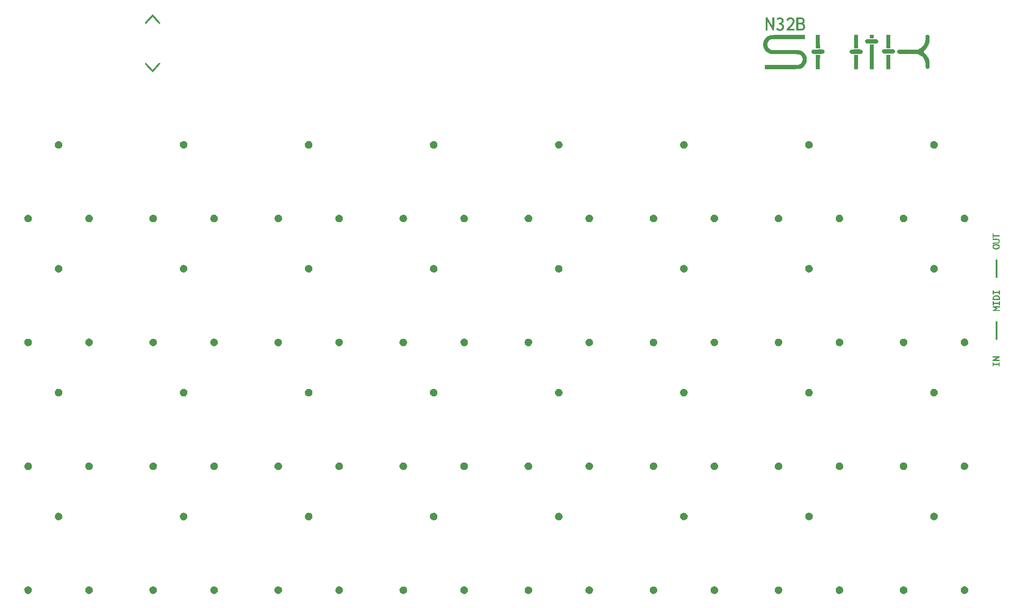
<source format=gbr>
G04 #@! TF.GenerationSoftware,KiCad,Pcbnew,(5.1.8-0-10_14)*
G04 #@! TF.CreationDate,2020-12-02T17:32:51+02:00*
G04 #@! TF.ProjectId,N32B_Top_panel_v1.3,4e333242-5f54-46f7-905f-70616e656c5f,rev?*
G04 #@! TF.SameCoordinates,Original*
G04 #@! TF.FileFunction,Legend,Top*
G04 #@! TF.FilePolarity,Positive*
%FSLAX46Y46*%
G04 Gerber Fmt 4.6, Leading zero omitted, Abs format (unit mm)*
G04 Created by KiCad (PCBNEW (5.1.8-0-10_14)) date 2020-12-02 17:32:51*
%MOMM*%
%LPD*%
G01*
G04 APERTURE LIST*
%ADD10C,0.010000*%
G04 APERTURE END LIST*
D10*
G36*
X59257138Y-150304315D02*
G01*
X59421015Y-150370125D01*
X59558254Y-150473359D01*
X59663261Y-150608937D01*
X59730438Y-150771781D01*
X59751840Y-150897780D01*
X59745147Y-151092684D01*
X59692847Y-151265446D01*
X59595581Y-151414786D01*
X59453987Y-151539425D01*
X59419970Y-151561545D01*
X59285807Y-151619605D01*
X59129246Y-151648689D01*
X58969105Y-151647587D01*
X58824203Y-151615087D01*
X58792542Y-151601905D01*
X58631278Y-151500881D01*
X58508172Y-151368113D01*
X58426294Y-151208405D01*
X58388717Y-151026562D01*
X58386542Y-150966688D01*
X58409897Y-150779609D01*
X58475847Y-150614896D01*
X58579326Y-150477615D01*
X58715266Y-150372833D01*
X58878601Y-150305617D01*
X59064264Y-150281033D01*
X59072222Y-150281008D01*
X59257138Y-150304315D01*
G37*
X59257138Y-150304315D02*
X59421015Y-150370125D01*
X59558254Y-150473359D01*
X59663261Y-150608937D01*
X59730438Y-150771781D01*
X59751840Y-150897780D01*
X59745147Y-151092684D01*
X59692847Y-151265446D01*
X59595581Y-151414786D01*
X59453987Y-151539425D01*
X59419970Y-151561545D01*
X59285807Y-151619605D01*
X59129246Y-151648689D01*
X58969105Y-151647587D01*
X58824203Y-151615087D01*
X58792542Y-151601905D01*
X58631278Y-151500881D01*
X58508172Y-151368113D01*
X58426294Y-151208405D01*
X58388717Y-151026562D01*
X58386542Y-150966688D01*
X58409897Y-150779609D01*
X58475847Y-150614896D01*
X58579326Y-150477615D01*
X58715266Y-150372833D01*
X58878601Y-150305617D01*
X59064264Y-150281033D01*
X59072222Y-150281008D01*
X59257138Y-150304315D01*
G36*
X71117910Y-150303403D02*
G01*
X71271439Y-150375668D01*
X71403979Y-150485063D01*
X71508299Y-150628316D01*
X71571118Y-150780143D01*
X71599459Y-150961391D01*
X71577725Y-151135350D01*
X71506422Y-151299940D01*
X71414114Y-151423379D01*
X71291880Y-151534461D01*
X71157562Y-151604732D01*
X70997776Y-151640384D01*
X70933183Y-151645839D01*
X70824490Y-151648272D01*
X70742963Y-151638338D01*
X70665638Y-151612207D01*
X70627545Y-151594837D01*
X70469914Y-151495078D01*
X70349625Y-151369200D01*
X70266814Y-151224415D01*
X70221620Y-151067937D01*
X70214180Y-150906979D01*
X70244630Y-150748754D01*
X70313108Y-150600473D01*
X70419752Y-150469351D01*
X70564698Y-150362599D01*
X70603705Y-150342137D01*
X70776811Y-150283363D01*
X70950623Y-150271544D01*
X71117910Y-150303403D01*
G37*
X71117910Y-150303403D02*
X71271439Y-150375668D01*
X71403979Y-150485063D01*
X71508299Y-150628316D01*
X71571118Y-150780143D01*
X71599459Y-150961391D01*
X71577725Y-151135350D01*
X71506422Y-151299940D01*
X71414114Y-151423379D01*
X71291880Y-151534461D01*
X71157562Y-151604732D01*
X70997776Y-151640384D01*
X70933183Y-151645839D01*
X70824490Y-151648272D01*
X70742963Y-151638338D01*
X70665638Y-151612207D01*
X70627545Y-151594837D01*
X70469914Y-151495078D01*
X70349625Y-151369200D01*
X70266814Y-151224415D01*
X70221620Y-151067937D01*
X70214180Y-150906979D01*
X70244630Y-150748754D01*
X70313108Y-150600473D01*
X70419752Y-150469351D01*
X70564698Y-150362599D01*
X70603705Y-150342137D01*
X70776811Y-150283363D01*
X70950623Y-150271544D01*
X71117910Y-150303403D01*
G36*
X83565718Y-150303779D02*
G01*
X83730236Y-150369653D01*
X83867433Y-150473265D01*
X83972255Y-150609562D01*
X84039651Y-150773487D01*
X84064568Y-150959987D01*
X84064608Y-150966688D01*
X84041748Y-151152097D01*
X83975951Y-151316056D01*
X83872491Y-151453294D01*
X83736637Y-151558542D01*
X83573662Y-151626533D01*
X83388836Y-151651995D01*
X83378929Y-151652058D01*
X83225863Y-151639244D01*
X83110299Y-151605110D01*
X82948090Y-151505843D01*
X82822525Y-151374707D01*
X82737338Y-151217403D01*
X82696265Y-151039632D01*
X82693000Y-150968052D01*
X82716559Y-150780202D01*
X82782594Y-150615025D01*
X82886133Y-150477505D01*
X83022201Y-150372625D01*
X83185824Y-150305372D01*
X83372028Y-150280728D01*
X83378929Y-150280698D01*
X83565718Y-150303779D01*
G37*
X83565718Y-150303779D02*
X83730236Y-150369653D01*
X83867433Y-150473265D01*
X83972255Y-150609562D01*
X84039651Y-150773487D01*
X84064568Y-150959987D01*
X84064608Y-150966688D01*
X84041748Y-151152097D01*
X83975951Y-151316056D01*
X83872491Y-151453294D01*
X83736637Y-151558542D01*
X83573662Y-151626533D01*
X83388836Y-151651995D01*
X83378929Y-151652058D01*
X83225863Y-151639244D01*
X83110299Y-151605110D01*
X82948090Y-151505843D01*
X82822525Y-151374707D01*
X82737338Y-151217403D01*
X82696265Y-151039632D01*
X82693000Y-150968052D01*
X82716559Y-150780202D01*
X82782594Y-150615025D01*
X82886133Y-150477505D01*
X83022201Y-150372625D01*
X83185824Y-150305372D01*
X83372028Y-150280728D01*
X83378929Y-150280698D01*
X83565718Y-150303779D01*
G36*
X95420522Y-150303088D02*
G01*
X95573465Y-150372237D01*
X95706048Y-150475893D01*
X95811132Y-150610138D01*
X95881580Y-150771052D01*
X95905393Y-150887904D01*
X95900780Y-151054626D01*
X95852031Y-151219243D01*
X95765116Y-151370972D01*
X95646003Y-151499029D01*
X95520712Y-151582851D01*
X95427868Y-151615426D01*
X95308733Y-151637429D01*
X95183862Y-151646870D01*
X95073810Y-151641762D01*
X95023609Y-151630941D01*
X94881776Y-151567979D01*
X94756927Y-151473518D01*
X94699559Y-151415540D01*
X94596688Y-151269620D01*
X94537931Y-151109414D01*
X94521707Y-150942951D01*
X94546435Y-150778259D01*
X94610535Y-150623365D01*
X94712426Y-150486299D01*
X94850529Y-150375087D01*
X94910924Y-150341886D01*
X95082113Y-150283993D01*
X95254359Y-150272367D01*
X95420522Y-150303088D01*
G37*
X95420522Y-150303088D02*
X95573465Y-150372237D01*
X95706048Y-150475893D01*
X95811132Y-150610138D01*
X95881580Y-150771052D01*
X95905393Y-150887904D01*
X95900780Y-151054626D01*
X95852031Y-151219243D01*
X95765116Y-151370972D01*
X95646003Y-151499029D01*
X95520712Y-151582851D01*
X95427868Y-151615426D01*
X95308733Y-151637429D01*
X95183862Y-151646870D01*
X95073810Y-151641762D01*
X95023609Y-151630941D01*
X94881776Y-151567979D01*
X94756927Y-151473518D01*
X94699559Y-151415540D01*
X94596688Y-151269620D01*
X94537931Y-151109414D01*
X94521707Y-150942951D01*
X94546435Y-150778259D01*
X94610535Y-150623365D01*
X94712426Y-150486299D01*
X94850529Y-150375087D01*
X94910924Y-150341886D01*
X95082113Y-150283993D01*
X95254359Y-150272367D01*
X95420522Y-150303088D01*
G36*
X107789192Y-150286367D02*
G01*
X107954659Y-150332907D01*
X108106920Y-150420810D01*
X108209706Y-150516573D01*
X108309050Y-150663503D01*
X108364178Y-150821342D01*
X108378222Y-150983142D01*
X108354309Y-151141956D01*
X108295571Y-151290837D01*
X108205135Y-151422836D01*
X108086132Y-151531006D01*
X107941690Y-151608401D01*
X107774940Y-151648072D01*
X107698348Y-151651810D01*
X107595912Y-151645387D01*
X107497914Y-151629848D01*
X107450398Y-151616899D01*
X107292957Y-151535966D01*
X107167157Y-151421683D01*
X107075065Y-151282068D01*
X107018752Y-151125138D01*
X107000286Y-150958912D01*
X107021736Y-150791408D01*
X107085173Y-150630644D01*
X107165854Y-150514239D01*
X107298849Y-150395129D01*
X107452757Y-150317459D01*
X107619048Y-150281212D01*
X107789192Y-150286367D01*
G37*
X107789192Y-150286367D02*
X107954659Y-150332907D01*
X108106920Y-150420810D01*
X108209706Y-150516573D01*
X108309050Y-150663503D01*
X108364178Y-150821342D01*
X108378222Y-150983142D01*
X108354309Y-151141956D01*
X108295571Y-151290837D01*
X108205135Y-151422836D01*
X108086132Y-151531006D01*
X107941690Y-151608401D01*
X107774940Y-151648072D01*
X107698348Y-151651810D01*
X107595912Y-151645387D01*
X107497914Y-151629848D01*
X107450398Y-151616899D01*
X107292957Y-151535966D01*
X107167157Y-151421683D01*
X107075065Y-151282068D01*
X107018752Y-151125138D01*
X107000286Y-150958912D01*
X107021736Y-150791408D01*
X107085173Y-150630644D01*
X107165854Y-150514239D01*
X107298849Y-150395129D01*
X107452757Y-150317459D01*
X107619048Y-150281212D01*
X107789192Y-150286367D01*
G36*
X119710741Y-150297395D02*
G01*
X119862059Y-150360292D01*
X119994562Y-150455692D01*
X120101723Y-150579249D01*
X120177019Y-150726614D01*
X120213923Y-150893439D01*
X120213690Y-151016542D01*
X120173025Y-151200094D01*
X120088211Y-151360492D01*
X119962331Y-151493425D01*
X119801383Y-151593230D01*
X119665496Y-151635961D01*
X119512781Y-151651862D01*
X119368048Y-151639028D01*
X119330315Y-151629418D01*
X119189637Y-151565417D01*
X119057754Y-151467308D01*
X118949300Y-151347993D01*
X118885484Y-151237203D01*
X118837719Y-151060830D01*
X118836627Y-150883579D01*
X118879164Y-150713823D01*
X118962286Y-150559931D01*
X119082948Y-150430275D01*
X119209146Y-150347207D01*
X119377759Y-150286505D01*
X119547133Y-150271350D01*
X119710741Y-150297395D01*
G37*
X119710741Y-150297395D02*
X119862059Y-150360292D01*
X119994562Y-150455692D01*
X120101723Y-150579249D01*
X120177019Y-150726614D01*
X120213923Y-150893439D01*
X120213690Y-151016542D01*
X120173025Y-151200094D01*
X120088211Y-151360492D01*
X119962331Y-151493425D01*
X119801383Y-151593230D01*
X119665496Y-151635961D01*
X119512781Y-151651862D01*
X119368048Y-151639028D01*
X119330315Y-151629418D01*
X119189637Y-151565417D01*
X119057754Y-151467308D01*
X118949300Y-151347993D01*
X118885484Y-151237203D01*
X118837719Y-151060830D01*
X118836627Y-150883579D01*
X118879164Y-150713823D01*
X118962286Y-150559931D01*
X119082948Y-150430275D01*
X119209146Y-150347207D01*
X119377759Y-150286505D01*
X119547133Y-150271350D01*
X119710741Y-150297395D01*
G36*
X132023744Y-150284821D02*
G01*
X132186158Y-150305270D01*
X132317381Y-150350841D01*
X132433646Y-150428308D01*
X132489034Y-150478935D01*
X132600374Y-150619131D01*
X132665782Y-150777254D01*
X132687699Y-150959295D01*
X132687707Y-150966688D01*
X132674109Y-151124675D01*
X132629527Y-151257064D01*
X132546782Y-151382360D01*
X132509677Y-151425527D01*
X132373032Y-151540970D01*
X132211977Y-151617425D01*
X132037316Y-151652194D01*
X131859854Y-151642578D01*
X131755350Y-151613950D01*
X131603770Y-151532629D01*
X131478631Y-151414609D01*
X131384594Y-151269145D01*
X131326324Y-151105491D01*
X131308485Y-150932900D01*
X131331919Y-150773719D01*
X131396884Y-150626481D01*
X131500613Y-150491147D01*
X131631069Y-150381858D01*
X131698124Y-150343544D01*
X131782280Y-150306185D01*
X131854479Y-150286917D01*
X131937114Y-150281702D01*
X132023744Y-150284821D01*
G37*
X132023744Y-150284821D02*
X132186158Y-150305270D01*
X132317381Y-150350841D01*
X132433646Y-150428308D01*
X132489034Y-150478935D01*
X132600374Y-150619131D01*
X132665782Y-150777254D01*
X132687699Y-150959295D01*
X132687707Y-150966688D01*
X132674109Y-151124675D01*
X132629527Y-151257064D01*
X132546782Y-151382360D01*
X132509677Y-151425527D01*
X132373032Y-151540970D01*
X132211977Y-151617425D01*
X132037316Y-151652194D01*
X131859854Y-151642578D01*
X131755350Y-151613950D01*
X131603770Y-151532629D01*
X131478631Y-151414609D01*
X131384594Y-151269145D01*
X131326324Y-151105491D01*
X131308485Y-150932900D01*
X131331919Y-150773719D01*
X131396884Y-150626481D01*
X131500613Y-150491147D01*
X131631069Y-150381858D01*
X131698124Y-150343544D01*
X131782280Y-150306185D01*
X131854479Y-150286917D01*
X131937114Y-150281702D01*
X132023744Y-150284821D01*
G36*
X144010415Y-150294433D02*
G01*
X144176496Y-150359425D01*
X144316237Y-150462579D01*
X144424175Y-150598876D01*
X144494845Y-150763297D01*
X144521001Y-150913407D01*
X144511315Y-151101947D01*
X144455531Y-151270766D01*
X144355868Y-151415989D01*
X144214548Y-151533744D01*
X144141989Y-151574736D01*
X143966453Y-151637320D01*
X143788901Y-151653082D01*
X143618073Y-151621311D01*
X143608839Y-151618097D01*
X143449528Y-151536893D01*
X143321606Y-151423177D01*
X143226945Y-151284847D01*
X143167415Y-151129796D01*
X143144887Y-150965920D01*
X143161232Y-150801114D01*
X143218322Y-150643274D01*
X143318026Y-150500294D01*
X143338805Y-150478577D01*
X143487959Y-150362728D01*
X143656032Y-150293826D01*
X143823459Y-150272623D01*
X144010415Y-150294433D01*
G37*
X144010415Y-150294433D02*
X144176496Y-150359425D01*
X144316237Y-150462579D01*
X144424175Y-150598876D01*
X144494845Y-150763297D01*
X144521001Y-150913407D01*
X144511315Y-151101947D01*
X144455531Y-151270766D01*
X144355868Y-151415989D01*
X144214548Y-151533744D01*
X144141989Y-151574736D01*
X143966453Y-151637320D01*
X143788901Y-151653082D01*
X143618073Y-151621311D01*
X143608839Y-151618097D01*
X143449528Y-151536893D01*
X143321606Y-151423177D01*
X143226945Y-151284847D01*
X143167415Y-151129796D01*
X143144887Y-150965920D01*
X143161232Y-150801114D01*
X143218322Y-150643274D01*
X143318026Y-150500294D01*
X143338805Y-150478577D01*
X143487959Y-150362728D01*
X143656032Y-150293826D01*
X143823459Y-150272623D01*
X144010415Y-150294433D01*
G36*
X156395419Y-150285987D02*
G01*
X156557961Y-150324353D01*
X156705351Y-150398927D01*
X156783686Y-150462634D01*
X156898921Y-150606840D01*
X156971004Y-150768449D01*
X156999835Y-150939160D01*
X156985313Y-151110676D01*
X156927336Y-151274697D01*
X156825805Y-151422922D01*
X156795740Y-151454441D01*
X156719697Y-151520005D01*
X156638305Y-151576494D01*
X156607959Y-151593219D01*
X156516827Y-151622176D01*
X156397293Y-151640022D01*
X156269352Y-151645718D01*
X156153002Y-151638225D01*
X156078253Y-151620749D01*
X155922184Y-151536411D01*
X155787883Y-151416598D01*
X155701555Y-151295675D01*
X155660033Y-151212790D01*
X155636952Y-151139680D01*
X155627301Y-151054559D01*
X155625868Y-150966688D01*
X155638295Y-150808176D01*
X155679250Y-150675005D01*
X155755879Y-150547863D01*
X155802634Y-150488977D01*
X155921333Y-150385322D01*
X156066660Y-150316751D01*
X156228170Y-150283546D01*
X156395419Y-150285987D01*
G37*
X156395419Y-150285987D02*
X156557961Y-150324353D01*
X156705351Y-150398927D01*
X156783686Y-150462634D01*
X156898921Y-150606840D01*
X156971004Y-150768449D01*
X156999835Y-150939160D01*
X156985313Y-151110676D01*
X156927336Y-151274697D01*
X156825805Y-151422922D01*
X156795740Y-151454441D01*
X156719697Y-151520005D01*
X156638305Y-151576494D01*
X156607959Y-151593219D01*
X156516827Y-151622176D01*
X156397293Y-151640022D01*
X156269352Y-151645718D01*
X156153002Y-151638225D01*
X156078253Y-151620749D01*
X155922184Y-151536411D01*
X155787883Y-151416598D01*
X155701555Y-151295675D01*
X155660033Y-151212790D01*
X155636952Y-151139680D01*
X155627301Y-151054559D01*
X155625868Y-150966688D01*
X155638295Y-150808176D01*
X155679250Y-150675005D01*
X155755879Y-150547863D01*
X155802634Y-150488977D01*
X155921333Y-150385322D01*
X156066660Y-150316751D01*
X156228170Y-150283546D01*
X156395419Y-150285987D01*
G36*
X168307962Y-150288814D02*
G01*
X168445527Y-150335942D01*
X168574334Y-150421975D01*
X168609511Y-150452401D01*
X168725064Y-150587806D01*
X168798809Y-150741832D01*
X168831833Y-150906209D01*
X168825219Y-151072667D01*
X168780054Y-151232936D01*
X168697423Y-151378747D01*
X168578410Y-151501830D01*
X168462036Y-151576226D01*
X168323977Y-151624376D01*
X168166341Y-151645919D01*
X168010675Y-151639424D01*
X167902840Y-151613373D01*
X167749942Y-151531553D01*
X167622720Y-151412624D01*
X167527990Y-151266296D01*
X167472568Y-151102279D01*
X167460810Y-150983715D01*
X167472744Y-150819275D01*
X167512419Y-150684528D01*
X167585647Y-150563285D01*
X167631437Y-150508438D01*
X167763836Y-150386637D01*
X167904499Y-150311000D01*
X168063591Y-150276872D01*
X168143979Y-150273818D01*
X168307962Y-150288814D01*
G37*
X168307962Y-150288814D02*
X168445527Y-150335942D01*
X168574334Y-150421975D01*
X168609511Y-150452401D01*
X168725064Y-150587806D01*
X168798809Y-150741832D01*
X168831833Y-150906209D01*
X168825219Y-151072667D01*
X168780054Y-151232936D01*
X168697423Y-151378747D01*
X168578410Y-151501830D01*
X168462036Y-151576226D01*
X168323977Y-151624376D01*
X168166341Y-151645919D01*
X168010675Y-151639424D01*
X167902840Y-151613373D01*
X167749942Y-151531553D01*
X167622720Y-151412624D01*
X167527990Y-151266296D01*
X167472568Y-151102279D01*
X167460810Y-150983715D01*
X167472744Y-150819275D01*
X167512419Y-150684528D01*
X167585647Y-150563285D01*
X167631437Y-150508438D01*
X167763836Y-150386637D01*
X167904499Y-150311000D01*
X168063591Y-150276872D01*
X168143979Y-150273818D01*
X168307962Y-150288814D01*
G36*
X180785172Y-150289816D02*
G01*
X180857918Y-150312632D01*
X180922785Y-150342266D01*
X181080934Y-150444501D01*
X181197352Y-150575691D01*
X181271584Y-150735095D01*
X181303178Y-150921969D01*
X181304361Y-150966688D01*
X181301658Y-151076036D01*
X181289402Y-151156525D01*
X181262580Y-151229941D01*
X181228674Y-151295675D01*
X181125304Y-151435126D01*
X180988304Y-151549772D01*
X180851977Y-151619458D01*
X180717871Y-151648146D01*
X180565166Y-151648581D01*
X180416740Y-151621935D01*
X180338788Y-151593217D01*
X180183745Y-151495631D01*
X180064053Y-151369177D01*
X179981186Y-151221646D01*
X179936616Y-151060826D01*
X179931816Y-150894508D01*
X179968259Y-150730480D01*
X180047419Y-150576532D01*
X180128249Y-150479724D01*
X180248415Y-150381927D01*
X180382534Y-150320249D01*
X180544229Y-150289056D01*
X180599778Y-150284821D01*
X180706540Y-150281864D01*
X180785172Y-150289816D01*
G37*
X180785172Y-150289816D02*
X180857918Y-150312632D01*
X180922785Y-150342266D01*
X181080934Y-150444501D01*
X181197352Y-150575691D01*
X181271584Y-150735095D01*
X181303178Y-150921969D01*
X181304361Y-150966688D01*
X181301658Y-151076036D01*
X181289402Y-151156525D01*
X181262580Y-151229941D01*
X181228674Y-151295675D01*
X181125304Y-151435126D01*
X180988304Y-151549772D01*
X180851977Y-151619458D01*
X180717871Y-151648146D01*
X180565166Y-151648581D01*
X180416740Y-151621935D01*
X180338788Y-151593217D01*
X180183745Y-151495631D01*
X180064053Y-151369177D01*
X179981186Y-151221646D01*
X179936616Y-151060826D01*
X179931816Y-150894508D01*
X179968259Y-150730480D01*
X180047419Y-150576532D01*
X180128249Y-150479724D01*
X180248415Y-150381927D01*
X180382534Y-150320249D01*
X180544229Y-150289056D01*
X180599778Y-150284821D01*
X180706540Y-150281864D01*
X180785172Y-150289816D01*
G36*
X192612440Y-150286600D02*
G01*
X192744801Y-150330276D01*
X192869688Y-150412292D01*
X192912843Y-150449353D01*
X193029825Y-150586287D01*
X193105464Y-150743046D01*
X193139813Y-150910907D01*
X193132927Y-151081152D01*
X193084859Y-151245057D01*
X192995662Y-151393904D01*
X192906453Y-151486469D01*
X192757366Y-151582026D01*
X192586741Y-151637511D01*
X192407049Y-151650659D01*
X192230759Y-151619204D01*
X192211516Y-151612714D01*
X192052533Y-151530709D01*
X191925237Y-151411615D01*
X191833682Y-151261030D01*
X191781922Y-151084553D01*
X191773237Y-151007472D01*
X191781142Y-150821282D01*
X191832025Y-150659824D01*
X191928047Y-150517497D01*
X191984797Y-150459821D01*
X192115209Y-150358822D01*
X192248470Y-150299699D01*
X192401927Y-150275589D01*
X192454004Y-150274159D01*
X192612440Y-150286600D01*
G37*
X192612440Y-150286600D02*
X192744801Y-150330276D01*
X192869688Y-150412292D01*
X192912843Y-150449353D01*
X193029825Y-150586287D01*
X193105464Y-150743046D01*
X193139813Y-150910907D01*
X193132927Y-151081152D01*
X193084859Y-151245057D01*
X192995662Y-151393904D01*
X192906453Y-151486469D01*
X192757366Y-151582026D01*
X192586741Y-151637511D01*
X192407049Y-151650659D01*
X192230759Y-151619204D01*
X192211516Y-151612714D01*
X192052533Y-151530709D01*
X191925237Y-151411615D01*
X191833682Y-151261030D01*
X191781922Y-151084553D01*
X191773237Y-151007472D01*
X191781142Y-150821282D01*
X191832025Y-150659824D01*
X191928047Y-150517497D01*
X191984797Y-150459821D01*
X192115209Y-150358822D01*
X192248470Y-150299699D01*
X192401927Y-150275589D01*
X192454004Y-150274159D01*
X192612440Y-150286600D01*
G36*
X205035605Y-150287023D02*
G01*
X205194028Y-150328291D01*
X205338634Y-150405122D01*
X205461583Y-150516000D01*
X205555032Y-150659414D01*
X205584856Y-150732640D01*
X205618145Y-150903092D01*
X205608482Y-151078664D01*
X205559120Y-151247406D01*
X205473311Y-151397369D01*
X205376099Y-151499546D01*
X205228938Y-151589637D01*
X205060622Y-151640897D01*
X204884414Y-151651624D01*
X204713578Y-151620114D01*
X204645495Y-151593352D01*
X204521122Y-151515012D01*
X204404744Y-151405950D01*
X204313112Y-151283205D01*
X204282863Y-151224491D01*
X204260127Y-151143689D01*
X204245877Y-151037152D01*
X204242990Y-150966688D01*
X204256033Y-150809474D01*
X204299922Y-150677738D01*
X204381798Y-150553031D01*
X204420552Y-150507848D01*
X204555838Y-150391730D01*
X204708669Y-150317229D01*
X204871205Y-150282831D01*
X205035605Y-150287023D01*
G37*
X205035605Y-150287023D02*
X205194028Y-150328291D01*
X205338634Y-150405122D01*
X205461583Y-150516000D01*
X205555032Y-150659414D01*
X205584856Y-150732640D01*
X205618145Y-150903092D01*
X205608482Y-151078664D01*
X205559120Y-151247406D01*
X205473311Y-151397369D01*
X205376099Y-151499546D01*
X205228938Y-151589637D01*
X205060622Y-151640897D01*
X204884414Y-151651624D01*
X204713578Y-151620114D01*
X204645495Y-151593352D01*
X204521122Y-151515012D01*
X204404744Y-151405950D01*
X204313112Y-151283205D01*
X204282863Y-151224491D01*
X204260127Y-151143689D01*
X204245877Y-151037152D01*
X204242990Y-150966688D01*
X204256033Y-150809474D01*
X204299922Y-150677738D01*
X204381798Y-150553031D01*
X204420552Y-150507848D01*
X204555838Y-150391730D01*
X204708669Y-150317229D01*
X204871205Y-150282831D01*
X205035605Y-150287023D01*
G36*
X216954568Y-150297437D02*
G01*
X217115662Y-150365087D01*
X217252273Y-150469382D01*
X217358229Y-150604158D01*
X217427358Y-150763250D01*
X217453486Y-150940494D01*
X217453553Y-150950110D01*
X217431034Y-151134534D01*
X217367731Y-151297068D01*
X217270028Y-151433713D01*
X217144305Y-151540471D01*
X216996946Y-151613343D01*
X216834333Y-151648330D01*
X216662848Y-151641434D01*
X216488874Y-151588656D01*
X216457794Y-151573978D01*
X216306360Y-151474271D01*
X216194356Y-151351128D01*
X216120175Y-151211143D01*
X216082210Y-151060907D01*
X216078852Y-150907013D01*
X216108493Y-150756053D01*
X216169527Y-150614621D01*
X216260345Y-150489307D01*
X216379339Y-150386706D01*
X216524903Y-150313409D01*
X216695427Y-150276008D01*
X216775164Y-150272598D01*
X216954568Y-150297437D01*
G37*
X216954568Y-150297437D02*
X217115662Y-150365087D01*
X217252273Y-150469382D01*
X217358229Y-150604158D01*
X217427358Y-150763250D01*
X217453486Y-150940494D01*
X217453553Y-150950110D01*
X217431034Y-151134534D01*
X217367731Y-151297068D01*
X217270028Y-151433713D01*
X217144305Y-151540471D01*
X216996946Y-151613343D01*
X216834333Y-151648330D01*
X216662848Y-151641434D01*
X216488874Y-151588656D01*
X216457794Y-151573978D01*
X216306360Y-151474271D01*
X216194356Y-151351128D01*
X216120175Y-151211143D01*
X216082210Y-151060907D01*
X216078852Y-150907013D01*
X216108493Y-150756053D01*
X216169527Y-150614621D01*
X216260345Y-150489307D01*
X216379339Y-150386706D01*
X216524903Y-150313409D01*
X216695427Y-150276008D01*
X216775164Y-150272598D01*
X216954568Y-150297437D01*
G36*
X229363281Y-150287731D02*
G01*
X229532648Y-150340211D01*
X229688704Y-150437813D01*
X229696394Y-150444215D01*
X229811038Y-150572466D01*
X229887447Y-150725250D01*
X229924796Y-150892657D01*
X229922261Y-151064775D01*
X229879016Y-151231697D01*
X229794236Y-151383511D01*
X229776457Y-151406107D01*
X229653811Y-151524578D01*
X229512064Y-151601333D01*
X229342553Y-151640502D01*
X229272989Y-151646201D01*
X229162742Y-151648863D01*
X229082498Y-151641479D01*
X229011860Y-151620732D01*
X228952202Y-151594063D01*
X228798567Y-151494041D01*
X228680408Y-151365264D01*
X228599419Y-151215609D01*
X228557292Y-151052951D01*
X228555723Y-150885167D01*
X228596403Y-150720131D01*
X228681028Y-150565721D01*
X228720523Y-150516573D01*
X228859223Y-150394792D01*
X229018177Y-150315643D01*
X229188993Y-150279749D01*
X229363281Y-150287731D01*
G37*
X229363281Y-150287731D02*
X229532648Y-150340211D01*
X229688704Y-150437813D01*
X229696394Y-150444215D01*
X229811038Y-150572466D01*
X229887447Y-150725250D01*
X229924796Y-150892657D01*
X229922261Y-151064775D01*
X229879016Y-151231697D01*
X229794236Y-151383511D01*
X229776457Y-151406107D01*
X229653811Y-151524578D01*
X229512064Y-151601333D01*
X229342553Y-151640502D01*
X229272989Y-151646201D01*
X229162742Y-151648863D01*
X229082498Y-151641479D01*
X229011860Y-151620732D01*
X228952202Y-151594063D01*
X228798567Y-151494041D01*
X228680408Y-151365264D01*
X228599419Y-151215609D01*
X228557292Y-151052951D01*
X228555723Y-150885167D01*
X228596403Y-150720131D01*
X228681028Y-150565721D01*
X228720523Y-150516573D01*
X228859223Y-150394792D01*
X229018177Y-150315643D01*
X229188993Y-150279749D01*
X229363281Y-150287731D01*
G36*
X241159277Y-150275427D02*
G01*
X241312717Y-150314149D01*
X241453992Y-150385769D01*
X241576326Y-150487671D01*
X241672947Y-150617236D01*
X241737080Y-150771846D01*
X241761953Y-150948883D01*
X241762029Y-150966688D01*
X241745942Y-151131443D01*
X241695845Y-151270786D01*
X241604924Y-151402278D01*
X241583438Y-151426753D01*
X241461518Y-151536656D01*
X241325872Y-151606157D01*
X241163783Y-151641085D01*
X241105555Y-151645839D01*
X240996862Y-151648272D01*
X240915335Y-151638338D01*
X240838011Y-151612207D01*
X240799917Y-151594837D01*
X240640696Y-151493772D01*
X240518195Y-151364827D01*
X240434035Y-151215370D01*
X240389838Y-151052766D01*
X240387225Y-150884381D01*
X240427818Y-150717581D01*
X240513239Y-150559732D01*
X240559323Y-150501881D01*
X240693693Y-150382831D01*
X240842991Y-150307150D01*
X241000444Y-150272221D01*
X241159277Y-150275427D01*
G37*
X241159277Y-150275427D02*
X241312717Y-150314149D01*
X241453992Y-150385769D01*
X241576326Y-150487671D01*
X241672947Y-150617236D01*
X241737080Y-150771846D01*
X241761953Y-150948883D01*
X241762029Y-150966688D01*
X241745942Y-151131443D01*
X241695845Y-151270786D01*
X241604924Y-151402278D01*
X241583438Y-151426753D01*
X241461518Y-151536656D01*
X241325872Y-151606157D01*
X241163783Y-151641085D01*
X241105555Y-151645839D01*
X240996862Y-151648272D01*
X240915335Y-151638338D01*
X240838011Y-151612207D01*
X240799917Y-151594837D01*
X240640696Y-151493772D01*
X240518195Y-151364827D01*
X240434035Y-151215370D01*
X240389838Y-151052766D01*
X240387225Y-150884381D01*
X240427818Y-150717581D01*
X240513239Y-150559732D01*
X240559323Y-150501881D01*
X240693693Y-150382831D01*
X240842991Y-150307150D01*
X241000444Y-150272221D01*
X241159277Y-150275427D01*
G36*
X65082840Y-135971430D02*
G01*
X65181520Y-135986403D01*
X65240947Y-136003465D01*
X65398388Y-136094960D01*
X65524039Y-136220204D01*
X65613899Y-136370934D01*
X65663970Y-136538890D01*
X65670253Y-136715810D01*
X65646342Y-136840958D01*
X65575004Y-137002529D01*
X65467593Y-137136785D01*
X65332301Y-137239923D01*
X65177320Y-137308139D01*
X65010843Y-137337630D01*
X64841060Y-137324594D01*
X64703421Y-137278716D01*
X64538807Y-137174973D01*
X64407495Y-137034434D01*
X64353961Y-136947984D01*
X64312846Y-136828695D01*
X64295637Y-136684832D01*
X64302342Y-136536614D01*
X64332968Y-136404261D01*
X64353728Y-136356820D01*
X64462960Y-136192092D01*
X64593054Y-136073237D01*
X64746420Y-135998739D01*
X64925470Y-135967086D01*
X64976729Y-135965687D01*
X65082840Y-135971430D01*
G37*
X65082840Y-135971430D02*
X65181520Y-135986403D01*
X65240947Y-136003465D01*
X65398388Y-136094960D01*
X65524039Y-136220204D01*
X65613899Y-136370934D01*
X65663970Y-136538890D01*
X65670253Y-136715810D01*
X65646342Y-136840958D01*
X65575004Y-137002529D01*
X65467593Y-137136785D01*
X65332301Y-137239923D01*
X65177320Y-137308139D01*
X65010843Y-137337630D01*
X64841060Y-137324594D01*
X64703421Y-137278716D01*
X64538807Y-137174973D01*
X64407495Y-137034434D01*
X64353961Y-136947984D01*
X64312846Y-136828695D01*
X64295637Y-136684832D01*
X64302342Y-136536614D01*
X64332968Y-136404261D01*
X64353728Y-136356820D01*
X64462960Y-136192092D01*
X64593054Y-136073237D01*
X64746420Y-135998739D01*
X64925470Y-135967086D01*
X64976729Y-135965687D01*
X65082840Y-135971430D01*
G36*
X89483394Y-135986407D02*
G01*
X89643232Y-136049576D01*
X89779167Y-136156708D01*
X89893612Y-136309316D01*
X89920245Y-136356820D01*
X89961266Y-136475982D01*
X89978362Y-136619791D01*
X89971540Y-136768029D01*
X89940809Y-136900478D01*
X89920012Y-136947984D01*
X89814001Y-137099836D01*
X89679369Y-137217087D01*
X89524199Y-137296798D01*
X89356572Y-137336029D01*
X89184570Y-137331841D01*
X89016276Y-137281295D01*
X89010660Y-137278701D01*
X88862947Y-137184931D01*
X88742311Y-137059202D01*
X88654464Y-136911283D01*
X88605118Y-136750944D01*
X88599984Y-136587953D01*
X88601195Y-136578392D01*
X88649464Y-136398558D01*
X88739153Y-136238222D01*
X88863806Y-136105981D01*
X89016969Y-136010430D01*
X89033027Y-136003465D01*
X89107497Y-135983388D01*
X89209078Y-135969728D01*
X89297244Y-135965687D01*
X89483394Y-135986407D01*
G37*
X89483394Y-135986407D02*
X89643232Y-136049576D01*
X89779167Y-136156708D01*
X89893612Y-136309316D01*
X89920245Y-136356820D01*
X89961266Y-136475982D01*
X89978362Y-136619791D01*
X89971540Y-136768029D01*
X89940809Y-136900478D01*
X89920012Y-136947984D01*
X89814001Y-137099836D01*
X89679369Y-137217087D01*
X89524199Y-137296798D01*
X89356572Y-137336029D01*
X89184570Y-137331841D01*
X89016276Y-137281295D01*
X89010660Y-137278701D01*
X88862947Y-137184931D01*
X88742311Y-137059202D01*
X88654464Y-136911283D01*
X88605118Y-136750944D01*
X88599984Y-136587953D01*
X88601195Y-136578392D01*
X88649464Y-136398558D01*
X88739153Y-136238222D01*
X88863806Y-136105981D01*
X89016969Y-136010430D01*
X89033027Y-136003465D01*
X89107497Y-135983388D01*
X89209078Y-135969728D01*
X89297244Y-135965687D01*
X89483394Y-135986407D01*
G36*
X113774692Y-135983936D02*
G01*
X113909812Y-136031495D01*
X114059676Y-136131215D01*
X114171811Y-136257158D01*
X114246676Y-136401964D01*
X114284729Y-136558276D01*
X114286427Y-136718737D01*
X114252228Y-136875988D01*
X114182591Y-137022670D01*
X114077974Y-137151427D01*
X113938833Y-137254900D01*
X113830555Y-137304944D01*
X113696654Y-137333593D01*
X113544078Y-137334090D01*
X113395702Y-137307596D01*
X113317367Y-137278838D01*
X113192994Y-137200497D01*
X113076616Y-137091435D01*
X112984984Y-136968690D01*
X112954735Y-136909976D01*
X112923514Y-136792199D01*
X112914536Y-136650448D01*
X112927349Y-136506259D01*
X112961505Y-136381164D01*
X112965995Y-136370717D01*
X113050140Y-136235234D01*
X113169197Y-136113480D01*
X113307284Y-136021504D01*
X113315802Y-136017295D01*
X113454687Y-135974211D01*
X113613895Y-135963240D01*
X113774692Y-135983936D01*
G37*
X113774692Y-135983936D02*
X113909812Y-136031495D01*
X114059676Y-136131215D01*
X114171811Y-136257158D01*
X114246676Y-136401964D01*
X114284729Y-136558276D01*
X114286427Y-136718737D01*
X114252228Y-136875988D01*
X114182591Y-137022670D01*
X114077974Y-137151427D01*
X113938833Y-137254900D01*
X113830555Y-137304944D01*
X113696654Y-137333593D01*
X113544078Y-137334090D01*
X113395702Y-137307596D01*
X113317367Y-137278838D01*
X113192994Y-137200497D01*
X113076616Y-137091435D01*
X112984984Y-136968690D01*
X112954735Y-136909976D01*
X112923514Y-136792199D01*
X112914536Y-136650448D01*
X112927349Y-136506259D01*
X112961505Y-136381164D01*
X112965995Y-136370717D01*
X113050140Y-136235234D01*
X113169197Y-136113480D01*
X113307284Y-136021504D01*
X113315802Y-136017295D01*
X113454687Y-135974211D01*
X113613895Y-135963240D01*
X113774692Y-135983936D01*
G36*
X138103364Y-135988423D02*
G01*
X138259926Y-136054949D01*
X138399065Y-136159658D01*
X138512967Y-136300984D01*
X138542259Y-136352619D01*
X138581171Y-136468537D01*
X138597843Y-136610459D01*
X138591437Y-136758261D01*
X138564354Y-136882389D01*
X138488552Y-137034317D01*
X138375743Y-137160406D01*
X138235007Y-137256309D01*
X138075423Y-137317678D01*
X137906070Y-137340167D01*
X137736028Y-137319426D01*
X137684715Y-137303583D01*
X137519417Y-137219115D01*
X137386751Y-137098636D01*
X137291018Y-136948362D01*
X137236520Y-136774509D01*
X137225221Y-136639560D01*
X137247338Y-136462945D01*
X137313414Y-136307277D01*
X137426310Y-136166391D01*
X137459151Y-136135473D01*
X137607272Y-136033604D01*
X137769224Y-135976184D01*
X137937192Y-135961646D01*
X138103364Y-135988423D01*
G37*
X138103364Y-135988423D02*
X138259926Y-136054949D01*
X138399065Y-136159658D01*
X138512967Y-136300984D01*
X138542259Y-136352619D01*
X138581171Y-136468537D01*
X138597843Y-136610459D01*
X138591437Y-136758261D01*
X138564354Y-136882389D01*
X138488552Y-137034317D01*
X138375743Y-137160406D01*
X138235007Y-137256309D01*
X138075423Y-137317678D01*
X137906070Y-137340167D01*
X137736028Y-137319426D01*
X137684715Y-137303583D01*
X137519417Y-137219115D01*
X137386751Y-137098636D01*
X137291018Y-136948362D01*
X137236520Y-136774509D01*
X137225221Y-136639560D01*
X137247338Y-136462945D01*
X137313414Y-136307277D01*
X137426310Y-136166391D01*
X137459151Y-136135473D01*
X137607272Y-136033604D01*
X137769224Y-135976184D01*
X137937192Y-135961646D01*
X138103364Y-135988423D01*
G36*
X162403916Y-135985575D02*
G01*
X162560681Y-136046588D01*
X162701124Y-136149421D01*
X162723886Y-136172333D01*
X162828343Y-136317052D01*
X162890561Y-136479554D01*
X162910983Y-136650675D01*
X162890051Y-136821250D01*
X162828208Y-136982114D01*
X162725896Y-137124102D01*
X162675622Y-137171954D01*
X162528417Y-137266388D01*
X162359303Y-137322498D01*
X162181870Y-137337740D01*
X162009706Y-137309567D01*
X161984873Y-137301331D01*
X161839741Y-137224607D01*
X161708937Y-137106736D01*
X161626319Y-136995976D01*
X161565522Y-136855751D01*
X161537467Y-136693942D01*
X161543757Y-136529163D01*
X161575474Y-136405392D01*
X161659582Y-136250106D01*
X161776106Y-136126749D01*
X161916925Y-136036969D01*
X162073916Y-135982414D01*
X162238954Y-135964734D01*
X162403916Y-135985575D01*
G37*
X162403916Y-135985575D02*
X162560681Y-136046588D01*
X162701124Y-136149421D01*
X162723886Y-136172333D01*
X162828343Y-136317052D01*
X162890561Y-136479554D01*
X162910983Y-136650675D01*
X162890051Y-136821250D01*
X162828208Y-136982114D01*
X162725896Y-137124102D01*
X162675622Y-137171954D01*
X162528417Y-137266388D01*
X162359303Y-137322498D01*
X162181870Y-137337740D01*
X162009706Y-137309567D01*
X161984873Y-137301331D01*
X161839741Y-137224607D01*
X161708937Y-137106736D01*
X161626319Y-136995976D01*
X161565522Y-136855751D01*
X161537467Y-136693942D01*
X161543757Y-136529163D01*
X161575474Y-136405392D01*
X161659582Y-136250106D01*
X161776106Y-136126749D01*
X161916925Y-136036969D01*
X162073916Y-135982414D01*
X162238954Y-135964734D01*
X162403916Y-135985575D01*
G36*
X186669912Y-135975339D02*
G01*
X186794834Y-136008539D01*
X186906062Y-136072744D01*
X187013957Y-136168096D01*
X187113582Y-136281786D01*
X187175874Y-136393048D01*
X187207740Y-136518952D01*
X187216118Y-136667836D01*
X187191491Y-136846380D01*
X187120881Y-137009227D01*
X187008279Y-137150091D01*
X186857673Y-137262690D01*
X186828285Y-137278721D01*
X186732082Y-137310482D01*
X186606486Y-137327468D01*
X186470947Y-137329059D01*
X186344912Y-137314637D01*
X186276987Y-137296269D01*
X186152923Y-137228560D01*
X186035738Y-137125368D01*
X185939596Y-137001535D01*
X185881992Y-136882389D01*
X185845635Y-136701671D01*
X185854296Y-136527177D01*
X185903532Y-136365341D01*
X185988903Y-136222599D01*
X186105966Y-136105388D01*
X186250280Y-136020144D01*
X186417405Y-135973302D01*
X186514217Y-135966245D01*
X186669912Y-135975339D01*
G37*
X186669912Y-135975339D02*
X186794834Y-136008539D01*
X186906062Y-136072744D01*
X187013957Y-136168096D01*
X187113582Y-136281786D01*
X187175874Y-136393048D01*
X187207740Y-136518952D01*
X187216118Y-136667836D01*
X187191491Y-136846380D01*
X187120881Y-137009227D01*
X187008279Y-137150091D01*
X186857673Y-137262690D01*
X186828285Y-137278721D01*
X186732082Y-137310482D01*
X186606486Y-137327468D01*
X186470947Y-137329059D01*
X186344912Y-137314637D01*
X186276987Y-137296269D01*
X186152923Y-137228560D01*
X186035738Y-137125368D01*
X185939596Y-137001535D01*
X185881992Y-136882389D01*
X185845635Y-136701671D01*
X185854296Y-136527177D01*
X185903532Y-136365341D01*
X185988903Y-136222599D01*
X186105966Y-136105388D01*
X186250280Y-136020144D01*
X186417405Y-135973302D01*
X186514217Y-135966245D01*
X186669912Y-135975339D01*
G36*
X211016765Y-135981385D02*
G01*
X211159826Y-136032246D01*
X211289418Y-136123922D01*
X211328144Y-136160615D01*
X211439638Y-136304909D01*
X211507375Y-136464897D01*
X211532607Y-136632605D01*
X211516582Y-136800059D01*
X211460552Y-136959284D01*
X211365767Y-137102306D01*
X211233478Y-137221152D01*
X211154404Y-137268631D01*
X211056174Y-137303094D01*
X210931216Y-137324590D01*
X210799521Y-137331711D01*
X210681079Y-137323055D01*
X210615790Y-137306483D01*
X210451320Y-137217806D01*
X210319202Y-137095939D01*
X210223051Y-136948419D01*
X210166483Y-136782782D01*
X210153114Y-136606565D01*
X210186560Y-136427304D01*
X210189618Y-136418125D01*
X210265164Y-136269706D01*
X210379901Y-136139007D01*
X210522416Y-136038749D01*
X210536533Y-136031495D01*
X210632115Y-135991319D01*
X210727105Y-135971178D01*
X210846264Y-135965687D01*
X211016765Y-135981385D01*
G37*
X211016765Y-135981385D02*
X211159826Y-136032246D01*
X211289418Y-136123922D01*
X211328144Y-136160615D01*
X211439638Y-136304909D01*
X211507375Y-136464897D01*
X211532607Y-136632605D01*
X211516582Y-136800059D01*
X211460552Y-136959284D01*
X211365767Y-137102306D01*
X211233478Y-137221152D01*
X211154404Y-137268631D01*
X211056174Y-137303094D01*
X210931216Y-137324590D01*
X210799521Y-137331711D01*
X210681079Y-137323055D01*
X210615790Y-137306483D01*
X210451320Y-137217806D01*
X210319202Y-137095939D01*
X210223051Y-136948419D01*
X210166483Y-136782782D01*
X210153114Y-136606565D01*
X210186560Y-136427304D01*
X210189618Y-136418125D01*
X210265164Y-136269706D01*
X210379901Y-136139007D01*
X210522416Y-136038749D01*
X210536533Y-136031495D01*
X210632115Y-135991319D01*
X210727105Y-135971178D01*
X210846264Y-135965687D01*
X211016765Y-135981385D01*
G36*
X235325114Y-135981252D02*
G01*
X235466323Y-136028733D01*
X235592092Y-136114151D01*
X235638539Y-136157523D01*
X235751759Y-136301170D01*
X235817921Y-136461027D01*
X235839503Y-136643189D01*
X235839464Y-136652173D01*
X235824639Y-136812042D01*
X235778600Y-136945847D01*
X235694053Y-137072307D01*
X235660628Y-137111013D01*
X235519094Y-137233086D01*
X235359249Y-137309554D01*
X235187399Y-137339309D01*
X235009848Y-137321240D01*
X234836323Y-137256027D01*
X234682695Y-137150422D01*
X234568407Y-137018064D01*
X234494665Y-136865841D01*
X234462674Y-136700641D01*
X234473642Y-136529352D01*
X234528775Y-136358861D01*
X234629280Y-136196057D01*
X234646879Y-136174462D01*
X234765013Y-136072097D01*
X234915650Y-136002180D01*
X235089183Y-135968652D01*
X235154641Y-135966245D01*
X235325114Y-135981252D01*
G37*
X235325114Y-135981252D02*
X235466323Y-136028733D01*
X235592092Y-136114151D01*
X235638539Y-136157523D01*
X235751759Y-136301170D01*
X235817921Y-136461027D01*
X235839503Y-136643189D01*
X235839464Y-136652173D01*
X235824639Y-136812042D01*
X235778600Y-136945847D01*
X235694053Y-137072307D01*
X235660628Y-137111013D01*
X235519094Y-137233086D01*
X235359249Y-137309554D01*
X235187399Y-137339309D01*
X235009848Y-137321240D01*
X234836323Y-137256027D01*
X234682695Y-137150422D01*
X234568407Y-137018064D01*
X234494665Y-136865841D01*
X234462674Y-136700641D01*
X234473642Y-136529352D01*
X234528775Y-136358861D01*
X234629280Y-136196057D01*
X234646879Y-136174462D01*
X234765013Y-136072097D01*
X234915650Y-136002180D01*
X235089183Y-135968652D01*
X235154641Y-135966245D01*
X235325114Y-135981252D01*
G36*
X59250862Y-126217873D02*
G01*
X59411609Y-126282602D01*
X59546841Y-126382854D01*
X59652254Y-126512412D01*
X59723544Y-126665059D01*
X59756405Y-126834578D01*
X59746535Y-127014750D01*
X59716599Y-127130463D01*
X59653098Y-127253779D01*
X59554243Y-127372458D01*
X59434360Y-127471007D01*
X59364614Y-127511036D01*
X59248503Y-127548130D01*
X59107343Y-127565929D01*
X58963541Y-127563413D01*
X58839503Y-127539561D01*
X58827765Y-127535495D01*
X58674867Y-127453675D01*
X58547645Y-127334746D01*
X58452915Y-127188418D01*
X58397493Y-127024401D01*
X58385735Y-126905837D01*
X58397669Y-126741397D01*
X58437344Y-126606650D01*
X58510572Y-126485407D01*
X58556362Y-126430560D01*
X58689408Y-126308428D01*
X58831363Y-126232483D01*
X58992342Y-126198071D01*
X59068904Y-126194885D01*
X59250862Y-126217873D01*
G37*
X59250862Y-126217873D02*
X59411609Y-126282602D01*
X59546841Y-126382854D01*
X59652254Y-126512412D01*
X59723544Y-126665059D01*
X59756405Y-126834578D01*
X59746535Y-127014750D01*
X59716599Y-127130463D01*
X59653098Y-127253779D01*
X59554243Y-127372458D01*
X59434360Y-127471007D01*
X59364614Y-127511036D01*
X59248503Y-127548130D01*
X59107343Y-127565929D01*
X58963541Y-127563413D01*
X58839503Y-127539561D01*
X58827765Y-127535495D01*
X58674867Y-127453675D01*
X58547645Y-127334746D01*
X58452915Y-127188418D01*
X58397493Y-127024401D01*
X58385735Y-126905837D01*
X58397669Y-126741397D01*
X58437344Y-126606650D01*
X58510572Y-126485407D01*
X58556362Y-126430560D01*
X58689408Y-126308428D01*
X58831363Y-126232483D01*
X58992342Y-126198071D01*
X59068904Y-126194885D01*
X59250862Y-126217873D01*
G36*
X71048832Y-126201909D02*
G01*
X71178795Y-126241382D01*
X71190398Y-126247145D01*
X71331068Y-126334931D01*
X71436942Y-126438554D01*
X71518169Y-126562533D01*
X71579345Y-126725286D01*
X71596069Y-126899994D01*
X71568226Y-127073705D01*
X71523748Y-127184707D01*
X71418758Y-127337727D01*
X71284164Y-127454795D01*
X71127776Y-127532861D01*
X70957406Y-127568874D01*
X70780865Y-127559785D01*
X70655146Y-127523925D01*
X70506250Y-127440424D01*
X70379813Y-127320176D01*
X70283270Y-127173907D01*
X70224056Y-127012341D01*
X70208558Y-126879673D01*
X70232725Y-126710385D01*
X70300481Y-126548453D01*
X70404706Y-126405055D01*
X70538283Y-126291367D01*
X70608490Y-126251708D01*
X70744576Y-126207221D01*
X70897725Y-126190572D01*
X71048832Y-126201909D01*
G37*
X71048832Y-126201909D02*
X71178795Y-126241382D01*
X71190398Y-126247145D01*
X71331068Y-126334931D01*
X71436942Y-126438554D01*
X71518169Y-126562533D01*
X71579345Y-126725286D01*
X71596069Y-126899994D01*
X71568226Y-127073705D01*
X71523748Y-127184707D01*
X71418758Y-127337727D01*
X71284164Y-127454795D01*
X71127776Y-127532861D01*
X70957406Y-127568874D01*
X70780865Y-127559785D01*
X70655146Y-127523925D01*
X70506250Y-127440424D01*
X70379813Y-127320176D01*
X70283270Y-127173907D01*
X70224056Y-127012341D01*
X70208558Y-126879673D01*
X70232725Y-126710385D01*
X70300481Y-126548453D01*
X70404706Y-126405055D01*
X70538283Y-126291367D01*
X70608490Y-126251708D01*
X70744576Y-126207221D01*
X70897725Y-126190572D01*
X71048832Y-126201909D01*
G36*
X83495552Y-126204310D02*
G01*
X83613202Y-126228310D01*
X83640105Y-126238395D01*
X83793417Y-126330021D01*
X83915944Y-126454574D01*
X84004417Y-126603407D01*
X84055565Y-126767876D01*
X84066119Y-126939335D01*
X84032808Y-127109137D01*
X83999607Y-127188863D01*
X83897771Y-127339504D01*
X83763973Y-127455886D01*
X83606658Y-127534625D01*
X83434272Y-127572337D01*
X83255258Y-127565635D01*
X83136441Y-127534836D01*
X82993658Y-127459948D01*
X82865387Y-127346704D01*
X82777415Y-127227494D01*
X82718611Y-127082423D01*
X82693835Y-126917043D01*
X82704116Y-126749733D01*
X82743172Y-126615048D01*
X82819864Y-126486183D01*
X82929098Y-126365986D01*
X83054350Y-126271102D01*
X83116602Y-126238876D01*
X83225062Y-126209613D01*
X83358776Y-126198084D01*
X83495552Y-126204310D01*
G37*
X83495552Y-126204310D02*
X83613202Y-126228310D01*
X83640105Y-126238395D01*
X83793417Y-126330021D01*
X83915944Y-126454574D01*
X84004417Y-126603407D01*
X84055565Y-126767876D01*
X84066119Y-126939335D01*
X84032808Y-127109137D01*
X83999607Y-127188863D01*
X83897771Y-127339504D01*
X83763973Y-127455886D01*
X83606658Y-127534625D01*
X83434272Y-127572337D01*
X83255258Y-127565635D01*
X83136441Y-127534836D01*
X82993658Y-127459948D01*
X82865387Y-127346704D01*
X82777415Y-127227494D01*
X82718611Y-127082423D01*
X82693835Y-126917043D01*
X82704116Y-126749733D01*
X82743172Y-126615048D01*
X82819864Y-126486183D01*
X82929098Y-126365986D01*
X83054350Y-126271102D01*
X83116602Y-126238876D01*
X83225062Y-126209613D01*
X83358776Y-126198084D01*
X83495552Y-126204310D01*
G36*
X95396251Y-126212583D02*
G01*
X95523074Y-126260107D01*
X95677765Y-126365281D01*
X95794109Y-126497085D01*
X95870897Y-126648076D01*
X95906920Y-126810813D01*
X95900968Y-126977854D01*
X95851832Y-127141755D01*
X95758302Y-127295077D01*
X95701586Y-127358458D01*
X95549551Y-127478700D01*
X95383805Y-127550791D01*
X95207737Y-127573928D01*
X95024736Y-127547306D01*
X94973613Y-127531144D01*
X94846963Y-127463976D01*
X94726916Y-127360536D01*
X94626657Y-127234976D01*
X94559368Y-127101449D01*
X94552045Y-127078594D01*
X94522721Y-126893416D01*
X94541445Y-126715478D01*
X94605427Y-126551022D01*
X94711875Y-126406292D01*
X94857996Y-126287531D01*
X94922072Y-126251158D01*
X95068000Y-126202310D01*
X95231920Y-126189539D01*
X95396251Y-126212583D01*
G37*
X95396251Y-126212583D02*
X95523074Y-126260107D01*
X95677765Y-126365281D01*
X95794109Y-126497085D01*
X95870897Y-126648076D01*
X95906920Y-126810813D01*
X95900968Y-126977854D01*
X95851832Y-127141755D01*
X95758302Y-127295077D01*
X95701586Y-127358458D01*
X95549551Y-127478700D01*
X95383805Y-127550791D01*
X95207737Y-127573928D01*
X95024736Y-127547306D01*
X94973613Y-127531144D01*
X94846963Y-127463976D01*
X94726916Y-127360536D01*
X94626657Y-127234976D01*
X94559368Y-127101449D01*
X94552045Y-127078594D01*
X94522721Y-126893416D01*
X94541445Y-126715478D01*
X94605427Y-126551022D01*
X94711875Y-126406292D01*
X94857996Y-126287531D01*
X94922072Y-126251158D01*
X95068000Y-126202310D01*
X95231920Y-126189539D01*
X95396251Y-126212583D01*
G36*
X107878671Y-126219074D02*
G01*
X108036652Y-126284935D01*
X108169781Y-126385657D01*
X108273807Y-126514597D01*
X108344478Y-126665109D01*
X108377545Y-126830548D01*
X108368754Y-127004271D01*
X108320555Y-127164518D01*
X108234100Y-127306691D01*
X108113364Y-127423464D01*
X107968315Y-127510429D01*
X107808924Y-127563172D01*
X107645158Y-127577285D01*
X107486988Y-127548357D01*
X107468329Y-127541580D01*
X107295807Y-127450903D01*
X107160219Y-127328437D01*
X107064667Y-127178969D01*
X107012252Y-127007281D01*
X107005298Y-126827177D01*
X107043426Y-126645500D01*
X107123216Y-126487510D01*
X107238962Y-126358404D01*
X107384954Y-126263375D01*
X107555488Y-126207619D01*
X107700089Y-126194720D01*
X107878671Y-126219074D01*
G37*
X107878671Y-126219074D02*
X108036652Y-126284935D01*
X108169781Y-126385657D01*
X108273807Y-126514597D01*
X108344478Y-126665109D01*
X108377545Y-126830548D01*
X108368754Y-127004271D01*
X108320555Y-127164518D01*
X108234100Y-127306691D01*
X108113364Y-127423464D01*
X107968315Y-127510429D01*
X107808924Y-127563172D01*
X107645158Y-127577285D01*
X107486988Y-127548357D01*
X107468329Y-127541580D01*
X107295807Y-127450903D01*
X107160219Y-127328437D01*
X107064667Y-127178969D01*
X107012252Y-127007281D01*
X107005298Y-126827177D01*
X107043426Y-126645500D01*
X107123216Y-126487510D01*
X107238962Y-126358404D01*
X107384954Y-126263375D01*
X107555488Y-126207619D01*
X107700089Y-126194720D01*
X107878671Y-126219074D01*
G36*
X119698236Y-126211484D02*
G01*
X119854604Y-126274344D01*
X119992996Y-126372773D01*
X120105273Y-126503487D01*
X120183295Y-126663197D01*
X120184072Y-126665521D01*
X120218331Y-126840656D01*
X120207143Y-127008620D01*
X120155878Y-127164100D01*
X120069905Y-127301781D01*
X119954595Y-127416348D01*
X119815317Y-127502488D01*
X119657442Y-127554885D01*
X119486339Y-127568225D01*
X119307377Y-127537193D01*
X119304276Y-127536245D01*
X119157363Y-127465733D01*
X119028203Y-127355174D01*
X118924845Y-127214434D01*
X118855340Y-127053382D01*
X118834559Y-126960398D01*
X118834692Y-126797452D01*
X118879581Y-126635468D01*
X118963934Y-126484387D01*
X119082454Y-126354151D01*
X119202654Y-126269194D01*
X119364122Y-126205623D01*
X119532029Y-126187482D01*
X119698236Y-126211484D01*
G37*
X119698236Y-126211484D02*
X119854604Y-126274344D01*
X119992996Y-126372773D01*
X120105273Y-126503487D01*
X120183295Y-126663197D01*
X120184072Y-126665521D01*
X120218331Y-126840656D01*
X120207143Y-127008620D01*
X120155878Y-127164100D01*
X120069905Y-127301781D01*
X119954595Y-127416348D01*
X119815317Y-127502488D01*
X119657442Y-127554885D01*
X119486339Y-127568225D01*
X119307377Y-127537193D01*
X119304276Y-127536245D01*
X119157363Y-127465733D01*
X119028203Y-127355174D01*
X118924845Y-127214434D01*
X118855340Y-127053382D01*
X118834559Y-126960398D01*
X118834692Y-126797452D01*
X118879581Y-126635468D01*
X118963934Y-126484387D01*
X119082454Y-126354151D01*
X119202654Y-126269194D01*
X119364122Y-126205623D01*
X119532029Y-126187482D01*
X119698236Y-126211484D01*
G36*
X132114435Y-126203763D02*
G01*
X132280094Y-126252604D01*
X132430925Y-126343478D01*
X132487290Y-126393862D01*
X132599605Y-126536985D01*
X132665409Y-126697459D01*
X132686979Y-126880925D01*
X132686954Y-126888810D01*
X132670867Y-127053565D01*
X132620770Y-127192909D01*
X132529849Y-127324400D01*
X132508363Y-127348875D01*
X132386037Y-127458884D01*
X132249178Y-127528816D01*
X132085295Y-127564428D01*
X132030480Y-127569188D01*
X131931248Y-127573052D01*
X131858150Y-127566200D01*
X131788624Y-127543739D01*
X131700110Y-127500776D01*
X131689506Y-127495248D01*
X131535206Y-127388847D01*
X131419287Y-127255531D01*
X131343176Y-127102763D01*
X131308298Y-126938003D01*
X131316077Y-126768715D01*
X131367940Y-126602361D01*
X131465311Y-126446402D01*
X131484785Y-126423393D01*
X131619125Y-126306771D01*
X131774888Y-126231113D01*
X131943013Y-126196689D01*
X132114435Y-126203763D01*
G37*
X132114435Y-126203763D02*
X132280094Y-126252604D01*
X132430925Y-126343478D01*
X132487290Y-126393862D01*
X132599605Y-126536985D01*
X132665409Y-126697459D01*
X132686979Y-126880925D01*
X132686954Y-126888810D01*
X132670867Y-127053565D01*
X132620770Y-127192909D01*
X132529849Y-127324400D01*
X132508363Y-127348875D01*
X132386037Y-127458884D01*
X132249178Y-127528816D01*
X132085295Y-127564428D01*
X132030480Y-127569188D01*
X131931248Y-127573052D01*
X131858150Y-127566200D01*
X131788624Y-127543739D01*
X131700110Y-127500776D01*
X131689506Y-127495248D01*
X131535206Y-127388847D01*
X131419287Y-127255531D01*
X131343176Y-127102763D01*
X131308298Y-126938003D01*
X131316077Y-126768715D01*
X131367940Y-126602361D01*
X131465311Y-126446402D01*
X131484785Y-126423393D01*
X131619125Y-126306771D01*
X131774888Y-126231113D01*
X131943013Y-126196689D01*
X132114435Y-126203763D01*
G36*
X143949222Y-126194486D02*
G01*
X144111106Y-126240411D01*
X144209030Y-126298058D01*
X144311773Y-126385333D01*
X144402254Y-126485970D01*
X144456451Y-126569258D01*
X144491010Y-126664045D01*
X144515273Y-126783731D01*
X144521380Y-126841383D01*
X144524891Y-126948039D01*
X144514326Y-127030365D01*
X144485466Y-127113917D01*
X144470965Y-127146643D01*
X144371788Y-127307711D01*
X144241704Y-127433508D01*
X144087955Y-127520742D01*
X143917780Y-127566119D01*
X143738420Y-127566345D01*
X143610983Y-127537780D01*
X143458985Y-127463378D01*
X143329905Y-127350037D01*
X143230186Y-127206926D01*
X143166269Y-127043213D01*
X143144569Y-126873903D01*
X143167750Y-126696663D01*
X143232787Y-126538766D01*
X143332919Y-126404643D01*
X143461389Y-126298722D01*
X143611435Y-126225436D01*
X143776300Y-126189214D01*
X143949222Y-126194486D01*
G37*
X143949222Y-126194486D02*
X144111106Y-126240411D01*
X144209030Y-126298058D01*
X144311773Y-126385333D01*
X144402254Y-126485970D01*
X144456451Y-126569258D01*
X144491010Y-126664045D01*
X144515273Y-126783731D01*
X144521380Y-126841383D01*
X144524891Y-126948039D01*
X144514326Y-127030365D01*
X144485466Y-127113917D01*
X144470965Y-127146643D01*
X144371788Y-127307711D01*
X144241704Y-127433508D01*
X144087955Y-127520742D01*
X143917780Y-127566119D01*
X143738420Y-127566345D01*
X143610983Y-127537780D01*
X143458985Y-127463378D01*
X143329905Y-127350037D01*
X143230186Y-127206926D01*
X143166269Y-127043213D01*
X143144569Y-126873903D01*
X143167750Y-126696663D01*
X143232787Y-126538766D01*
X143332919Y-126404643D01*
X143461389Y-126298722D01*
X143611435Y-126225436D01*
X143776300Y-126189214D01*
X143949222Y-126194486D01*
G36*
X156488183Y-126219001D02*
G01*
X156650489Y-126283439D01*
X156787888Y-126383042D01*
X156895547Y-126511489D01*
X156968634Y-126662459D01*
X157002317Y-126829630D01*
X156991765Y-127006682D01*
X156975907Y-127072653D01*
X156913696Y-127212267D01*
X156816145Y-127345551D01*
X156697311Y-127455469D01*
X156620126Y-127503893D01*
X156525766Y-127537205D01*
X156405525Y-127559628D01*
X156279934Y-127569141D01*
X156169525Y-127563722D01*
X156120906Y-127553063D01*
X155956529Y-127475267D01*
X155818349Y-127362520D01*
X155711950Y-127222939D01*
X155642921Y-127064644D01*
X155616848Y-126895753D01*
X155619905Y-126825014D01*
X155662002Y-126644312D01*
X155744923Y-126486628D01*
X155862549Y-126357573D01*
X156008758Y-126262760D01*
X156177429Y-126207802D01*
X156305803Y-126196051D01*
X156488183Y-126219001D01*
G37*
X156488183Y-126219001D02*
X156650489Y-126283439D01*
X156787888Y-126383042D01*
X156895547Y-126511489D01*
X156968634Y-126662459D01*
X157002317Y-126829630D01*
X156991765Y-127006682D01*
X156975907Y-127072653D01*
X156913696Y-127212267D01*
X156816145Y-127345551D01*
X156697311Y-127455469D01*
X156620126Y-127503893D01*
X156525766Y-127537205D01*
X156405525Y-127559628D01*
X156279934Y-127569141D01*
X156169525Y-127563722D01*
X156120906Y-127553063D01*
X155956529Y-127475267D01*
X155818349Y-127362520D01*
X155711950Y-127222939D01*
X155642921Y-127064644D01*
X155616848Y-126895753D01*
X155619905Y-126825014D01*
X155662002Y-126644312D01*
X155744923Y-126486628D01*
X155862549Y-126357573D01*
X156008758Y-126262760D01*
X156177429Y-126207802D01*
X156305803Y-126196051D01*
X156488183Y-126219001D01*
G36*
X168273001Y-126201705D02*
G01*
X168424885Y-126250123D01*
X168562347Y-126330686D01*
X168678489Y-126440517D01*
X168766415Y-126576738D01*
X168819226Y-126736473D01*
X168831601Y-126876097D01*
X168806980Y-127066908D01*
X168739073Y-127234032D01*
X168630134Y-127373579D01*
X168482418Y-127481658D01*
X168479751Y-127483111D01*
X168345517Y-127536275D01*
X168194586Y-127565039D01*
X168047598Y-127566815D01*
X167953166Y-127549128D01*
X167826696Y-127490964D01*
X167700334Y-127400705D01*
X167593291Y-127293386D01*
X167550540Y-127234049D01*
X167508317Y-127157220D01*
X167483189Y-127084089D01*
X167469797Y-126994507D01*
X167464511Y-126910675D01*
X167471219Y-126736931D01*
X167512088Y-126591624D01*
X167592002Y-126461616D01*
X167659186Y-126387025D01*
X167799787Y-126278091D01*
X167953555Y-126212812D01*
X168113592Y-126188309D01*
X168273001Y-126201705D01*
G37*
X168273001Y-126201705D02*
X168424885Y-126250123D01*
X168562347Y-126330686D01*
X168678489Y-126440517D01*
X168766415Y-126576738D01*
X168819226Y-126736473D01*
X168831601Y-126876097D01*
X168806980Y-127066908D01*
X168739073Y-127234032D01*
X168630134Y-127373579D01*
X168482418Y-127481658D01*
X168479751Y-127483111D01*
X168345517Y-127536275D01*
X168194586Y-127565039D01*
X168047598Y-127566815D01*
X167953166Y-127549128D01*
X167826696Y-127490964D01*
X167700334Y-127400705D01*
X167593291Y-127293386D01*
X167550540Y-127234049D01*
X167508317Y-127157220D01*
X167483189Y-127084089D01*
X167469797Y-126994507D01*
X167464511Y-126910675D01*
X167471219Y-126736931D01*
X167512088Y-126591624D01*
X167592002Y-126461616D01*
X167659186Y-126387025D01*
X167799787Y-126278091D01*
X167953555Y-126212812D01*
X168113592Y-126188309D01*
X168273001Y-126201705D01*
G36*
X180807161Y-126219701D02*
G01*
X180973904Y-126288758D01*
X181115330Y-126400061D01*
X181226213Y-126550452D01*
X181235644Y-126567948D01*
X181285095Y-126703808D01*
X181306838Y-126857595D01*
X181300468Y-127011236D01*
X181265580Y-127146661D01*
X181249402Y-127181202D01*
X181142983Y-127333437D01*
X181007863Y-127452757D01*
X180852572Y-127533762D01*
X180685636Y-127571047D01*
X180631181Y-127572863D01*
X180539395Y-127568224D01*
X180459194Y-127558515D01*
X180427613Y-127551541D01*
X180284766Y-127489551D01*
X180157966Y-127391715D01*
X180099665Y-127330468D01*
X179998112Y-127181219D01*
X179941552Y-127022160D01*
X179926894Y-126860025D01*
X179951047Y-126701549D01*
X180010920Y-126553466D01*
X180103423Y-126422511D01*
X180225464Y-126315417D01*
X180373952Y-126238921D01*
X180545796Y-126199755D01*
X180620329Y-126196051D01*
X180807161Y-126219701D01*
G37*
X180807161Y-126219701D02*
X180973904Y-126288758D01*
X181115330Y-126400061D01*
X181226213Y-126550452D01*
X181235644Y-126567948D01*
X181285095Y-126703808D01*
X181306838Y-126857595D01*
X181300468Y-127011236D01*
X181265580Y-127146661D01*
X181249402Y-127181202D01*
X181142983Y-127333437D01*
X181007863Y-127452757D01*
X180852572Y-127533762D01*
X180685636Y-127571047D01*
X180631181Y-127572863D01*
X180539395Y-127568224D01*
X180459194Y-127558515D01*
X180427613Y-127551541D01*
X180284766Y-127489551D01*
X180157966Y-127391715D01*
X180099665Y-127330468D01*
X179998112Y-127181219D01*
X179941552Y-127022160D01*
X179926894Y-126860025D01*
X179951047Y-126701549D01*
X180010920Y-126553466D01*
X180103423Y-126422511D01*
X180225464Y-126315417D01*
X180373952Y-126238921D01*
X180545796Y-126199755D01*
X180620329Y-126196051D01*
X180807161Y-126219701D01*
G36*
X192685914Y-126226004D02*
G01*
X192838626Y-126303265D01*
X192943174Y-126391352D01*
X193038378Y-126508213D01*
X193098234Y-126632569D01*
X193129470Y-126780698D01*
X193135870Y-126857408D01*
X193138827Y-126964170D01*
X193130876Y-127042802D01*
X193108059Y-127115547D01*
X193078426Y-127180415D01*
X192975711Y-127335734D01*
X192839900Y-127454078D01*
X192675996Y-127532148D01*
X192492890Y-127566406D01*
X192375888Y-127565601D01*
X192274367Y-127550051D01*
X192247607Y-127541754D01*
X192077740Y-127454526D01*
X191941349Y-127336340D01*
X191841471Y-127194044D01*
X191781146Y-127034483D01*
X191763410Y-126864504D01*
X191791303Y-126690954D01*
X191827663Y-126595449D01*
X191924237Y-126441945D01*
X192049948Y-126323283D01*
X192196883Y-126240910D01*
X192357130Y-126196274D01*
X192522778Y-126190823D01*
X192685914Y-126226004D01*
G37*
X192685914Y-126226004D02*
X192838626Y-126303265D01*
X192943174Y-126391352D01*
X193038378Y-126508213D01*
X193098234Y-126632569D01*
X193129470Y-126780698D01*
X193135870Y-126857408D01*
X193138827Y-126964170D01*
X193130876Y-127042802D01*
X193108059Y-127115547D01*
X193078426Y-127180415D01*
X192975711Y-127335734D01*
X192839900Y-127454078D01*
X192675996Y-127532148D01*
X192492890Y-127566406D01*
X192375888Y-127565601D01*
X192274367Y-127550051D01*
X192247607Y-127541754D01*
X192077740Y-127454526D01*
X191941349Y-127336340D01*
X191841471Y-127194044D01*
X191781146Y-127034483D01*
X191763410Y-126864504D01*
X191791303Y-126690954D01*
X191827663Y-126595449D01*
X191924237Y-126441945D01*
X192049948Y-126323283D01*
X192196883Y-126240910D01*
X192357130Y-126196274D01*
X192522778Y-126190823D01*
X192685914Y-126226004D01*
G36*
X205104930Y-126217388D02*
G01*
X205261432Y-126277263D01*
X205391833Y-126369011D01*
X205494539Y-126486050D01*
X205567955Y-126621799D01*
X205610484Y-126769677D01*
X205620532Y-126923103D01*
X205596503Y-127075495D01*
X205536802Y-127220273D01*
X205439833Y-127350854D01*
X205304001Y-127460657D01*
X205239287Y-127496858D01*
X205071572Y-127556992D01*
X204899114Y-127575980D01*
X204736612Y-127552232D01*
X204734319Y-127551541D01*
X204569036Y-127475228D01*
X204428016Y-127355481D01*
X204314513Y-127195172D01*
X204300411Y-127168490D01*
X204254496Y-127030214D01*
X204240713Y-126872019D01*
X204259273Y-126713574D01*
X204294343Y-126606858D01*
X204391294Y-126449019D01*
X204521995Y-126325350D01*
X204679266Y-126240537D01*
X204855927Y-126199265D01*
X204923925Y-126195967D01*
X205104930Y-126217388D01*
G37*
X205104930Y-126217388D02*
X205261432Y-126277263D01*
X205391833Y-126369011D01*
X205494539Y-126486050D01*
X205567955Y-126621799D01*
X205610484Y-126769677D01*
X205620532Y-126923103D01*
X205596503Y-127075495D01*
X205536802Y-127220273D01*
X205439833Y-127350854D01*
X205304001Y-127460657D01*
X205239287Y-127496858D01*
X205071572Y-127556992D01*
X204899114Y-127575980D01*
X204736612Y-127552232D01*
X204734319Y-127551541D01*
X204569036Y-127475228D01*
X204428016Y-127355481D01*
X204314513Y-127195172D01*
X204300411Y-127168490D01*
X204254496Y-127030214D01*
X204240713Y-126872019D01*
X204259273Y-126713574D01*
X204294343Y-126606858D01*
X204391294Y-126449019D01*
X204521995Y-126325350D01*
X204679266Y-126240537D01*
X204855927Y-126199265D01*
X204923925Y-126195967D01*
X205104930Y-126217388D01*
G36*
X216944059Y-126212757D02*
G01*
X217107719Y-126276931D01*
X217246072Y-126378843D01*
X217353502Y-126512931D01*
X217424391Y-126673633D01*
X217453122Y-126855385D01*
X217453470Y-126877959D01*
X217430191Y-127062962D01*
X217363624Y-127227196D01*
X217258988Y-127365152D01*
X217121502Y-127471322D01*
X216956386Y-127540196D01*
X216802475Y-127565070D01*
X216707364Y-127566531D01*
X216624059Y-127561043D01*
X216582568Y-127553065D01*
X216405535Y-127470167D01*
X216261551Y-127348643D01*
X216151024Y-127188859D01*
X216130335Y-127146643D01*
X216094399Y-127056962D01*
X216078173Y-126977072D01*
X216077437Y-126881417D01*
X216079920Y-126841383D01*
X216110136Y-126665068D01*
X216176498Y-126517757D01*
X216284508Y-126387874D01*
X216304019Y-126369740D01*
X216431148Y-126273221D01*
X216561395Y-126216853D01*
X216713139Y-126193477D01*
X216760710Y-126191886D01*
X216944059Y-126212757D01*
G37*
X216944059Y-126212757D02*
X217107719Y-126276931D01*
X217246072Y-126378843D01*
X217353502Y-126512931D01*
X217424391Y-126673633D01*
X217453122Y-126855385D01*
X217453470Y-126877959D01*
X217430191Y-127062962D01*
X217363624Y-127227196D01*
X217258988Y-127365152D01*
X217121502Y-127471322D01*
X216956386Y-127540196D01*
X216802475Y-127565070D01*
X216707364Y-127566531D01*
X216624059Y-127561043D01*
X216582568Y-127553065D01*
X216405535Y-127470167D01*
X216261551Y-127348643D01*
X216151024Y-127188859D01*
X216130335Y-127146643D01*
X216094399Y-127056962D01*
X216078173Y-126977072D01*
X216077437Y-126881417D01*
X216079920Y-126841383D01*
X216110136Y-126665068D01*
X216176498Y-126517757D01*
X216284508Y-126387874D01*
X216304019Y-126369740D01*
X216431148Y-126273221D01*
X216561395Y-126216853D01*
X216713139Y-126193477D01*
X216760710Y-126191886D01*
X216944059Y-126212757D01*
G36*
X229413137Y-126217558D02*
G01*
X229583163Y-126285739D01*
X229729709Y-126394651D01*
X229844943Y-126539654D01*
X229862699Y-126570992D01*
X229900008Y-126678786D01*
X229918558Y-126814554D01*
X229918167Y-126958936D01*
X229898657Y-127092571D01*
X229868360Y-127180359D01*
X229783480Y-127308391D01*
X229668211Y-127424089D01*
X229541216Y-127508859D01*
X229536143Y-127511350D01*
X229420998Y-127548145D01*
X229280632Y-127565870D01*
X229137361Y-127563519D01*
X229013499Y-127540087D01*
X229000138Y-127535495D01*
X228858780Y-127459367D01*
X228731921Y-127345361D01*
X228633504Y-127206448D01*
X228621632Y-127183398D01*
X228563986Y-127013391D01*
X228552155Y-126842952D01*
X228581937Y-126678936D01*
X228649132Y-126528199D01*
X228749538Y-126397597D01*
X228878953Y-126293986D01*
X229033178Y-126224220D01*
X229208012Y-126195157D01*
X229227463Y-126194745D01*
X229413137Y-126217558D01*
G37*
X229413137Y-126217558D02*
X229583163Y-126285739D01*
X229729709Y-126394651D01*
X229844943Y-126539654D01*
X229862699Y-126570992D01*
X229900008Y-126678786D01*
X229918558Y-126814554D01*
X229918167Y-126958936D01*
X229898657Y-127092571D01*
X229868360Y-127180359D01*
X229783480Y-127308391D01*
X229668211Y-127424089D01*
X229541216Y-127508859D01*
X229536143Y-127511350D01*
X229420998Y-127548145D01*
X229280632Y-127565870D01*
X229137361Y-127563519D01*
X229013499Y-127540087D01*
X229000138Y-127535495D01*
X228858780Y-127459367D01*
X228731921Y-127345361D01*
X228633504Y-127206448D01*
X228621632Y-127183398D01*
X228563986Y-127013391D01*
X228552155Y-126842952D01*
X228581937Y-126678936D01*
X228649132Y-126528199D01*
X228749538Y-126397597D01*
X228878953Y-126293986D01*
X229033178Y-126224220D01*
X229208012Y-126195157D01*
X229227463Y-126194745D01*
X229413137Y-126217558D01*
G36*
X241188554Y-126194795D02*
G01*
X241269694Y-126209819D01*
X241348217Y-126242118D01*
X241398647Y-126269194D01*
X241549075Y-126379683D01*
X241660950Y-126515707D01*
X241733456Y-126669670D01*
X241765778Y-126833976D01*
X241757101Y-127001027D01*
X241706608Y-127163227D01*
X241613486Y-127312980D01*
X241520845Y-127407753D01*
X241385513Y-127495177D01*
X241227793Y-127551655D01*
X241063738Y-127573533D01*
X240909396Y-127557156D01*
X240889274Y-127551541D01*
X240739448Y-127482554D01*
X240600491Y-127375467D01*
X240487123Y-127242885D01*
X240444511Y-127170723D01*
X240393695Y-127016030D01*
X240385395Y-126848241D01*
X240417783Y-126679144D01*
X240489030Y-126520529D01*
X240560567Y-126422590D01*
X240692205Y-126302208D01*
X240838768Y-126227244D01*
X241009029Y-126193796D01*
X241080829Y-126191160D01*
X241188554Y-126194795D01*
G37*
X241188554Y-126194795D02*
X241269694Y-126209819D01*
X241348217Y-126242118D01*
X241398647Y-126269194D01*
X241549075Y-126379683D01*
X241660950Y-126515707D01*
X241733456Y-126669670D01*
X241765778Y-126833976D01*
X241757101Y-127001027D01*
X241706608Y-127163227D01*
X241613486Y-127312980D01*
X241520845Y-127407753D01*
X241385513Y-127495177D01*
X241227793Y-127551655D01*
X241063738Y-127573533D01*
X240909396Y-127557156D01*
X240889274Y-127551541D01*
X240739448Y-127482554D01*
X240600491Y-127375467D01*
X240487123Y-127242885D01*
X240444511Y-127170723D01*
X240393695Y-127016030D01*
X240385395Y-126848241D01*
X240417783Y-126679144D01*
X240489030Y-126520529D01*
X240560567Y-126422590D01*
X240692205Y-126302208D01*
X240838768Y-126227244D01*
X241009029Y-126193796D01*
X241080829Y-126191160D01*
X241188554Y-126194795D01*
G36*
X65075102Y-111879687D02*
G01*
X65154420Y-111897337D01*
X65326650Y-111971189D01*
X65468788Y-112079977D01*
X65576841Y-112216715D01*
X65646812Y-112374420D01*
X65674708Y-112546106D01*
X65656533Y-112724787D01*
X65647417Y-112759382D01*
X65579025Y-112912441D01*
X65472852Y-113048942D01*
X65340323Y-113156417D01*
X65235858Y-113208507D01*
X65088350Y-113246721D01*
X64935821Y-113257434D01*
X64800334Y-113239246D01*
X64791458Y-113236673D01*
X64639094Y-113166542D01*
X64504605Y-113059172D01*
X64395726Y-112924615D01*
X64320191Y-112772917D01*
X64285735Y-112614130D01*
X64284434Y-112577957D01*
X64307281Y-112401345D01*
X64371349Y-112241603D01*
X64469925Y-112103980D01*
X64596300Y-111993727D01*
X64743762Y-111916093D01*
X64905599Y-111876330D01*
X65075102Y-111879687D01*
G37*
X65075102Y-111879687D02*
X65154420Y-111897337D01*
X65326650Y-111971189D01*
X65468788Y-112079977D01*
X65576841Y-112216715D01*
X65646812Y-112374420D01*
X65674708Y-112546106D01*
X65656533Y-112724787D01*
X65647417Y-112759382D01*
X65579025Y-112912441D01*
X65472852Y-113048942D01*
X65340323Y-113156417D01*
X65235858Y-113208507D01*
X65088350Y-113246721D01*
X64935821Y-113257434D01*
X64800334Y-113239246D01*
X64791458Y-113236673D01*
X64639094Y-113166542D01*
X64504605Y-113059172D01*
X64395726Y-112924615D01*
X64320191Y-112772917D01*
X64285735Y-112614130D01*
X64284434Y-112577957D01*
X64307281Y-112401345D01*
X64371349Y-112241603D01*
X64469925Y-112103980D01*
X64596300Y-111993727D01*
X64743762Y-111916093D01*
X64905599Y-111876330D01*
X65075102Y-111879687D01*
G36*
X89456558Y-111892630D02*
G01*
X89611519Y-111953359D01*
X89748505Y-112049141D01*
X89860805Y-112174727D01*
X89941706Y-112324867D01*
X89984499Y-112494310D01*
X89989539Y-112577957D01*
X89966093Y-112730824D01*
X89900969Y-112883416D01*
X89801984Y-113023802D01*
X89676958Y-113140053D01*
X89582935Y-113198289D01*
X89461172Y-113237951D01*
X89314908Y-113253126D01*
X89164418Y-113243428D01*
X89030871Y-113208825D01*
X88892326Y-113129432D01*
X88769039Y-113013001D01*
X88673362Y-112873260D01*
X88626556Y-112759382D01*
X88599059Y-112580156D01*
X88618402Y-112406581D01*
X88680588Y-112245644D01*
X88781624Y-112104329D01*
X88917515Y-111989621D01*
X89084266Y-111908505D01*
X89119553Y-111897337D01*
X89290332Y-111872206D01*
X89456558Y-111892630D01*
G37*
X89456558Y-111892630D02*
X89611519Y-111953359D01*
X89748505Y-112049141D01*
X89860805Y-112174727D01*
X89941706Y-112324867D01*
X89984499Y-112494310D01*
X89989539Y-112577957D01*
X89966093Y-112730824D01*
X89900969Y-112883416D01*
X89801984Y-113023802D01*
X89676958Y-113140053D01*
X89582935Y-113198289D01*
X89461172Y-113237951D01*
X89314908Y-113253126D01*
X89164418Y-113243428D01*
X89030871Y-113208825D01*
X88892326Y-113129432D01*
X88769039Y-113013001D01*
X88673362Y-112873260D01*
X88626556Y-112759382D01*
X88599059Y-112580156D01*
X88618402Y-112406581D01*
X88680588Y-112245644D01*
X88781624Y-112104329D01*
X88917515Y-111989621D01*
X89084266Y-111908505D01*
X89119553Y-111897337D01*
X89290332Y-111872206D01*
X89456558Y-111892630D01*
G36*
X113851211Y-111921471D02*
G01*
X113905657Y-111945824D01*
X114058221Y-112049472D01*
X114172623Y-112179166D01*
X114248866Y-112327444D01*
X114286948Y-112486846D01*
X114286871Y-112649912D01*
X114248635Y-112809181D01*
X114172240Y-112957192D01*
X114057687Y-113086485D01*
X113905570Y-113189297D01*
X113784305Y-113230930D01*
X113638953Y-113251085D01*
X113492122Y-113248429D01*
X113366418Y-113221624D01*
X113365303Y-113221215D01*
X113228321Y-113147653D01*
X113101642Y-113037592D01*
X113000684Y-112905125D01*
X112981288Y-112870193D01*
X112924434Y-112706047D01*
X112912678Y-112531456D01*
X112944643Y-112356604D01*
X113018948Y-112191679D01*
X113085684Y-112098868D01*
X113205997Y-111993803D01*
X113354957Y-111921245D01*
X113520313Y-111883479D01*
X113689815Y-111882792D01*
X113851211Y-111921471D01*
G37*
X113851211Y-111921471D02*
X113905657Y-111945824D01*
X114058221Y-112049472D01*
X114172623Y-112179166D01*
X114248866Y-112327444D01*
X114286948Y-112486846D01*
X114286871Y-112649912D01*
X114248635Y-112809181D01*
X114172240Y-112957192D01*
X114057687Y-113086485D01*
X113905570Y-113189297D01*
X113784305Y-113230930D01*
X113638953Y-113251085D01*
X113492122Y-113248429D01*
X113366418Y-113221624D01*
X113365303Y-113221215D01*
X113228321Y-113147653D01*
X113101642Y-113037592D01*
X113000684Y-112905125D01*
X112981288Y-112870193D01*
X112924434Y-112706047D01*
X112912678Y-112531456D01*
X112944643Y-112356604D01*
X113018948Y-112191679D01*
X113085684Y-112098868D01*
X113205997Y-111993803D01*
X113354957Y-111921245D01*
X113520313Y-111883479D01*
X113689815Y-111882792D01*
X113851211Y-111921471D01*
G36*
X138076074Y-111892869D02*
G01*
X138209643Y-111938441D01*
X138335708Y-112022802D01*
X138373157Y-112055226D01*
X138488203Y-112184356D01*
X138560423Y-112329480D01*
X138595206Y-112501912D01*
X138597156Y-112525468D01*
X138587006Y-112709270D01*
X138532534Y-112875312D01*
X138438802Y-113017965D01*
X138310870Y-113131604D01*
X138153799Y-113210601D01*
X137972650Y-113249328D01*
X137944423Y-113251280D01*
X137794105Y-113247679D01*
X137673496Y-113221759D01*
X137672010Y-113221215D01*
X137515814Y-113138663D01*
X137391247Y-113023106D01*
X137300096Y-112882694D01*
X137244148Y-112725577D01*
X137225194Y-112559906D01*
X137245019Y-112393834D01*
X137305413Y-112235509D01*
X137408163Y-112093083D01*
X137421518Y-112079347D01*
X137564992Y-111966945D01*
X137726409Y-111900860D01*
X137911105Y-111878930D01*
X137916466Y-111878930D01*
X138076074Y-111892869D01*
G37*
X138076074Y-111892869D02*
X138209643Y-111938441D01*
X138335708Y-112022802D01*
X138373157Y-112055226D01*
X138488203Y-112184356D01*
X138560423Y-112329480D01*
X138595206Y-112501912D01*
X138597156Y-112525468D01*
X138587006Y-112709270D01*
X138532534Y-112875312D01*
X138438802Y-113017965D01*
X138310870Y-113131604D01*
X138153799Y-113210601D01*
X137972650Y-113249328D01*
X137944423Y-113251280D01*
X137794105Y-113247679D01*
X137673496Y-113221759D01*
X137672010Y-113221215D01*
X137515814Y-113138663D01*
X137391247Y-113023106D01*
X137300096Y-112882694D01*
X137244148Y-112725577D01*
X137225194Y-112559906D01*
X137245019Y-112393834D01*
X137305413Y-112235509D01*
X137408163Y-112093083D01*
X137421518Y-112079347D01*
X137564992Y-111966945D01*
X137726409Y-111900860D01*
X137911105Y-111878930D01*
X137916466Y-111878930D01*
X138076074Y-111892869D01*
G36*
X162381917Y-111892613D02*
G01*
X162515070Y-111937955D01*
X162641006Y-112021633D01*
X162682012Y-112056960D01*
X162800175Y-112196319D01*
X162876892Y-112359799D01*
X162909851Y-112539053D01*
X162896743Y-112725734D01*
X162883074Y-112783413D01*
X162819838Y-112922290D01*
X162717016Y-113046893D01*
X162585469Y-113149360D01*
X162436056Y-113221827D01*
X162279637Y-113256433D01*
X162227308Y-113258186D01*
X162130523Y-113252062D01*
X162041620Y-113239268D01*
X162003803Y-113229973D01*
X161939080Y-113200161D01*
X161857013Y-113150659D01*
X161801676Y-113111695D01*
X161673463Y-112985250D01*
X161585855Y-112835711D01*
X161539663Y-112671645D01*
X161535700Y-112501620D01*
X161574778Y-112334200D01*
X161657707Y-112177953D01*
X161707313Y-112116045D01*
X161843453Y-111991854D01*
X161989501Y-111914683D01*
X162153710Y-111880729D01*
X162222944Y-111878369D01*
X162381917Y-111892613D01*
G37*
X162381917Y-111892613D02*
X162515070Y-111937955D01*
X162641006Y-112021633D01*
X162682012Y-112056960D01*
X162800175Y-112196319D01*
X162876892Y-112359799D01*
X162909851Y-112539053D01*
X162896743Y-112725734D01*
X162883074Y-112783413D01*
X162819838Y-112922290D01*
X162717016Y-113046893D01*
X162585469Y-113149360D01*
X162436056Y-113221827D01*
X162279637Y-113256433D01*
X162227308Y-113258186D01*
X162130523Y-113252062D01*
X162041620Y-113239268D01*
X162003803Y-113229973D01*
X161939080Y-113200161D01*
X161857013Y-113150659D01*
X161801676Y-113111695D01*
X161673463Y-112985250D01*
X161585855Y-112835711D01*
X161539663Y-112671645D01*
X161535700Y-112501620D01*
X161574778Y-112334200D01*
X161657707Y-112177953D01*
X161707313Y-112116045D01*
X161843453Y-111991854D01*
X161989501Y-111914683D01*
X162153710Y-111880729D01*
X162222944Y-111878369D01*
X162381917Y-111892613D01*
G36*
X186675794Y-111891885D02*
G01*
X186800888Y-111926041D01*
X186811336Y-111930531D01*
X186946819Y-112014676D01*
X187068573Y-112133734D01*
X187160549Y-112271820D01*
X187164757Y-112280338D01*
X187207842Y-112419223D01*
X187218812Y-112578431D01*
X187198117Y-112739228D01*
X187150558Y-112874348D01*
X187051215Y-113021925D01*
X186920932Y-113137433D01*
X186768629Y-113217085D01*
X186603222Y-113257091D01*
X186433629Y-113253665D01*
X186323483Y-113225680D01*
X186155769Y-113141868D01*
X186020303Y-113025858D01*
X185920292Y-112884851D01*
X185858941Y-112726049D01*
X185839459Y-112556652D01*
X185865051Y-112383863D01*
X185903215Y-112281903D01*
X185981556Y-112157530D01*
X186090618Y-112041152D01*
X186213363Y-111949520D01*
X186272077Y-111919271D01*
X186389854Y-111888051D01*
X186531605Y-111879072D01*
X186675794Y-111891885D01*
G37*
X186675794Y-111891885D02*
X186800888Y-111926041D01*
X186811336Y-111930531D01*
X186946819Y-112014676D01*
X187068573Y-112133734D01*
X187160549Y-112271820D01*
X187164757Y-112280338D01*
X187207842Y-112419223D01*
X187218812Y-112578431D01*
X187198117Y-112739228D01*
X187150558Y-112874348D01*
X187051215Y-113021925D01*
X186920932Y-113137433D01*
X186768629Y-113217085D01*
X186603222Y-113257091D01*
X186433629Y-113253665D01*
X186323483Y-113225680D01*
X186155769Y-113141868D01*
X186020303Y-113025858D01*
X185920292Y-112884851D01*
X185858941Y-112726049D01*
X185839459Y-112556652D01*
X185865051Y-112383863D01*
X185903215Y-112281903D01*
X185981556Y-112157530D01*
X186090618Y-112041152D01*
X186213363Y-111949520D01*
X186272077Y-111919271D01*
X186389854Y-111888051D01*
X186531605Y-111879072D01*
X186675794Y-111891885D01*
G36*
X211019363Y-111900093D02*
G01*
X211179808Y-111962727D01*
X211315426Y-112060531D01*
X211421967Y-112187007D01*
X211495178Y-112335663D01*
X211530810Y-112500001D01*
X211524610Y-112673527D01*
X211472839Y-112848577D01*
X211382174Y-112997544D01*
X211257774Y-113116966D01*
X211108873Y-113202748D01*
X210944704Y-113250794D01*
X210774502Y-113257008D01*
X210626002Y-113224241D01*
X210456051Y-113138696D01*
X210320134Y-113016100D01*
X210275883Y-112957181D01*
X210191533Y-112789186D01*
X210154414Y-112613804D01*
X210163559Y-112438666D01*
X210218002Y-112271398D01*
X210316775Y-112119631D01*
X210391616Y-112043795D01*
X210522264Y-111950773D01*
X210662751Y-111897877D01*
X210828933Y-111879260D01*
X210838342Y-111879122D01*
X211019363Y-111900093D01*
G37*
X211019363Y-111900093D02*
X211179808Y-111962727D01*
X211315426Y-112060531D01*
X211421967Y-112187007D01*
X211495178Y-112335663D01*
X211530810Y-112500001D01*
X211524610Y-112673527D01*
X211472839Y-112848577D01*
X211382174Y-112997544D01*
X211257774Y-113116966D01*
X211108873Y-113202748D01*
X210944704Y-113250794D01*
X210774502Y-113257008D01*
X210626002Y-113224241D01*
X210456051Y-113138696D01*
X210320134Y-113016100D01*
X210275883Y-112957181D01*
X210191533Y-112789186D01*
X210154414Y-112613804D01*
X210163559Y-112438666D01*
X210218002Y-112271398D01*
X210316775Y-112119631D01*
X210391616Y-112043795D01*
X210522264Y-111950773D01*
X210662751Y-111897877D01*
X210828933Y-111879260D01*
X210838342Y-111879122D01*
X211019363Y-111900093D01*
G36*
X235236130Y-111881063D02*
G01*
X235394558Y-111920662D01*
X235540493Y-111996859D01*
X235666612Y-112108021D01*
X235765589Y-112252515D01*
X235819366Y-112387751D01*
X235845088Y-112560438D01*
X235825299Y-112728267D01*
X235765302Y-112884389D01*
X235670397Y-113021957D01*
X235545886Y-113134124D01*
X235397070Y-113214043D01*
X235229252Y-113254867D01*
X235145120Y-113258597D01*
X235058298Y-113252940D01*
X234982543Y-113241459D01*
X234965150Y-113237026D01*
X234815807Y-113168293D01*
X234677087Y-113061664D01*
X234563931Y-112929910D01*
X234521039Y-112857471D01*
X234472154Y-112707411D01*
X234463025Y-112541806D01*
X234491749Y-112374268D01*
X234556423Y-112218410D01*
X234623984Y-112121295D01*
X234759137Y-111998177D01*
X234911095Y-111918187D01*
X235072534Y-111879694D01*
X235236130Y-111881063D01*
G37*
X235236130Y-111881063D02*
X235394558Y-111920662D01*
X235540493Y-111996859D01*
X235666612Y-112108021D01*
X235765589Y-112252515D01*
X235819366Y-112387751D01*
X235845088Y-112560438D01*
X235825299Y-112728267D01*
X235765302Y-112884389D01*
X235670397Y-113021957D01*
X235545886Y-113134124D01*
X235397070Y-113214043D01*
X235229252Y-113254867D01*
X235145120Y-113258597D01*
X235058298Y-113252940D01*
X234982543Y-113241459D01*
X234965150Y-113237026D01*
X234815807Y-113168293D01*
X234677087Y-113061664D01*
X234563931Y-112929910D01*
X234521039Y-112857471D01*
X234472154Y-112707411D01*
X234463025Y-112541806D01*
X234491749Y-112374268D01*
X234556423Y-112218410D01*
X234623984Y-112121295D01*
X234759137Y-111998177D01*
X234911095Y-111918187D01*
X235072534Y-111879694D01*
X235236130Y-111881063D01*
G36*
X246684702Y-106704652D02*
G01*
X246703657Y-106723838D01*
X246710820Y-106771023D01*
X246711861Y-106840862D01*
X246711861Y-106980702D01*
X247779729Y-106980702D01*
X247779729Y-106840862D01*
X247781379Y-106760773D01*
X247790100Y-106719071D01*
X247811548Y-106703313D01*
X247843293Y-106701022D01*
X247906856Y-106701022D01*
X247906856Y-107387509D01*
X247843293Y-107387509D01*
X247805569Y-107383387D01*
X247786749Y-107362352D01*
X247780331Y-107311401D01*
X247779729Y-107260382D01*
X247779729Y-107133255D01*
X246711861Y-107133255D01*
X246711861Y-107247669D01*
X246709227Y-107318272D01*
X246696277Y-107351723D01*
X246665442Y-107361646D01*
X246648298Y-107362083D01*
X246584734Y-107362083D01*
X246584734Y-106701022D01*
X246648298Y-106701022D01*
X246684702Y-106704652D01*
G37*
X246684702Y-106704652D02*
X246703657Y-106723838D01*
X246710820Y-106771023D01*
X246711861Y-106840862D01*
X246711861Y-106980702D01*
X247779729Y-106980702D01*
X247779729Y-106840862D01*
X247781379Y-106760773D01*
X247790100Y-106719071D01*
X247811548Y-106703313D01*
X247843293Y-106701022D01*
X247906856Y-106701022D01*
X247906856Y-107387509D01*
X247843293Y-107387509D01*
X247805569Y-107383387D01*
X247786749Y-107362352D01*
X247780331Y-107311401D01*
X247779729Y-107260382D01*
X247779729Y-107133255D01*
X246711861Y-107133255D01*
X246711861Y-107247669D01*
X246709227Y-107318272D01*
X246696277Y-107351723D01*
X246665442Y-107361646D01*
X246648298Y-107362083D01*
X246584734Y-107362083D01*
X246584734Y-106701022D01*
X246648298Y-106701022D01*
X246684702Y-106704652D01*
G36*
X246664189Y-105540987D02*
G01*
X246712159Y-105545586D01*
X246802508Y-105549662D01*
X246926762Y-105553013D01*
X247076450Y-105555434D01*
X247243099Y-105556722D01*
X247325250Y-105556878D01*
X247906856Y-105556878D01*
X247906542Y-105614085D01*
X247900131Y-105636515D01*
X247877752Y-105663313D01*
X247834336Y-105697878D01*
X247764812Y-105743613D01*
X247664112Y-105803919D01*
X247527165Y-105882197D01*
X247404390Y-105950972D01*
X246902552Y-106230652D01*
X247906856Y-106244440D01*
X247906856Y-106395917D01*
X246581512Y-106395917D01*
X246589480Y-106315664D01*
X246594707Y-106286922D01*
X246608076Y-106260177D01*
X246635401Y-106231164D01*
X246682493Y-106195620D01*
X246755165Y-106149281D01*
X246859229Y-106087882D01*
X247000499Y-106007160D01*
X247042392Y-105983415D01*
X247179345Y-105905371D01*
X247301646Y-105834766D01*
X247402180Y-105775781D01*
X247473834Y-105732597D01*
X247509493Y-105709395D01*
X247511491Y-105707712D01*
X247496250Y-105699139D01*
X247433916Y-105692297D01*
X247328226Y-105687382D01*
X247182914Y-105684591D01*
X247060190Y-105684005D01*
X246584734Y-105684005D01*
X246584734Y-105604551D01*
X246588750Y-105550627D01*
X246611303Y-105533907D01*
X246664189Y-105540987D01*
G37*
X246664189Y-105540987D02*
X246712159Y-105545586D01*
X246802508Y-105549662D01*
X246926762Y-105553013D01*
X247076450Y-105555434D01*
X247243099Y-105556722D01*
X247325250Y-105556878D01*
X247906856Y-105556878D01*
X247906542Y-105614085D01*
X247900131Y-105636515D01*
X247877752Y-105663313D01*
X247834336Y-105697878D01*
X247764812Y-105743613D01*
X247664112Y-105803919D01*
X247527165Y-105882197D01*
X247404390Y-105950972D01*
X246902552Y-106230652D01*
X247906856Y-106244440D01*
X247906856Y-106395917D01*
X246581512Y-106395917D01*
X246589480Y-106315664D01*
X246594707Y-106286922D01*
X246608076Y-106260177D01*
X246635401Y-106231164D01*
X246682493Y-106195620D01*
X246755165Y-106149281D01*
X246859229Y-106087882D01*
X247000499Y-106007160D01*
X247042392Y-105983415D01*
X247179345Y-105905371D01*
X247301646Y-105834766D01*
X247402180Y-105775781D01*
X247473834Y-105732597D01*
X247509493Y-105709395D01*
X247511491Y-105707712D01*
X247496250Y-105699139D01*
X247433916Y-105692297D01*
X247328226Y-105687382D01*
X247182914Y-105684591D01*
X247060190Y-105684005D01*
X246584734Y-105684005D01*
X246584734Y-105604551D01*
X246588750Y-105550627D01*
X246611303Y-105533907D01*
X246664189Y-105540987D01*
G36*
X59226468Y-102127893D02*
G01*
X59365270Y-102173711D01*
X59491421Y-102257097D01*
X59525236Y-102286718D01*
X59649765Y-102431773D01*
X59727099Y-102594199D01*
X59756327Y-102771982D01*
X59756526Y-102798219D01*
X59731905Y-102989030D01*
X59663998Y-103156154D01*
X59555059Y-103295701D01*
X59407343Y-103403780D01*
X59404676Y-103405233D01*
X59270442Y-103458397D01*
X59119511Y-103487161D01*
X58972523Y-103488937D01*
X58878091Y-103471250D01*
X58751931Y-103413246D01*
X58625757Y-103323247D01*
X58518830Y-103216313D01*
X58475763Y-103156652D01*
X58417545Y-103021561D01*
X58387654Y-102862685D01*
X58387788Y-102699560D01*
X58419643Y-102551719D01*
X58422552Y-102543886D01*
X58505280Y-102395326D01*
X58625606Y-102271599D01*
X58773631Y-102179391D01*
X58939451Y-102125385D01*
X59059509Y-102113890D01*
X59226468Y-102127893D01*
G37*
X59226468Y-102127893D02*
X59365270Y-102173711D01*
X59491421Y-102257097D01*
X59525236Y-102286718D01*
X59649765Y-102431773D01*
X59727099Y-102594199D01*
X59756327Y-102771982D01*
X59756526Y-102798219D01*
X59731905Y-102989030D01*
X59663998Y-103156154D01*
X59555059Y-103295701D01*
X59407343Y-103403780D01*
X59404676Y-103405233D01*
X59270442Y-103458397D01*
X59119511Y-103487161D01*
X58972523Y-103488937D01*
X58878091Y-103471250D01*
X58751931Y-103413246D01*
X58625757Y-103323247D01*
X58518830Y-103216313D01*
X58475763Y-103156652D01*
X58417545Y-103021561D01*
X58387654Y-102862685D01*
X58387788Y-102699560D01*
X58419643Y-102551719D01*
X58422552Y-102543886D01*
X58505280Y-102395326D01*
X58625606Y-102271599D01*
X58773631Y-102179391D01*
X58939451Y-102125385D01*
X59059509Y-102113890D01*
X59226468Y-102127893D01*
G36*
X71075236Y-102123283D02*
G01*
X71235374Y-102191621D01*
X71377642Y-102297359D01*
X71491513Y-102433820D01*
X71523748Y-102489609D01*
X71564041Y-102581114D01*
X71584678Y-102670568D01*
X71591047Y-102782656D01*
X71591108Y-102798219D01*
X71577590Y-102955137D01*
X71532503Y-103090859D01*
X71449197Y-103222986D01*
X71414169Y-103266445D01*
X71298979Y-103366659D01*
X71152770Y-103438687D01*
X70988979Y-103479029D01*
X70821044Y-103484182D01*
X70681858Y-103457262D01*
X70538830Y-103386561D01*
X70412252Y-103276670D01*
X70309923Y-103138506D01*
X70239642Y-102982989D01*
X70209209Y-102821038D01*
X70208558Y-102794644D01*
X70232671Y-102626090D01*
X70300082Y-102468934D01*
X70403399Y-102330530D01*
X70535230Y-102218232D01*
X70688183Y-102139394D01*
X70854866Y-102101371D01*
X70907757Y-102099020D01*
X71075236Y-102123283D01*
G37*
X71075236Y-102123283D02*
X71235374Y-102191621D01*
X71377642Y-102297359D01*
X71491513Y-102433820D01*
X71523748Y-102489609D01*
X71564041Y-102581114D01*
X71584678Y-102670568D01*
X71591047Y-102782656D01*
X71591108Y-102798219D01*
X71577590Y-102955137D01*
X71532503Y-103090859D01*
X71449197Y-103222986D01*
X71414169Y-103266445D01*
X71298979Y-103366659D01*
X71152770Y-103438687D01*
X70988979Y-103479029D01*
X70821044Y-103484182D01*
X70681858Y-103457262D01*
X70538830Y-103386561D01*
X70412252Y-103276670D01*
X70309923Y-103138506D01*
X70239642Y-102982989D01*
X70209209Y-102821038D01*
X70208558Y-102794644D01*
X70232671Y-102626090D01*
X70300082Y-102468934D01*
X70403399Y-102330530D01*
X70535230Y-102218232D01*
X70688183Y-102139394D01*
X70854866Y-102101371D01*
X70907757Y-102099020D01*
X71075236Y-102123283D01*
G36*
X83578321Y-102136409D02*
G01*
X83737205Y-102208143D01*
X83868099Y-102313475D01*
X83963303Y-102430335D01*
X84023159Y-102554691D01*
X84054395Y-102702820D01*
X84060795Y-102779530D01*
X84063752Y-102886292D01*
X84055800Y-102964924D01*
X84032984Y-103037669D01*
X84003351Y-103102537D01*
X83900636Y-103257856D01*
X83764825Y-103376201D01*
X83600921Y-103454270D01*
X83417814Y-103488528D01*
X83300813Y-103487723D01*
X83199292Y-103472173D01*
X83172532Y-103463877D01*
X82993380Y-103373871D01*
X82854822Y-103253974D01*
X82758036Y-103105842D01*
X82704198Y-102931132D01*
X82692690Y-102788666D01*
X82717839Y-102613757D01*
X82790842Y-102449861D01*
X82908967Y-102302829D01*
X82928176Y-102284633D01*
X83075315Y-102181764D01*
X83238582Y-102122950D01*
X83409182Y-102107922D01*
X83578321Y-102136409D01*
G37*
X83578321Y-102136409D02*
X83737205Y-102208143D01*
X83868099Y-102313475D01*
X83963303Y-102430335D01*
X84023159Y-102554691D01*
X84054395Y-102702820D01*
X84060795Y-102779530D01*
X84063752Y-102886292D01*
X84055800Y-102964924D01*
X84032984Y-103037669D01*
X84003351Y-103102537D01*
X83900636Y-103257856D01*
X83764825Y-103376201D01*
X83600921Y-103454270D01*
X83417814Y-103488528D01*
X83300813Y-103487723D01*
X83199292Y-103472173D01*
X83172532Y-103463877D01*
X82993380Y-103373871D01*
X82854822Y-103253974D01*
X82758036Y-103105842D01*
X82704198Y-102931132D01*
X82692690Y-102788666D01*
X82717839Y-102613757D01*
X82790842Y-102449861D01*
X82908967Y-102302829D01*
X82928176Y-102284633D01*
X83075315Y-102181764D01*
X83238582Y-102122950D01*
X83409182Y-102107922D01*
X83578321Y-102136409D01*
G36*
X95285283Y-102106412D02*
G01*
X95377612Y-102125269D01*
X95429725Y-102139260D01*
X95575911Y-102207662D01*
X95705110Y-102315469D01*
X95809532Y-102452073D01*
X95881385Y-102606866D01*
X95912881Y-102769242D01*
X95913663Y-102798219D01*
X95889572Y-102967966D01*
X95822198Y-103125803D01*
X95718896Y-103264505D01*
X95587017Y-103376851D01*
X95433915Y-103455619D01*
X95266942Y-103493584D01*
X95203493Y-103495850D01*
X95124219Y-103486600D01*
X95027964Y-103464998D01*
X94985635Y-103452347D01*
X94853375Y-103386382D01*
X94729451Y-103284693D01*
X94627331Y-103161021D01*
X94560486Y-103029109D01*
X94555504Y-103013481D01*
X94532332Y-102920802D01*
X94517788Y-102834447D01*
X94515265Y-102798219D01*
X94539381Y-102629310D01*
X94606776Y-102471606D01*
X94710016Y-102332540D01*
X94841669Y-102219545D01*
X94994302Y-102140054D01*
X95160483Y-102101499D01*
X95214464Y-102099020D01*
X95285283Y-102106412D01*
G37*
X95285283Y-102106412D02*
X95377612Y-102125269D01*
X95429725Y-102139260D01*
X95575911Y-102207662D01*
X95705110Y-102315469D01*
X95809532Y-102452073D01*
X95881385Y-102606866D01*
X95912881Y-102769242D01*
X95913663Y-102798219D01*
X95889572Y-102967966D01*
X95822198Y-103125803D01*
X95718896Y-103264505D01*
X95587017Y-103376851D01*
X95433915Y-103455619D01*
X95266942Y-103493584D01*
X95203493Y-103495850D01*
X95124219Y-103486600D01*
X95027964Y-103464998D01*
X94985635Y-103452347D01*
X94853375Y-103386382D01*
X94729451Y-103284693D01*
X94627331Y-103161021D01*
X94560486Y-103029109D01*
X94555504Y-103013481D01*
X94532332Y-102920802D01*
X94517788Y-102834447D01*
X94515265Y-102798219D01*
X94539381Y-102629310D01*
X94606776Y-102471606D01*
X94710016Y-102332540D01*
X94841669Y-102219545D01*
X94994302Y-102140054D01*
X95160483Y-102101499D01*
X95214464Y-102099020D01*
X95285283Y-102106412D01*
G36*
X107869669Y-102134770D02*
G01*
X108033353Y-102198790D01*
X108171288Y-102300719D01*
X108278071Y-102435212D01*
X108348300Y-102596922D01*
X108376576Y-102780500D01*
X108376880Y-102798290D01*
X108354640Y-102983719D01*
X108289084Y-103148202D01*
X108185320Y-103286325D01*
X108048452Y-103392670D01*
X107883588Y-103461822D01*
X107727400Y-103487192D01*
X107632289Y-103488653D01*
X107548984Y-103483165D01*
X107507493Y-103475187D01*
X107330460Y-103392289D01*
X107186476Y-103270765D01*
X107075949Y-103110981D01*
X107055260Y-103068765D01*
X107019324Y-102979084D01*
X107003098Y-102899194D01*
X107002362Y-102803539D01*
X107004845Y-102763505D01*
X107035061Y-102587191D01*
X107101423Y-102439879D01*
X107209433Y-102309996D01*
X107228944Y-102291862D01*
X107356073Y-102195344D01*
X107486320Y-102138975D01*
X107638064Y-102115599D01*
X107685635Y-102114008D01*
X107869669Y-102134770D01*
G37*
X107869669Y-102134770D02*
X108033353Y-102198790D01*
X108171288Y-102300719D01*
X108278071Y-102435212D01*
X108348300Y-102596922D01*
X108376576Y-102780500D01*
X108376880Y-102798290D01*
X108354640Y-102983719D01*
X108289084Y-103148202D01*
X108185320Y-103286325D01*
X108048452Y-103392670D01*
X107883588Y-103461822D01*
X107727400Y-103487192D01*
X107632289Y-103488653D01*
X107548984Y-103483165D01*
X107507493Y-103475187D01*
X107330460Y-103392289D01*
X107186476Y-103270765D01*
X107075949Y-103110981D01*
X107055260Y-103068765D01*
X107019324Y-102979084D01*
X107003098Y-102899194D01*
X107002362Y-102803539D01*
X107004845Y-102763505D01*
X107035061Y-102587191D01*
X107101423Y-102439879D01*
X107209433Y-102309996D01*
X107228944Y-102291862D01*
X107356073Y-102195344D01*
X107486320Y-102138975D01*
X107638064Y-102115599D01*
X107685635Y-102114008D01*
X107869669Y-102134770D01*
G36*
X119626506Y-102112052D02*
G01*
X119791786Y-102160477D01*
X119946267Y-102253408D01*
X119993872Y-102294352D01*
X120114809Y-102438858D01*
X120189959Y-102598791D01*
X120219256Y-102767319D01*
X120202633Y-102937609D01*
X120140023Y-103102827D01*
X120031361Y-103256142D01*
X120003531Y-103285342D01*
X119853837Y-103403695D01*
X119690891Y-103473126D01*
X119515774Y-103493318D01*
X119364346Y-103473028D01*
X119201413Y-103408634D01*
X119055812Y-103299399D01*
X118932958Y-103149916D01*
X118883641Y-103065186D01*
X118845769Y-102947230D01*
X118834797Y-102804865D01*
X118850038Y-102656401D01*
X118890808Y-102520147D01*
X118905180Y-102489609D01*
X119010000Y-102336035D01*
X119142173Y-102220124D01*
X119294069Y-102143244D01*
X119458056Y-102106764D01*
X119626506Y-102112052D01*
G37*
X119626506Y-102112052D02*
X119791786Y-102160477D01*
X119946267Y-102253408D01*
X119993872Y-102294352D01*
X120114809Y-102438858D01*
X120189959Y-102598791D01*
X120219256Y-102767319D01*
X120202633Y-102937609D01*
X120140023Y-103102827D01*
X120031361Y-103256142D01*
X120003531Y-103285342D01*
X119853837Y-103403695D01*
X119690891Y-103473126D01*
X119515774Y-103493318D01*
X119364346Y-103473028D01*
X119201413Y-103408634D01*
X119055812Y-103299399D01*
X118932958Y-103149916D01*
X118883641Y-103065186D01*
X118845769Y-102947230D01*
X118834797Y-102804865D01*
X118850038Y-102656401D01*
X118890808Y-102520147D01*
X118905180Y-102489609D01*
X119010000Y-102336035D01*
X119142173Y-102220124D01*
X119294069Y-102143244D01*
X119458056Y-102106764D01*
X119626506Y-102112052D01*
G36*
X132106279Y-102117163D02*
G01*
X132266298Y-102162973D01*
X132412649Y-102247851D01*
X132537532Y-102370790D01*
X132613879Y-102490215D01*
X132676237Y-102664423D01*
X132690561Y-102841988D01*
X132658422Y-103015074D01*
X132581387Y-103175843D01*
X132461026Y-103316455D01*
X132445770Y-103329875D01*
X132310438Y-103417299D01*
X132152718Y-103473777D01*
X131988663Y-103495655D01*
X131834321Y-103479278D01*
X131814199Y-103473663D01*
X131664373Y-103404676D01*
X131525415Y-103297589D01*
X131412048Y-103165007D01*
X131369436Y-103092846D01*
X131318619Y-102938153D01*
X131310320Y-102770363D01*
X131342708Y-102601266D01*
X131413955Y-102442651D01*
X131485492Y-102344712D01*
X131622198Y-102224195D01*
X131776430Y-102146768D01*
X131940390Y-102111426D01*
X132106279Y-102117163D01*
G37*
X132106279Y-102117163D02*
X132266298Y-102162973D01*
X132412649Y-102247851D01*
X132537532Y-102370790D01*
X132613879Y-102490215D01*
X132676237Y-102664423D01*
X132690561Y-102841988D01*
X132658422Y-103015074D01*
X132581387Y-103175843D01*
X132461026Y-103316455D01*
X132445770Y-103329875D01*
X132310438Y-103417299D01*
X132152718Y-103473777D01*
X131988663Y-103495655D01*
X131834321Y-103479278D01*
X131814199Y-103473663D01*
X131664373Y-103404676D01*
X131525415Y-103297589D01*
X131412048Y-103165007D01*
X131369436Y-103092846D01*
X131318619Y-102938153D01*
X131310320Y-102770363D01*
X131342708Y-102601266D01*
X131413955Y-102442651D01*
X131485492Y-102344712D01*
X131622198Y-102224195D01*
X131776430Y-102146768D01*
X131940390Y-102111426D01*
X132106279Y-102117163D01*
G36*
X143975984Y-102116319D02*
G01*
X144140292Y-102176742D01*
X144290093Y-102283914D01*
X144397672Y-102396829D01*
X144466038Y-102507620D01*
X144502272Y-102632591D01*
X144513455Y-102788045D01*
X144513484Y-102798219D01*
X144503522Y-102955915D01*
X144468916Y-103082193D01*
X144402583Y-103193356D01*
X144297443Y-103305709D01*
X144290093Y-103312525D01*
X144140236Y-103418082D01*
X143970161Y-103477051D01*
X143779692Y-103489479D01*
X143684550Y-103479484D01*
X143587511Y-103447406D01*
X143477741Y-103384993D01*
X143371569Y-103303641D01*
X143285321Y-103214746D01*
X143264357Y-103186210D01*
X143183450Y-103023846D01*
X143147186Y-102852630D01*
X143153900Y-102681115D01*
X143201924Y-102517855D01*
X143289589Y-102371406D01*
X143415229Y-102250321D01*
X143451632Y-102225487D01*
X143626803Y-102140353D01*
X143803204Y-102104077D01*
X143975984Y-102116319D01*
G37*
X143975984Y-102116319D02*
X144140292Y-102176742D01*
X144290093Y-102283914D01*
X144397672Y-102396829D01*
X144466038Y-102507620D01*
X144502272Y-102632591D01*
X144513455Y-102788045D01*
X144513484Y-102798219D01*
X144503522Y-102955915D01*
X144468916Y-103082193D01*
X144402583Y-103193356D01*
X144297443Y-103305709D01*
X144290093Y-103312525D01*
X144140236Y-103418082D01*
X143970161Y-103477051D01*
X143779692Y-103489479D01*
X143684550Y-103479484D01*
X143587511Y-103447406D01*
X143477741Y-103384993D01*
X143371569Y-103303641D01*
X143285321Y-103214746D01*
X143264357Y-103186210D01*
X143183450Y-103023846D01*
X143147186Y-102852630D01*
X143153900Y-102681115D01*
X143201924Y-102517855D01*
X143289589Y-102371406D01*
X143415229Y-102250321D01*
X143451632Y-102225487D01*
X143626803Y-102140353D01*
X143803204Y-102104077D01*
X143975984Y-102116319D01*
G36*
X156557258Y-102155398D02*
G01*
X156705090Y-102231808D01*
X156831660Y-102345149D01*
X156921883Y-102480228D01*
X156988244Y-102660887D01*
X157004783Y-102838961D01*
X156972149Y-103010219D01*
X156890989Y-103170432D01*
X156799304Y-103280159D01*
X156647083Y-103401193D01*
X156482613Y-103473201D01*
X156308009Y-103495721D01*
X156125387Y-103468290D01*
X156052292Y-103443892D01*
X155911179Y-103364167D01*
X155788720Y-103246412D01*
X155692871Y-103102307D01*
X155631588Y-102943536D01*
X155612562Y-102798219D01*
X155631958Y-102657619D01*
X155684295Y-102511028D01*
X155760796Y-102381533D01*
X155780106Y-102357504D01*
X155913846Y-102236319D01*
X156066457Y-102156379D01*
X156229915Y-102116820D01*
X156396191Y-102116781D01*
X156557258Y-102155398D01*
G37*
X156557258Y-102155398D02*
X156705090Y-102231808D01*
X156831660Y-102345149D01*
X156921883Y-102480228D01*
X156988244Y-102660887D01*
X157004783Y-102838961D01*
X156972149Y-103010219D01*
X156890989Y-103170432D01*
X156799304Y-103280159D01*
X156647083Y-103401193D01*
X156482613Y-103473201D01*
X156308009Y-103495721D01*
X156125387Y-103468290D01*
X156052292Y-103443892D01*
X155911179Y-103364167D01*
X155788720Y-103246412D01*
X155692871Y-103102307D01*
X155631588Y-102943536D01*
X155612562Y-102798219D01*
X155631958Y-102657619D01*
X155684295Y-102511028D01*
X155760796Y-102381533D01*
X155780106Y-102357504D01*
X155913846Y-102236319D01*
X156066457Y-102156379D01*
X156229915Y-102116820D01*
X156396191Y-102116781D01*
X156557258Y-102155398D01*
G36*
X168265972Y-102117501D02*
G01*
X168399375Y-102149349D01*
X168445370Y-102169702D01*
X168605621Y-102279312D01*
X168722884Y-102416073D01*
X168797402Y-102580362D01*
X168828960Y-102764483D01*
X168831162Y-102873362D01*
X168819059Y-102958087D01*
X168788266Y-103044380D01*
X168776960Y-103069588D01*
X168675744Y-103234273D01*
X168543185Y-103360321D01*
X168383073Y-103445039D01*
X168199197Y-103485737D01*
X168189883Y-103486533D01*
X168087503Y-103485694D01*
X167985219Y-103471189D01*
X167952136Y-103462313D01*
X167772344Y-103381057D01*
X167632374Y-103268491D01*
X167533227Y-103125983D01*
X167475905Y-102954901D01*
X167460810Y-102791316D01*
X167481530Y-102605165D01*
X167544699Y-102445328D01*
X167651831Y-102309392D01*
X167804440Y-102194947D01*
X167851943Y-102168314D01*
X167972173Y-102126936D01*
X168116877Y-102110014D01*
X168265972Y-102117501D01*
G37*
X168265972Y-102117501D02*
X168399375Y-102149349D01*
X168445370Y-102169702D01*
X168605621Y-102279312D01*
X168722884Y-102416073D01*
X168797402Y-102580362D01*
X168828960Y-102764483D01*
X168831162Y-102873362D01*
X168819059Y-102958087D01*
X168788266Y-103044380D01*
X168776960Y-103069588D01*
X168675744Y-103234273D01*
X168543185Y-103360321D01*
X168383073Y-103445039D01*
X168199197Y-103485737D01*
X168189883Y-103486533D01*
X168087503Y-103485694D01*
X167985219Y-103471189D01*
X167952136Y-103462313D01*
X167772344Y-103381057D01*
X167632374Y-103268491D01*
X167533227Y-103125983D01*
X167475905Y-102954901D01*
X167460810Y-102791316D01*
X167481530Y-102605165D01*
X167544699Y-102445328D01*
X167651831Y-102309392D01*
X167804440Y-102194947D01*
X167851943Y-102168314D01*
X167972173Y-102126936D01*
X168116877Y-102110014D01*
X168265972Y-102117501D01*
G36*
X180734771Y-102119933D02*
G01*
X180825582Y-102138643D01*
X180915586Y-102176385D01*
X180927078Y-102182229D01*
X181080652Y-102287049D01*
X181196563Y-102419222D01*
X181273443Y-102571117D01*
X181309923Y-102735105D01*
X181304635Y-102903554D01*
X181256210Y-103068835D01*
X181163280Y-103223316D01*
X181122336Y-103270921D01*
X180979782Y-103388496D01*
X180816246Y-103463659D01*
X180640541Y-103494199D01*
X180461478Y-103477906D01*
X180385170Y-103455784D01*
X180263202Y-103392289D01*
X180143428Y-103295218D01*
X180042468Y-103179755D01*
X179992161Y-103096682D01*
X179940952Y-102936513D01*
X179931073Y-102763388D01*
X179962108Y-102593383D01*
X180008056Y-102484655D01*
X180119306Y-102325515D01*
X180254797Y-102211044D01*
X180414969Y-102140977D01*
X180600265Y-102115047D01*
X180618468Y-102114869D01*
X180734771Y-102119933D01*
G37*
X180734771Y-102119933D02*
X180825582Y-102138643D01*
X180915586Y-102176385D01*
X180927078Y-102182229D01*
X181080652Y-102287049D01*
X181196563Y-102419222D01*
X181273443Y-102571117D01*
X181309923Y-102735105D01*
X181304635Y-102903554D01*
X181256210Y-103068835D01*
X181163280Y-103223316D01*
X181122336Y-103270921D01*
X180979782Y-103388496D01*
X180816246Y-103463659D01*
X180640541Y-103494199D01*
X180461478Y-103477906D01*
X180385170Y-103455784D01*
X180263202Y-103392289D01*
X180143428Y-103295218D01*
X180042468Y-103179755D01*
X179992161Y-103096682D01*
X179940952Y-102936513D01*
X179931073Y-102763388D01*
X179962108Y-102593383D01*
X180008056Y-102484655D01*
X180119306Y-102325515D01*
X180254797Y-102211044D01*
X180414969Y-102140977D01*
X180600265Y-102115047D01*
X180618468Y-102114869D01*
X180734771Y-102119933D01*
G36*
X192563788Y-102114848D02*
G01*
X192644681Y-102127526D01*
X192718442Y-102154806D01*
X192781464Y-102187486D01*
X192909699Y-102279641D01*
X193020118Y-102398745D01*
X193099050Y-102529040D01*
X193116455Y-102573604D01*
X193134483Y-102675028D01*
X193136030Y-102802856D01*
X193122666Y-102935950D01*
X193095960Y-103053175D01*
X193077309Y-103100869D01*
X192979524Y-103248069D01*
X192848891Y-103363511D01*
X192694639Y-103443381D01*
X192525997Y-103483862D01*
X192352194Y-103481140D01*
X192230657Y-103450866D01*
X192083098Y-103381738D01*
X191966896Y-103286705D01*
X191871325Y-103155786D01*
X191829938Y-103077899D01*
X191776151Y-102912710D01*
X191768181Y-102742025D01*
X191803076Y-102574747D01*
X191877885Y-102419779D01*
X191989654Y-102286024D01*
X192125016Y-102188013D01*
X192208340Y-102146349D01*
X192282192Y-102123155D01*
X192368464Y-102113354D01*
X192454004Y-102111741D01*
X192563788Y-102114848D01*
G37*
X192563788Y-102114848D02*
X192644681Y-102127526D01*
X192718442Y-102154806D01*
X192781464Y-102187486D01*
X192909699Y-102279641D01*
X193020118Y-102398745D01*
X193099050Y-102529040D01*
X193116455Y-102573604D01*
X193134483Y-102675028D01*
X193136030Y-102802856D01*
X193122666Y-102935950D01*
X193095960Y-103053175D01*
X193077309Y-103100869D01*
X192979524Y-103248069D01*
X192848891Y-103363511D01*
X192694639Y-103443381D01*
X192525997Y-103483862D01*
X192352194Y-103481140D01*
X192230657Y-103450866D01*
X192083098Y-103381738D01*
X191966896Y-103286705D01*
X191871325Y-103155786D01*
X191829938Y-103077899D01*
X191776151Y-102912710D01*
X191768181Y-102742025D01*
X191803076Y-102574747D01*
X191877885Y-102419779D01*
X191989654Y-102286024D01*
X192125016Y-102188013D01*
X192208340Y-102146349D01*
X192282192Y-102123155D01*
X192368464Y-102113354D01*
X192454004Y-102111741D01*
X192563788Y-102114848D01*
G36*
X205029216Y-102116237D02*
G01*
X205191622Y-102161461D01*
X205342390Y-102248936D01*
X205444737Y-102344712D01*
X205541946Y-102489077D01*
X205601568Y-102652127D01*
X205621775Y-102822074D01*
X205600738Y-102987128D01*
X205560794Y-103092846D01*
X205485162Y-103206822D01*
X205381016Y-103317566D01*
X205267444Y-103405753D01*
X205231028Y-103426675D01*
X205109193Y-103468512D01*
X204962941Y-103487472D01*
X204813926Y-103482199D01*
X204706748Y-103459455D01*
X204550495Y-103384328D01*
X204422652Y-103273286D01*
X204326563Y-103134656D01*
X204265572Y-102976767D01*
X204243021Y-102807947D01*
X204262253Y-102636522D01*
X204317067Y-102488815D01*
X204420042Y-102337813D01*
X204550586Y-102224052D01*
X204700857Y-102148534D01*
X204863014Y-102112262D01*
X205029216Y-102116237D01*
G37*
X205029216Y-102116237D02*
X205191622Y-102161461D01*
X205342390Y-102248936D01*
X205444737Y-102344712D01*
X205541946Y-102489077D01*
X205601568Y-102652127D01*
X205621775Y-102822074D01*
X205600738Y-102987128D01*
X205560794Y-103092846D01*
X205485162Y-103206822D01*
X205381016Y-103317566D01*
X205267444Y-103405753D01*
X205231028Y-103426675D01*
X205109193Y-103468512D01*
X204962941Y-103487472D01*
X204813926Y-103482199D01*
X204706748Y-103459455D01*
X204550495Y-103384328D01*
X204422652Y-103273286D01*
X204326563Y-103134656D01*
X204265572Y-102976767D01*
X204243021Y-102807947D01*
X204262253Y-102636522D01*
X204317067Y-102488815D01*
X204420042Y-102337813D01*
X204550586Y-102224052D01*
X204700857Y-102148534D01*
X204863014Y-102112262D01*
X205029216Y-102116237D01*
G36*
X216813402Y-102106396D02*
G01*
X216996768Y-102145854D01*
X217156431Y-102226523D01*
X217287089Y-102342672D01*
X217383440Y-102488571D01*
X217440181Y-102658489D01*
X217453553Y-102798219D01*
X217430144Y-102983341D01*
X217363324Y-103147727D01*
X217258205Y-103285854D01*
X217119899Y-103392196D01*
X216953517Y-103461230D01*
X216818230Y-103484813D01*
X216669530Y-103482701D01*
X216554996Y-103459441D01*
X216429142Y-103398217D01*
X216305417Y-103302138D01*
X216199474Y-103185367D01*
X216134370Y-103078868D01*
X216082616Y-102912849D01*
X216076280Y-102745905D01*
X216110626Y-102584818D01*
X216180919Y-102436368D01*
X216282426Y-102307337D01*
X216410410Y-102204505D01*
X216560137Y-102134654D01*
X216726873Y-102104565D01*
X216813402Y-102106396D01*
G37*
X216813402Y-102106396D02*
X216996768Y-102145854D01*
X217156431Y-102226523D01*
X217287089Y-102342672D01*
X217383440Y-102488571D01*
X217440181Y-102658489D01*
X217453553Y-102798219D01*
X217430144Y-102983341D01*
X217363324Y-103147727D01*
X217258205Y-103285854D01*
X217119899Y-103392196D01*
X216953517Y-103461230D01*
X216818230Y-103484813D01*
X216669530Y-103482701D01*
X216554996Y-103459441D01*
X216429142Y-103398217D01*
X216305417Y-103302138D01*
X216199474Y-103185367D01*
X216134370Y-103078868D01*
X216082616Y-102912849D01*
X216076280Y-102745905D01*
X216110626Y-102584818D01*
X216180919Y-102436368D01*
X216282426Y-102307337D01*
X216410410Y-102204505D01*
X216560137Y-102134654D01*
X216726873Y-102104565D01*
X216813402Y-102106396D01*
G36*
X229404795Y-102129479D02*
G01*
X229538694Y-102175843D01*
X229665056Y-102260444D01*
X229703434Y-102293597D01*
X229821031Y-102430679D01*
X229895627Y-102585256D01*
X229928340Y-102749536D01*
X229920287Y-102915728D01*
X229872585Y-103076040D01*
X229786350Y-103222680D01*
X229662700Y-103347856D01*
X229541153Y-103425502D01*
X229429553Y-103464045D01*
X229292466Y-103485288D01*
X229152907Y-103487209D01*
X229039856Y-103469540D01*
X228969171Y-103439607D01*
X228882526Y-103389599D01*
X228824191Y-103349159D01*
X228695501Y-103223106D01*
X228607830Y-103076151D01*
X228560430Y-102916236D01*
X228552551Y-102751304D01*
X228583444Y-102589296D01*
X228652360Y-102438156D01*
X228758550Y-102305825D01*
X228901264Y-102200245D01*
X228934203Y-102182999D01*
X229039130Y-102138578D01*
X229135692Y-102117858D01*
X229244594Y-102114008D01*
X229404795Y-102129479D01*
G37*
X229404795Y-102129479D02*
X229538694Y-102175843D01*
X229665056Y-102260444D01*
X229703434Y-102293597D01*
X229821031Y-102430679D01*
X229895627Y-102585256D01*
X229928340Y-102749536D01*
X229920287Y-102915728D01*
X229872585Y-103076040D01*
X229786350Y-103222680D01*
X229662700Y-103347856D01*
X229541153Y-103425502D01*
X229429553Y-103464045D01*
X229292466Y-103485288D01*
X229152907Y-103487209D01*
X229039856Y-103469540D01*
X228969171Y-103439607D01*
X228882526Y-103389599D01*
X228824191Y-103349159D01*
X228695501Y-103223106D01*
X228607830Y-103076151D01*
X228560430Y-102916236D01*
X228552551Y-102751304D01*
X228583444Y-102589296D01*
X228652360Y-102438156D01*
X228758550Y-102305825D01*
X228901264Y-102200245D01*
X228934203Y-102182999D01*
X229039130Y-102138578D01*
X229135692Y-102117858D01*
X229244594Y-102114008D01*
X229404795Y-102129479D01*
G36*
X241252217Y-102122471D02*
G01*
X241408328Y-102188080D01*
X241543055Y-102288730D01*
X241650992Y-102417305D01*
X241726731Y-102566691D01*
X241764866Y-102729769D01*
X241759989Y-102899426D01*
X241743490Y-102972051D01*
X241670633Y-103139796D01*
X241561991Y-103279678D01*
X241425244Y-103387462D01*
X241268072Y-103458911D01*
X241098155Y-103489790D01*
X240923172Y-103475863D01*
X240860460Y-103459079D01*
X240723230Y-103392039D01*
X240595183Y-103287925D01*
X240490375Y-103160279D01*
X240430680Y-103045042D01*
X240391270Y-102880128D01*
X240390258Y-102708577D01*
X240426983Y-102547813D01*
X240451686Y-102491224D01*
X240547886Y-102353367D01*
X240678687Y-102237998D01*
X240831617Y-102152902D01*
X240994206Y-102105861D01*
X241080130Y-102099020D01*
X241252217Y-102122471D01*
G37*
X241252217Y-102122471D02*
X241408328Y-102188080D01*
X241543055Y-102288730D01*
X241650992Y-102417305D01*
X241726731Y-102566691D01*
X241764866Y-102729769D01*
X241759989Y-102899426D01*
X241743490Y-102972051D01*
X241670633Y-103139796D01*
X241561991Y-103279678D01*
X241425244Y-103387462D01*
X241268072Y-103458911D01*
X241098155Y-103489790D01*
X240923172Y-103475863D01*
X240860460Y-103459079D01*
X240723230Y-103392039D01*
X240595183Y-103287925D01*
X240490375Y-103160279D01*
X240430680Y-103045042D01*
X240391270Y-102880128D01*
X240390258Y-102708577D01*
X240426983Y-102547813D01*
X240451686Y-102491224D01*
X240547886Y-102353367D01*
X240678687Y-102237998D01*
X240831617Y-102152902D01*
X240994206Y-102105861D01*
X241080130Y-102099020D01*
X241252217Y-102122471D01*
G36*
X247449199Y-102200722D02*
G01*
X247194587Y-102200722D01*
X247207657Y-98781002D01*
X247328428Y-98773253D01*
X247449199Y-98765503D01*
X247449199Y-102200722D01*
G37*
X247449199Y-102200722D02*
X247194587Y-102200722D01*
X247207657Y-98781002D01*
X247328428Y-98773253D01*
X247449199Y-98765503D01*
X247449199Y-102200722D01*
G36*
X247277577Y-95799449D02*
G01*
X247944995Y-95806227D01*
X247944995Y-95933355D01*
X247466378Y-95946067D01*
X246987762Y-95958780D01*
X247230823Y-96085907D01*
X247340006Y-96146507D01*
X247420973Y-96198595D01*
X247466678Y-96237369D01*
X247474254Y-96251791D01*
X247452014Y-96281105D01*
X247388839Y-96326302D01*
X247290627Y-96383446D01*
X247226726Y-96417056D01*
X246978828Y-96543565D01*
X247468268Y-96550470D01*
X247957707Y-96557376D01*
X247957707Y-96683405D01*
X246606623Y-96683405D01*
X246614748Y-96626197D01*
X246628097Y-96597077D01*
X246664308Y-96563095D01*
X246729596Y-96520047D01*
X246830175Y-96463728D01*
X246938453Y-96407201D01*
X247254033Y-96245412D01*
X246951165Y-96083536D01*
X246838568Y-96024036D01*
X246742021Y-95974299D01*
X246670353Y-95938777D01*
X246632392Y-95921925D01*
X246629229Y-95921151D01*
X246614910Y-95898928D01*
X246610160Y-95856656D01*
X246610160Y-95792670D01*
X247277577Y-95799449D01*
G37*
X247277577Y-95799449D02*
X247944995Y-95806227D01*
X247944995Y-95933355D01*
X247466378Y-95946067D01*
X246987762Y-95958780D01*
X247230823Y-96085907D01*
X247340006Y-96146507D01*
X247420973Y-96198595D01*
X247466678Y-96237369D01*
X247474254Y-96251791D01*
X247452014Y-96281105D01*
X247388839Y-96326302D01*
X247290627Y-96383446D01*
X247226726Y-96417056D01*
X246978828Y-96543565D01*
X247468268Y-96550470D01*
X247957707Y-96557376D01*
X247957707Y-96683405D01*
X246606623Y-96683405D01*
X246614748Y-96626197D01*
X246628097Y-96597077D01*
X246664308Y-96563095D01*
X246729596Y-96520047D01*
X246830175Y-96463728D01*
X246938453Y-96407201D01*
X247254033Y-96245412D01*
X246951165Y-96083536D01*
X246838568Y-96024036D01*
X246742021Y-95974299D01*
X246670353Y-95938777D01*
X246632392Y-95921925D01*
X246629229Y-95921151D01*
X246614910Y-95898928D01*
X246610160Y-95856656D01*
X246610160Y-95792670D01*
X247277577Y-95799449D01*
G36*
X247959183Y-95539261D02*
G01*
X247882169Y-95539261D01*
X247836581Y-95536542D01*
X247813848Y-95519639D01*
X247806023Y-95475433D01*
X247805155Y-95412133D01*
X247805155Y-95285006D01*
X246765498Y-95285006D01*
X246757749Y-95405777D01*
X246748919Y-95481722D01*
X246731067Y-95520068D01*
X246698102Y-95533977D01*
X246647581Y-95532276D01*
X246628183Y-95523383D01*
X246621272Y-95492366D01*
X246615586Y-95420951D01*
X246611694Y-95319586D01*
X246610164Y-95198718D01*
X246610160Y-95191780D01*
X246610160Y-94878199D01*
X246686436Y-94878199D01*
X246731590Y-94880977D01*
X246754106Y-94898054D01*
X246761856Y-94942548D01*
X246762712Y-95005327D01*
X246762712Y-95132454D01*
X247802497Y-95132454D01*
X247810182Y-94998970D01*
X247816754Y-94921044D01*
X247829317Y-94881295D01*
X247854634Y-94867059D01*
X247881431Y-94865487D01*
X247944995Y-94865487D01*
X247959183Y-95539261D01*
G37*
X247959183Y-95539261D02*
X247882169Y-95539261D01*
X247836581Y-95536542D01*
X247813848Y-95519639D01*
X247806023Y-95475433D01*
X247805155Y-95412133D01*
X247805155Y-95285006D01*
X246765498Y-95285006D01*
X246757749Y-95405777D01*
X246748919Y-95481722D01*
X246731067Y-95520068D01*
X246698102Y-95533977D01*
X246647581Y-95532276D01*
X246628183Y-95523383D01*
X246621272Y-95492366D01*
X246615586Y-95420951D01*
X246611694Y-95319586D01*
X246610164Y-95198718D01*
X246610160Y-95191780D01*
X246610160Y-94878199D01*
X246686436Y-94878199D01*
X246731590Y-94880977D01*
X246754106Y-94898054D01*
X246761856Y-94942548D01*
X246762712Y-95005327D01*
X246762712Y-95132454D01*
X247802497Y-95132454D01*
X247810182Y-94998970D01*
X247816754Y-94921044D01*
X247829317Y-94881295D01*
X247854634Y-94867059D01*
X247881431Y-94865487D01*
X247944995Y-94865487D01*
X247959183Y-95539261D01*
G36*
X247427232Y-93691422D02*
G01*
X247518317Y-93706892D01*
X247673853Y-93761227D01*
X247790514Y-93840124D01*
X247871670Y-93948342D01*
X247920690Y-94090640D01*
X247940945Y-94271777D01*
X247941744Y-94304845D01*
X247944995Y-94534956D01*
X247277577Y-94541735D01*
X246610160Y-94548513D01*
X246610302Y-94351044D01*
X246616171Y-94246324D01*
X246762712Y-94246324D01*
X246762712Y-94395116D01*
X247837694Y-94395116D01*
X247823154Y-94254230D01*
X247793257Y-94104400D01*
X247735699Y-93992187D01*
X247646076Y-93913871D01*
X247519988Y-93865731D01*
X247353031Y-93844047D01*
X247336969Y-93843310D01*
X247143450Y-93848480D01*
X246991290Y-93882068D01*
X246878988Y-93945127D01*
X246805041Y-94038711D01*
X246767948Y-94163874D01*
X246762712Y-94246324D01*
X246616171Y-94246324D01*
X246620752Y-94164607D01*
X246654212Y-94017716D01*
X246714297Y-93902908D01*
X246804618Y-93812724D01*
X246899394Y-93754154D01*
X247002872Y-93717989D01*
X247137572Y-93694544D01*
X247285143Y-93685221D01*
X247427232Y-93691422D01*
G37*
X247427232Y-93691422D02*
X247518317Y-93706892D01*
X247673853Y-93761227D01*
X247790514Y-93840124D01*
X247871670Y-93948342D01*
X247920690Y-94090640D01*
X247940945Y-94271777D01*
X247941744Y-94304845D01*
X247944995Y-94534956D01*
X247277577Y-94541735D01*
X246610160Y-94548513D01*
X246610302Y-94351044D01*
X246616171Y-94246324D01*
X246762712Y-94246324D01*
X246762712Y-94395116D01*
X247837694Y-94395116D01*
X247823154Y-94254230D01*
X247793257Y-94104400D01*
X247735699Y-93992187D01*
X247646076Y-93913871D01*
X247519988Y-93865731D01*
X247353031Y-93844047D01*
X247336969Y-93843310D01*
X247143450Y-93848480D01*
X246991290Y-93882068D01*
X246878988Y-93945127D01*
X246805041Y-94038711D01*
X246767948Y-94163874D01*
X246762712Y-94246324D01*
X246616171Y-94246324D01*
X246620752Y-94164607D01*
X246654212Y-94017716D01*
X246714297Y-93902908D01*
X246804618Y-93812724D01*
X246899394Y-93754154D01*
X247002872Y-93717989D01*
X247137572Y-93694544D01*
X247285143Y-93685221D01*
X247427232Y-93691422D01*
G36*
X247944995Y-93416238D02*
G01*
X247875075Y-93424283D01*
X247833901Y-93426171D01*
X247813226Y-93411341D01*
X247805997Y-93367609D01*
X247805155Y-93303512D01*
X247805155Y-93174696D01*
X246762712Y-93174696D01*
X246762712Y-93289110D01*
X246760522Y-93359459D01*
X246747755Y-93392778D01*
X246715116Y-93402871D01*
X246685676Y-93403525D01*
X246608640Y-93403525D01*
X246615756Y-93079351D01*
X246622872Y-92755176D01*
X246686436Y-92755176D01*
X246723796Y-92759554D01*
X246743966Y-92781132D01*
X246753707Y-92832577D01*
X246757685Y-92888660D01*
X246765370Y-93022143D01*
X247805155Y-93022143D01*
X247805155Y-92882304D01*
X247806417Y-92802361D01*
X247814800Y-92760752D01*
X247837197Y-92744959D01*
X247880502Y-92742464D01*
X247959183Y-92742464D01*
X247944995Y-93416238D01*
G37*
X247944995Y-93416238D02*
X247875075Y-93424283D01*
X247833901Y-93426171D01*
X247813226Y-93411341D01*
X247805997Y-93367609D01*
X247805155Y-93303512D01*
X247805155Y-93174696D01*
X246762712Y-93174696D01*
X246762712Y-93289110D01*
X246760522Y-93359459D01*
X246747755Y-93392778D01*
X246715116Y-93402871D01*
X246685676Y-93403525D01*
X246608640Y-93403525D01*
X246615756Y-93079351D01*
X246622872Y-92755176D01*
X246686436Y-92755176D01*
X246723796Y-92759554D01*
X246743966Y-92781132D01*
X246753707Y-92832577D01*
X246757685Y-92888660D01*
X246765370Y-93022143D01*
X247805155Y-93022143D01*
X247805155Y-92882304D01*
X247806417Y-92802361D01*
X247814800Y-92760752D01*
X247837197Y-92744959D01*
X247880502Y-92742464D01*
X247959183Y-92742464D01*
X247944995Y-93416238D01*
G36*
X247449199Y-90174496D02*
G01*
X247339022Y-90174496D01*
X247267674Y-90170890D01*
X247219785Y-90161836D01*
X247211895Y-90157545D01*
X247209011Y-90129876D01*
X247206281Y-90055574D01*
X247203748Y-89938861D01*
X247201452Y-89783955D01*
X247199437Y-89595076D01*
X247197742Y-89376443D01*
X247196411Y-89132275D01*
X247195485Y-88866792D01*
X247195004Y-88584212D01*
X247194945Y-88441329D01*
X247194945Y-86742063D01*
X247449199Y-86742063D01*
X247449199Y-90174496D01*
G37*
X247449199Y-90174496D02*
X247339022Y-90174496D01*
X247267674Y-90170890D01*
X247219785Y-90161836D01*
X247211895Y-90157545D01*
X247209011Y-90129876D01*
X247206281Y-90055574D01*
X247203748Y-89938861D01*
X247201452Y-89783955D01*
X247199437Y-89595076D01*
X247197742Y-89376443D01*
X247196411Y-89132275D01*
X247195485Y-88866792D01*
X247195004Y-88584212D01*
X247194945Y-88441329D01*
X247194945Y-86742063D01*
X247449199Y-86742063D01*
X247449199Y-90174496D01*
G36*
X65112646Y-87802206D02*
G01*
X65250998Y-87849519D01*
X65377959Y-87917765D01*
X65429492Y-87956451D01*
X65553522Y-88093508D01*
X65632172Y-88253506D01*
X65665446Y-88436456D01*
X65666681Y-88483705D01*
X65647417Y-88666120D01*
X65587724Y-88821690D01*
X65483897Y-88958741D01*
X65434534Y-89005562D01*
X65280134Y-89109770D01*
X65109649Y-89166372D01*
X64926684Y-89174645D01*
X64757734Y-89141227D01*
X64631157Y-89080124D01*
X64509776Y-88982529D01*
X64406999Y-88862133D01*
X64336231Y-88732626D01*
X64324674Y-88698966D01*
X64301502Y-88606287D01*
X64286957Y-88519933D01*
X64284434Y-88483705D01*
X64308549Y-88314546D01*
X64375967Y-88156776D01*
X64479302Y-88017767D01*
X64611166Y-87904887D01*
X64764171Y-87825506D01*
X64930929Y-87786995D01*
X64985328Y-87784506D01*
X65112646Y-87802206D01*
G37*
X65112646Y-87802206D02*
X65250998Y-87849519D01*
X65377959Y-87917765D01*
X65429492Y-87956451D01*
X65553522Y-88093508D01*
X65632172Y-88253506D01*
X65665446Y-88436456D01*
X65666681Y-88483705D01*
X65647417Y-88666120D01*
X65587724Y-88821690D01*
X65483897Y-88958741D01*
X65434534Y-89005562D01*
X65280134Y-89109770D01*
X65109649Y-89166372D01*
X64926684Y-89174645D01*
X64757734Y-89141227D01*
X64631157Y-89080124D01*
X64509776Y-88982529D01*
X64406999Y-88862133D01*
X64336231Y-88732626D01*
X64324674Y-88698966D01*
X64301502Y-88606287D01*
X64286957Y-88519933D01*
X64284434Y-88483705D01*
X64308549Y-88314546D01*
X64375967Y-88156776D01*
X64479302Y-88017767D01*
X64611166Y-87904887D01*
X64764171Y-87825506D01*
X64930929Y-87786995D01*
X64985328Y-87784506D01*
X65112646Y-87802206D01*
G36*
X89458214Y-87808562D02*
G01*
X89616366Y-87875818D01*
X89755713Y-87978903D01*
X89868866Y-88110447D01*
X89948440Y-88263082D01*
X89987044Y-88429437D01*
X89989539Y-88483705D01*
X89965480Y-88653248D01*
X89898212Y-88810959D01*
X89795099Y-88949607D01*
X89663505Y-89061959D01*
X89510794Y-89140785D01*
X89344329Y-89178852D01*
X89279369Y-89181133D01*
X89197150Y-89172130D01*
X89101324Y-89151756D01*
X89071913Y-89143405D01*
X88985400Y-89105071D01*
X88890790Y-89046000D01*
X88839772Y-89005855D01*
X88719703Y-88868952D01*
X88641619Y-88712247D01*
X88605482Y-88544212D01*
X88611253Y-88373321D01*
X88658896Y-88208044D01*
X88748371Y-88056854D01*
X88844482Y-87956451D01*
X88957578Y-87881082D01*
X89093117Y-87822366D01*
X89228676Y-87788984D01*
X89288645Y-87784506D01*
X89458214Y-87808562D01*
G37*
X89458214Y-87808562D02*
X89616366Y-87875818D01*
X89755713Y-87978903D01*
X89868866Y-88110447D01*
X89948440Y-88263082D01*
X89987044Y-88429437D01*
X89989539Y-88483705D01*
X89965480Y-88653248D01*
X89898212Y-88810959D01*
X89795099Y-88949607D01*
X89663505Y-89061959D01*
X89510794Y-89140785D01*
X89344329Y-89178852D01*
X89279369Y-89181133D01*
X89197150Y-89172130D01*
X89101324Y-89151756D01*
X89071913Y-89143405D01*
X88985400Y-89105071D01*
X88890790Y-89046000D01*
X88839772Y-89005855D01*
X88719703Y-88868952D01*
X88641619Y-88712247D01*
X88605482Y-88544212D01*
X88611253Y-88373321D01*
X88658896Y-88208044D01*
X88748371Y-88056854D01*
X88844482Y-87956451D01*
X88957578Y-87881082D01*
X89093117Y-87822366D01*
X89228676Y-87788984D01*
X89288645Y-87784506D01*
X89458214Y-87808562D01*
G36*
X113792834Y-87819336D02*
G01*
X113933495Y-87882025D01*
X114068049Y-87980581D01*
X114179629Y-88101174D01*
X114226949Y-88175340D01*
X114266433Y-88289271D01*
X114284858Y-88429620D01*
X114282191Y-88576873D01*
X114258397Y-88711517D01*
X114228029Y-88789953D01*
X114126569Y-88933806D01*
X113995425Y-89048295D01*
X113844002Y-89129345D01*
X113681705Y-89172878D01*
X113517939Y-89174821D01*
X113402729Y-89147584D01*
X113224531Y-89060492D01*
X113084666Y-88940038D01*
X112982705Y-88785772D01*
X112933392Y-88656523D01*
X112907661Y-88485484D01*
X112927031Y-88321396D01*
X112985772Y-88169843D01*
X113078151Y-88036406D01*
X113198438Y-87926669D01*
X113340902Y-87846215D01*
X113499811Y-87800626D01*
X113669434Y-87795485D01*
X113792834Y-87819336D01*
G37*
X113792834Y-87819336D02*
X113933495Y-87882025D01*
X114068049Y-87980581D01*
X114179629Y-88101174D01*
X114226949Y-88175340D01*
X114266433Y-88289271D01*
X114284858Y-88429620D01*
X114282191Y-88576873D01*
X114258397Y-88711517D01*
X114228029Y-88789953D01*
X114126569Y-88933806D01*
X113995425Y-89048295D01*
X113844002Y-89129345D01*
X113681705Y-89172878D01*
X113517939Y-89174821D01*
X113402729Y-89147584D01*
X113224531Y-89060492D01*
X113084666Y-88940038D01*
X112982705Y-88785772D01*
X112933392Y-88656523D01*
X112907661Y-88485484D01*
X112927031Y-88321396D01*
X112985772Y-88169843D01*
X113078151Y-88036406D01*
X113198438Y-87926669D01*
X113340902Y-87846215D01*
X113499811Y-87800626D01*
X113669434Y-87795485D01*
X113792834Y-87819336D01*
G36*
X138046259Y-87806507D02*
G01*
X138106404Y-87821331D01*
X138269798Y-87892811D01*
X138402627Y-87998579D01*
X138502943Y-88130887D01*
X138568795Y-88281986D01*
X138598234Y-88444128D01*
X138589311Y-88609565D01*
X138540075Y-88770548D01*
X138448576Y-88919330D01*
X138397047Y-88976344D01*
X138273616Y-89069805D01*
X138126010Y-89136330D01*
X137968698Y-89172276D01*
X137816149Y-89173999D01*
X137710070Y-89149351D01*
X137529047Y-89059225D01*
X137389437Y-88940452D01*
X137292194Y-88794347D01*
X137238269Y-88622222D01*
X137226801Y-88483705D01*
X137249803Y-88300647D01*
X137314622Y-88138482D01*
X137414982Y-88001937D01*
X137544603Y-87895739D01*
X137697208Y-87824616D01*
X137866520Y-87793296D01*
X138046259Y-87806507D01*
G37*
X138046259Y-87806507D02*
X138106404Y-87821331D01*
X138269798Y-87892811D01*
X138402627Y-87998579D01*
X138502943Y-88130887D01*
X138568795Y-88281986D01*
X138598234Y-88444128D01*
X138589311Y-88609565D01*
X138540075Y-88770548D01*
X138448576Y-88919330D01*
X138397047Y-88976344D01*
X138273616Y-89069805D01*
X138126010Y-89136330D01*
X137968698Y-89172276D01*
X137816149Y-89173999D01*
X137710070Y-89149351D01*
X137529047Y-89059225D01*
X137389437Y-88940452D01*
X137292194Y-88794347D01*
X137238269Y-88622222D01*
X137226801Y-88483705D01*
X137249803Y-88300647D01*
X137314622Y-88138482D01*
X137414982Y-88001937D01*
X137544603Y-87895739D01*
X137697208Y-87824616D01*
X137866520Y-87793296D01*
X138046259Y-87806507D01*
G36*
X162410738Y-87821090D02*
G01*
X162574711Y-87887987D01*
X162710137Y-87993486D01*
X162802459Y-88101700D01*
X162860428Y-88213697D01*
X162889908Y-88344863D01*
X162896947Y-88483705D01*
X162891956Y-88615886D01*
X162875281Y-88713732D01*
X162847704Y-88786354D01*
X162755774Y-88922732D01*
X162629526Y-89041729D01*
X162521994Y-89109834D01*
X162405735Y-89150978D01*
X162268793Y-89172544D01*
X162132713Y-89172845D01*
X162019037Y-89150197D01*
X162016776Y-89149362D01*
X161837915Y-89059482D01*
X161699356Y-88940074D01*
X161602768Y-88793633D01*
X161549815Y-88622656D01*
X161541578Y-88437796D01*
X161577121Y-88251506D01*
X161653817Y-88091211D01*
X161766831Y-87961440D01*
X161911330Y-87866726D01*
X162082479Y-87811600D01*
X162223173Y-87798956D01*
X162410738Y-87821090D01*
G37*
X162410738Y-87821090D02*
X162574711Y-87887987D01*
X162710137Y-87993486D01*
X162802459Y-88101700D01*
X162860428Y-88213697D01*
X162889908Y-88344863D01*
X162896947Y-88483705D01*
X162891956Y-88615886D01*
X162875281Y-88713732D01*
X162847704Y-88786354D01*
X162755774Y-88922732D01*
X162629526Y-89041729D01*
X162521994Y-89109834D01*
X162405735Y-89150978D01*
X162268793Y-89172544D01*
X162132713Y-89172845D01*
X162019037Y-89150197D01*
X162016776Y-89149362D01*
X161837915Y-89059482D01*
X161699356Y-88940074D01*
X161602768Y-88793633D01*
X161549815Y-88622656D01*
X161541578Y-88437796D01*
X161577121Y-88251506D01*
X161653817Y-88091211D01*
X161766831Y-87961440D01*
X161911330Y-87866726D01*
X162082479Y-87811600D01*
X162223173Y-87798956D01*
X162410738Y-87821090D01*
G36*
X186743133Y-87826548D02*
G01*
X186855924Y-87873318D01*
X187010899Y-87982706D01*
X187122363Y-88118271D01*
X187190667Y-88280609D01*
X187216158Y-88470320D01*
X187216366Y-88490609D01*
X187210266Y-88611297D01*
X187188209Y-88708452D01*
X187150825Y-88795934D01*
X187050463Y-88944079D01*
X186918352Y-89058822D01*
X186763310Y-89136563D01*
X186594156Y-89173706D01*
X186419706Y-89166651D01*
X186312008Y-89138236D01*
X186147832Y-89055922D01*
X186018609Y-88943684D01*
X185924687Y-88808754D01*
X185866414Y-88658368D01*
X185844137Y-88499759D01*
X185858203Y-88340161D01*
X185908961Y-88186809D01*
X185996757Y-88046936D01*
X186121940Y-87927778D01*
X186250200Y-87851776D01*
X186405595Y-87804893D01*
X186575743Y-87796691D01*
X186743133Y-87826548D01*
G37*
X186743133Y-87826548D02*
X186855924Y-87873318D01*
X187010899Y-87982706D01*
X187122363Y-88118271D01*
X187190667Y-88280609D01*
X187216158Y-88470320D01*
X187216366Y-88490609D01*
X187210266Y-88611297D01*
X187188209Y-88708452D01*
X187150825Y-88795934D01*
X187050463Y-88944079D01*
X186918352Y-89058822D01*
X186763310Y-89136563D01*
X186594156Y-89173706D01*
X186419706Y-89166651D01*
X186312008Y-89138236D01*
X186147832Y-89055922D01*
X186018609Y-88943684D01*
X185924687Y-88808754D01*
X185866414Y-88658368D01*
X185844137Y-88499759D01*
X185858203Y-88340161D01*
X185908961Y-88186809D01*
X185996757Y-88046936D01*
X186121940Y-87927778D01*
X186250200Y-87851776D01*
X186405595Y-87804893D01*
X186575743Y-87796691D01*
X186743133Y-87826548D01*
G36*
X210994677Y-87809415D02*
G01*
X211147336Y-87865741D01*
X211281379Y-87955203D01*
X211391999Y-88071955D01*
X211474389Y-88210149D01*
X211523741Y-88363938D01*
X211535248Y-88527474D01*
X211504102Y-88694911D01*
X211459743Y-88801071D01*
X211356445Y-88948626D01*
X211221446Y-89062165D01*
X211063600Y-89138190D01*
X210891762Y-89173201D01*
X210714786Y-89163699D01*
X210612150Y-89136013D01*
X210469050Y-89061646D01*
X210337675Y-88950283D01*
X210233577Y-88815634D01*
X210218305Y-88788810D01*
X210179341Y-88676780D01*
X210161342Y-88537806D01*
X210164273Y-88391260D01*
X210188100Y-88256510D01*
X210219397Y-88175340D01*
X210309577Y-88048916D01*
X210432283Y-87936246D01*
X210570650Y-87851178D01*
X210652743Y-87819559D01*
X210828210Y-87792072D01*
X210994677Y-87809415D01*
G37*
X210994677Y-87809415D02*
X211147336Y-87865741D01*
X211281379Y-87955203D01*
X211391999Y-88071955D01*
X211474389Y-88210149D01*
X211523741Y-88363938D01*
X211535248Y-88527474D01*
X211504102Y-88694911D01*
X211459743Y-88801071D01*
X211356445Y-88948626D01*
X211221446Y-89062165D01*
X211063600Y-89138190D01*
X210891762Y-89173201D01*
X210714786Y-89163699D01*
X210612150Y-89136013D01*
X210469050Y-89061646D01*
X210337675Y-88950283D01*
X210233577Y-88815634D01*
X210218305Y-88788810D01*
X210179341Y-88676780D01*
X210161342Y-88537806D01*
X210164273Y-88391260D01*
X210188100Y-88256510D01*
X210219397Y-88175340D01*
X210309577Y-88048916D01*
X210432283Y-87936246D01*
X210570650Y-87851178D01*
X210652743Y-87819559D01*
X210828210Y-87792072D01*
X210994677Y-87809415D01*
G36*
X235317170Y-87810560D02*
G01*
X235481702Y-87874303D01*
X235625935Y-87980297D01*
X235743294Y-88125674D01*
X235773350Y-88178600D01*
X235830861Y-88342062D01*
X235843106Y-88514321D01*
X235812154Y-88685588D01*
X235740069Y-88846072D01*
X235628920Y-88985983D01*
X235596721Y-89015360D01*
X235443309Y-89114753D01*
X235272216Y-89167765D01*
X235088692Y-89173407D01*
X234930106Y-89141227D01*
X234789434Y-89073179D01*
X234663961Y-88965804D01*
X234561605Y-88830101D01*
X234490284Y-88677071D01*
X234457915Y-88517712D01*
X234456806Y-88483705D01*
X234480938Y-88315695D01*
X234548359Y-88156045D01*
X234651608Y-88014708D01*
X234783224Y-87901633D01*
X234935746Y-87826770D01*
X234953509Y-87821286D01*
X235138914Y-87791932D01*
X235317170Y-87810560D01*
G37*
X235317170Y-87810560D02*
X235481702Y-87874303D01*
X235625935Y-87980297D01*
X235743294Y-88125674D01*
X235773350Y-88178600D01*
X235830861Y-88342062D01*
X235843106Y-88514321D01*
X235812154Y-88685588D01*
X235740069Y-88846072D01*
X235628920Y-88985983D01*
X235596721Y-89015360D01*
X235443309Y-89114753D01*
X235272216Y-89167765D01*
X235088692Y-89173407D01*
X234930106Y-89141227D01*
X234789434Y-89073179D01*
X234663961Y-88965804D01*
X234561605Y-88830101D01*
X234490284Y-88677071D01*
X234457915Y-88517712D01*
X234456806Y-88483705D01*
X234480938Y-88315695D01*
X234548359Y-88156045D01*
X234651608Y-88014708D01*
X234783224Y-87901633D01*
X234935746Y-87826770D01*
X234953509Y-87821286D01*
X235138914Y-87791932D01*
X235317170Y-87810560D01*
G36*
X247355037Y-83730625D02*
G01*
X247442317Y-83736805D01*
X247511069Y-83750803D01*
X247577437Y-83775644D01*
X247639889Y-83805470D01*
X247773136Y-83894977D01*
X247861386Y-84005740D01*
X247903208Y-84133890D01*
X247897170Y-84275558D01*
X247857783Y-84394127D01*
X247783678Y-84498074D01*
X247669720Y-84580126D01*
X247522928Y-84638109D01*
X247350322Y-84669851D01*
X247158921Y-84673175D01*
X247011106Y-84656367D01*
X246866646Y-84614900D01*
X246737105Y-84545850D01*
X246637982Y-84458091D01*
X246617500Y-84430946D01*
X246578265Y-84353259D01*
X246561243Y-84260361D01*
X246559309Y-84199521D01*
X246560874Y-84184799D01*
X246688345Y-84184799D01*
X246702621Y-84283428D01*
X246766007Y-84369772D01*
X246873346Y-84440751D01*
X246946178Y-84473018D01*
X247016524Y-84492303D01*
X247101584Y-84501645D01*
X247218561Y-84504084D01*
X247231718Y-84504067D01*
X247372729Y-84499495D01*
X247476836Y-84485306D01*
X247557397Y-84459597D01*
X247563613Y-84456807D01*
X247674707Y-84390986D01*
X247740244Y-84313719D01*
X247765269Y-84218563D01*
X247765861Y-84198556D01*
X247743550Y-84088696D01*
X247677326Y-84003104D01*
X247568251Y-83942324D01*
X247417390Y-83906896D01*
X247225806Y-83897365D01*
X247178316Y-83898796D01*
X247001142Y-83916186D01*
X246867942Y-83952209D01*
X246774807Y-84008374D01*
X246723454Y-84074560D01*
X246688345Y-84184799D01*
X246560874Y-84184799D01*
X246573252Y-84068406D01*
X246619309Y-83964698D01*
X246703819Y-83879041D01*
X246826276Y-83805470D01*
X246902411Y-83769737D01*
X246967970Y-83747276D01*
X247039100Y-83735061D01*
X247131947Y-83730067D01*
X247233083Y-83729237D01*
X247355037Y-83730625D01*
G37*
X247355037Y-83730625D02*
X247442317Y-83736805D01*
X247511069Y-83750803D01*
X247577437Y-83775644D01*
X247639889Y-83805470D01*
X247773136Y-83894977D01*
X247861386Y-84005740D01*
X247903208Y-84133890D01*
X247897170Y-84275558D01*
X247857783Y-84394127D01*
X247783678Y-84498074D01*
X247669720Y-84580126D01*
X247522928Y-84638109D01*
X247350322Y-84669851D01*
X247158921Y-84673175D01*
X247011106Y-84656367D01*
X246866646Y-84614900D01*
X246737105Y-84545850D01*
X246637982Y-84458091D01*
X246617500Y-84430946D01*
X246578265Y-84353259D01*
X246561243Y-84260361D01*
X246559309Y-84199521D01*
X246560874Y-84184799D01*
X246688345Y-84184799D01*
X246702621Y-84283428D01*
X246766007Y-84369772D01*
X246873346Y-84440751D01*
X246946178Y-84473018D01*
X247016524Y-84492303D01*
X247101584Y-84501645D01*
X247218561Y-84504084D01*
X247231718Y-84504067D01*
X247372729Y-84499495D01*
X247476836Y-84485306D01*
X247557397Y-84459597D01*
X247563613Y-84456807D01*
X247674707Y-84390986D01*
X247740244Y-84313719D01*
X247765269Y-84218563D01*
X247765861Y-84198556D01*
X247743550Y-84088696D01*
X247677326Y-84003104D01*
X247568251Y-83942324D01*
X247417390Y-83906896D01*
X247225806Y-83897365D01*
X247178316Y-83898796D01*
X247001142Y-83916186D01*
X246867942Y-83952209D01*
X246774807Y-84008374D01*
X246723454Y-84074560D01*
X246688345Y-84184799D01*
X246560874Y-84184799D01*
X246573252Y-84068406D01*
X246619309Y-83964698D01*
X246703819Y-83879041D01*
X246826276Y-83805470D01*
X246902411Y-83769737D01*
X246967970Y-83747276D01*
X247039100Y-83735061D01*
X247131947Y-83730067D01*
X247233083Y-83729237D01*
X247355037Y-83730625D01*
G36*
X247086886Y-82703936D02*
G01*
X247283773Y-82707877D01*
X247437058Y-82713992D01*
X247553988Y-82724030D01*
X247641812Y-82739735D01*
X247707775Y-82762857D01*
X247759126Y-82795141D01*
X247803112Y-82838335D01*
X247840635Y-82885619D01*
X247877872Y-82968574D01*
X247896038Y-83079128D01*
X247895090Y-83198005D01*
X247874987Y-83305925D01*
X247841722Y-83376115D01*
X247799376Y-83430926D01*
X247759756Y-83472944D01*
X247715533Y-83503990D01*
X247659380Y-83525884D01*
X247583971Y-83540447D01*
X247481978Y-83549498D01*
X247346075Y-83554858D01*
X247168932Y-83558346D01*
X247104162Y-83559338D01*
X246559309Y-83567503D01*
X246559339Y-83483061D01*
X246559370Y-83398620D01*
X247626088Y-83398620D01*
X247692095Y-83332579D01*
X247747074Y-83247092D01*
X247771896Y-83142626D01*
X247762875Y-83040589D01*
X247748590Y-83004526D01*
X247717380Y-82955905D01*
X247676443Y-82918634D01*
X247619167Y-82891271D01*
X247538936Y-82872374D01*
X247429139Y-82860503D01*
X247283161Y-82854216D01*
X247094389Y-82852072D01*
X247048748Y-82852013D01*
X246559309Y-82851973D01*
X246559309Y-82695739D01*
X247086886Y-82703936D01*
G37*
X247086886Y-82703936D02*
X247283773Y-82707877D01*
X247437058Y-82713992D01*
X247553988Y-82724030D01*
X247641812Y-82739735D01*
X247707775Y-82762857D01*
X247759126Y-82795141D01*
X247803112Y-82838335D01*
X247840635Y-82885619D01*
X247877872Y-82968574D01*
X247896038Y-83079128D01*
X247895090Y-83198005D01*
X247874987Y-83305925D01*
X247841722Y-83376115D01*
X247799376Y-83430926D01*
X247759756Y-83472944D01*
X247715533Y-83503990D01*
X247659380Y-83525884D01*
X247583971Y-83540447D01*
X247481978Y-83549498D01*
X247346075Y-83554858D01*
X247168932Y-83558346D01*
X247104162Y-83559338D01*
X246559309Y-83567503D01*
X246559339Y-83483061D01*
X246559370Y-83398620D01*
X247626088Y-83398620D01*
X247692095Y-83332579D01*
X247747074Y-83247092D01*
X247771896Y-83142626D01*
X247762875Y-83040589D01*
X247748590Y-83004526D01*
X247717380Y-82955905D01*
X247676443Y-82918634D01*
X247619167Y-82891271D01*
X247538936Y-82872374D01*
X247429139Y-82860503D01*
X247283161Y-82854216D01*
X247094389Y-82852072D01*
X247048748Y-82852013D01*
X246559309Y-82851973D01*
X246559309Y-82695739D01*
X247086886Y-82703936D01*
G36*
X246655204Y-81633929D02*
G01*
X246674155Y-81648200D01*
X246683298Y-81685075D01*
X246686202Y-81755267D01*
X246686436Y-81822244D01*
X246686436Y-82012934D01*
X247881431Y-82012934D01*
X247881431Y-82165487D01*
X246686436Y-82165487D01*
X246686436Y-82356177D01*
X246685644Y-82453171D01*
X246680887Y-82510026D01*
X246668595Y-82537454D01*
X246645198Y-82546167D01*
X246622872Y-82546868D01*
X246559309Y-82546868D01*
X246559309Y-81631553D01*
X246622872Y-81631553D01*
X246655204Y-81633929D01*
G37*
X246655204Y-81633929D02*
X246674155Y-81648200D01*
X246683298Y-81685075D01*
X246686202Y-81755267D01*
X246686436Y-81822244D01*
X246686436Y-82012934D01*
X247881431Y-82012934D01*
X247881431Y-82165487D01*
X246686436Y-82165487D01*
X246686436Y-82356177D01*
X246685644Y-82453171D01*
X246680887Y-82510026D01*
X246668595Y-82537454D01*
X246645198Y-82546167D01*
X246622872Y-82546868D01*
X246559309Y-82546868D01*
X246559309Y-81631553D01*
X246622872Y-81631553D01*
X246655204Y-81633929D01*
G36*
X59188078Y-78039141D02*
G01*
X59320526Y-78069872D01*
X59368033Y-78090670D01*
X59520887Y-78197171D01*
X59636952Y-78330721D01*
X59714960Y-78483619D01*
X59753644Y-78648165D01*
X59751735Y-78816662D01*
X59707967Y-78981410D01*
X59621071Y-79134709D01*
X59552803Y-79212981D01*
X59419532Y-79313312D01*
X59262554Y-79380142D01*
X59095743Y-79409951D01*
X58932973Y-79399219D01*
X58877061Y-79384435D01*
X58697269Y-79303179D01*
X58557298Y-79190613D01*
X58458152Y-79048105D01*
X58400830Y-78877023D01*
X58385735Y-78713438D01*
X58406455Y-78527287D01*
X58469624Y-78367450D01*
X58576756Y-78231514D01*
X58729365Y-78117070D01*
X58776868Y-78090436D01*
X58896030Y-78049415D01*
X59039839Y-78032320D01*
X59188078Y-78039141D01*
G37*
X59188078Y-78039141D02*
X59320526Y-78069872D01*
X59368033Y-78090670D01*
X59520887Y-78197171D01*
X59636952Y-78330721D01*
X59714960Y-78483619D01*
X59753644Y-78648165D01*
X59751735Y-78816662D01*
X59707967Y-78981410D01*
X59621071Y-79134709D01*
X59552803Y-79212981D01*
X59419532Y-79313312D01*
X59262554Y-79380142D01*
X59095743Y-79409951D01*
X58932973Y-79399219D01*
X58877061Y-79384435D01*
X58697269Y-79303179D01*
X58557298Y-79190613D01*
X58458152Y-79048105D01*
X58400830Y-78877023D01*
X58385735Y-78713438D01*
X58406455Y-78527287D01*
X58469624Y-78367450D01*
X58576756Y-78231514D01*
X58729365Y-78117070D01*
X58776868Y-78090436D01*
X58896030Y-78049415D01*
X59039839Y-78032320D01*
X59188078Y-78039141D01*
G36*
X71055682Y-78041069D02*
G01*
X71221943Y-78103908D01*
X71361265Y-78200779D01*
X71483370Y-78339571D01*
X71561737Y-78497808D01*
X71595676Y-78667863D01*
X71584496Y-78842112D01*
X71527506Y-79012929D01*
X71446736Y-79144264D01*
X71336258Y-79252928D01*
X71196673Y-79336159D01*
X71041479Y-79389421D01*
X70884173Y-79408179D01*
X70738251Y-79387896D01*
X70729779Y-79385216D01*
X70544351Y-79302323D01*
X70399471Y-79188758D01*
X70295101Y-79044483D01*
X70242659Y-78913621D01*
X70211678Y-78726686D01*
X70230354Y-78550605D01*
X70298535Y-78385998D01*
X70408407Y-78241460D01*
X70551954Y-78124267D01*
X70712884Y-78051582D01*
X70883394Y-78023738D01*
X71055682Y-78041069D01*
G37*
X71055682Y-78041069D02*
X71221943Y-78103908D01*
X71361265Y-78200779D01*
X71483370Y-78339571D01*
X71561737Y-78497808D01*
X71595676Y-78667863D01*
X71584496Y-78842112D01*
X71527506Y-79012929D01*
X71446736Y-79144264D01*
X71336258Y-79252928D01*
X71196673Y-79336159D01*
X71041479Y-79389421D01*
X70884173Y-79408179D01*
X70738251Y-79387896D01*
X70729779Y-79385216D01*
X70544351Y-79302323D01*
X70399471Y-79188758D01*
X70295101Y-79044483D01*
X70242659Y-78913621D01*
X70211678Y-78726686D01*
X70230354Y-78550605D01*
X70298535Y-78385998D01*
X70408407Y-78241460D01*
X70551954Y-78124267D01*
X70712884Y-78051582D01*
X70883394Y-78023738D01*
X71055682Y-78041069D01*
G36*
X83488713Y-78036970D02*
G01*
X83569606Y-78049648D01*
X83643367Y-78076928D01*
X83706389Y-78109609D01*
X83837355Y-78203870D01*
X83946934Y-78324607D01*
X84023234Y-78457522D01*
X84042579Y-78513844D01*
X84060507Y-78637325D01*
X84058103Y-78779395D01*
X84037182Y-78917239D01*
X84002053Y-79022991D01*
X83905492Y-79168624D01*
X83776013Y-79283601D01*
X83623086Y-79363958D01*
X83456184Y-79405734D01*
X83284776Y-79404966D01*
X83161057Y-79374841D01*
X82989019Y-79289044D01*
X82853627Y-79169861D01*
X82757848Y-79021519D01*
X82704648Y-78848240D01*
X82694376Y-78710191D01*
X82720341Y-78522423D01*
X82791051Y-78356207D01*
X82903758Y-78216181D01*
X83049941Y-78110135D01*
X83133265Y-78068471D01*
X83207117Y-78045277D01*
X83293389Y-78035477D01*
X83378929Y-78033863D01*
X83488713Y-78036970D01*
G37*
X83488713Y-78036970D02*
X83569606Y-78049648D01*
X83643367Y-78076928D01*
X83706389Y-78109609D01*
X83837355Y-78203870D01*
X83946934Y-78324607D01*
X84023234Y-78457522D01*
X84042579Y-78513844D01*
X84060507Y-78637325D01*
X84058103Y-78779395D01*
X84037182Y-78917239D01*
X84002053Y-79022991D01*
X83905492Y-79168624D01*
X83776013Y-79283601D01*
X83623086Y-79363958D01*
X83456184Y-79405734D01*
X83284776Y-79404966D01*
X83161057Y-79374841D01*
X82989019Y-79289044D01*
X82853627Y-79169861D01*
X82757848Y-79021519D01*
X82704648Y-78848240D01*
X82694376Y-78710191D01*
X82720341Y-78522423D01*
X82791051Y-78356207D01*
X82903758Y-78216181D01*
X83049941Y-78110135D01*
X83133265Y-78068471D01*
X83207117Y-78045277D01*
X83293389Y-78035477D01*
X83378929Y-78033863D01*
X83488713Y-78036970D01*
G36*
X95307632Y-78035197D02*
G01*
X95442276Y-78058991D01*
X95520712Y-78089359D01*
X95674036Y-78197137D01*
X95790427Y-78333731D01*
X95867380Y-78491430D01*
X95902388Y-78662526D01*
X95892947Y-78839308D01*
X95836550Y-79014066D01*
X95827357Y-79032866D01*
X95727696Y-79176885D01*
X95595457Y-79289710D01*
X95440303Y-79366996D01*
X95271899Y-79404399D01*
X95099909Y-79397575D01*
X95044195Y-79384927D01*
X94879197Y-79315236D01*
X94737262Y-79208419D01*
X94625031Y-79072846D01*
X94549146Y-78916886D01*
X94516249Y-78748908D01*
X94515407Y-78718600D01*
X94538367Y-78562548D01*
X94602459Y-78406295D01*
X94699675Y-78262715D01*
X94822007Y-78144686D01*
X94906099Y-78090439D01*
X95020030Y-78050955D01*
X95160379Y-78032530D01*
X95307632Y-78035197D01*
G37*
X95307632Y-78035197D02*
X95442276Y-78058991D01*
X95520712Y-78089359D01*
X95674036Y-78197137D01*
X95790427Y-78333731D01*
X95867380Y-78491430D01*
X95902388Y-78662526D01*
X95892947Y-78839308D01*
X95836550Y-79014066D01*
X95827357Y-79032866D01*
X95727696Y-79176885D01*
X95595457Y-79289710D01*
X95440303Y-79366996D01*
X95271899Y-79404399D01*
X95099909Y-79397575D01*
X95044195Y-79384927D01*
X94879197Y-79315236D01*
X94737262Y-79208419D01*
X94625031Y-79072846D01*
X94549146Y-78916886D01*
X94516249Y-78748908D01*
X94515407Y-78718600D01*
X94538367Y-78562548D01*
X94602459Y-78406295D01*
X94699675Y-78262715D01*
X94822007Y-78144686D01*
X94906099Y-78090439D01*
X95020030Y-78050955D01*
X95160379Y-78032530D01*
X95307632Y-78035197D01*
G36*
X107886215Y-78058092D02*
G01*
X108049918Y-78125308D01*
X108187018Y-78235426D01*
X108295075Y-78386925D01*
X108310437Y-78416801D01*
X108369142Y-78589196D01*
X108381378Y-78761501D01*
X108351076Y-78926856D01*
X108282165Y-79078400D01*
X108178577Y-79209276D01*
X108044240Y-79312624D01*
X107883085Y-79381583D01*
X107743155Y-79406935D01*
X107594455Y-79404823D01*
X107479921Y-79381563D01*
X107325606Y-79306580D01*
X107193235Y-79192827D01*
X107089996Y-79050198D01*
X107023072Y-78888585D01*
X106999645Y-78720342D01*
X107022964Y-78536796D01*
X107089357Y-78374030D01*
X107193483Y-78237281D01*
X107329998Y-78131789D01*
X107493559Y-78062792D01*
X107678824Y-78035528D01*
X107698348Y-78035298D01*
X107886215Y-78058092D01*
G37*
X107886215Y-78058092D02*
X108049918Y-78125308D01*
X108187018Y-78235426D01*
X108295075Y-78386925D01*
X108310437Y-78416801D01*
X108369142Y-78589196D01*
X108381378Y-78761501D01*
X108351076Y-78926856D01*
X108282165Y-79078400D01*
X108178577Y-79209276D01*
X108044240Y-79312624D01*
X107883085Y-79381583D01*
X107743155Y-79406935D01*
X107594455Y-79404823D01*
X107479921Y-79381563D01*
X107325606Y-79306580D01*
X107193235Y-79192827D01*
X107089996Y-79050198D01*
X107023072Y-78888585D01*
X106999645Y-78720342D01*
X107022964Y-78536796D01*
X107089357Y-78374030D01*
X107193483Y-78237281D01*
X107329998Y-78131789D01*
X107493559Y-78062792D01*
X107678824Y-78035528D01*
X107698348Y-78035298D01*
X107886215Y-78058092D01*
G36*
X119760922Y-78066102D02*
G01*
X119915343Y-78148432D01*
X120020521Y-78241460D01*
X120122713Y-78369495D01*
X120184267Y-78501536D01*
X120213476Y-78655440D01*
X120213654Y-78657382D01*
X120206249Y-78832056D01*
X120155857Y-78993533D01*
X120069018Y-79136262D01*
X119952277Y-79254693D01*
X119812173Y-79343275D01*
X119655250Y-79396458D01*
X119488050Y-79408690D01*
X119354648Y-79386216D01*
X119176036Y-79312292D01*
X119031896Y-79201092D01*
X118923312Y-79053694D01*
X118856925Y-78891128D01*
X118831082Y-78718639D01*
X118850700Y-78551961D01*
X118910391Y-78397494D01*
X119004768Y-78261636D01*
X119128445Y-78150787D01*
X119276035Y-78071344D01*
X119442150Y-78029706D01*
X119583738Y-78027822D01*
X119760922Y-78066102D01*
G37*
X119760922Y-78066102D02*
X119915343Y-78148432D01*
X120020521Y-78241460D01*
X120122713Y-78369495D01*
X120184267Y-78501536D01*
X120213476Y-78655440D01*
X120213654Y-78657382D01*
X120206249Y-78832056D01*
X120155857Y-78993533D01*
X120069018Y-79136262D01*
X119952277Y-79254693D01*
X119812173Y-79343275D01*
X119655250Y-79396458D01*
X119488050Y-79408690D01*
X119354648Y-79386216D01*
X119176036Y-79312292D01*
X119031896Y-79201092D01*
X118923312Y-79053694D01*
X118856925Y-78891128D01*
X118831082Y-78718639D01*
X118850700Y-78551961D01*
X118910391Y-78397494D01*
X119004768Y-78261636D01*
X119128445Y-78150787D01*
X119276035Y-78071344D01*
X119442150Y-78029706D01*
X119583738Y-78027822D01*
X119760922Y-78066102D01*
G36*
X132176323Y-78044604D02*
G01*
X132331977Y-78110213D01*
X132466566Y-78210804D01*
X132574639Y-78339210D01*
X132650746Y-78488268D01*
X132689434Y-78650810D01*
X132685253Y-78819672D01*
X132668633Y-78893423D01*
X132595851Y-79061132D01*
X132487376Y-79201097D01*
X132350888Y-79309069D01*
X132194067Y-79380796D01*
X132024593Y-79412028D01*
X131850148Y-79398515D01*
X131786628Y-79381563D01*
X131670020Y-79325350D01*
X131550584Y-79236713D01*
X131445180Y-79130112D01*
X131375152Y-79028707D01*
X131335668Y-78914776D01*
X131317243Y-78774427D01*
X131319910Y-78627173D01*
X131343704Y-78492530D01*
X131374072Y-78414094D01*
X131474140Y-78273842D01*
X131607254Y-78157622D01*
X131761438Y-78072889D01*
X131924721Y-78027102D01*
X132005055Y-78021142D01*
X132176323Y-78044604D01*
G37*
X132176323Y-78044604D02*
X132331977Y-78110213D01*
X132466566Y-78210804D01*
X132574639Y-78339210D01*
X132650746Y-78488268D01*
X132689434Y-78650810D01*
X132685253Y-78819672D01*
X132668633Y-78893423D01*
X132595851Y-79061132D01*
X132487376Y-79201097D01*
X132350888Y-79309069D01*
X132194067Y-79380796D01*
X132024593Y-79412028D01*
X131850148Y-79398515D01*
X131786628Y-79381563D01*
X131670020Y-79325350D01*
X131550584Y-79236713D01*
X131445180Y-79130112D01*
X131375152Y-79028707D01*
X131335668Y-78914776D01*
X131317243Y-78774427D01*
X131319910Y-78627173D01*
X131343704Y-78492530D01*
X131374072Y-78414094D01*
X131474140Y-78273842D01*
X131607254Y-78157622D01*
X131761438Y-78072889D01*
X131924721Y-78027102D01*
X132005055Y-78021142D01*
X132176323Y-78044604D01*
G36*
X143893143Y-78028067D02*
G01*
X144074098Y-78067774D01*
X144231568Y-78148199D01*
X144360293Y-78263243D01*
X144455016Y-78406807D01*
X144510476Y-78572789D01*
X144521416Y-78755092D01*
X144521305Y-78756659D01*
X144508359Y-78858551D01*
X144486982Y-78952238D01*
X144466873Y-79006237D01*
X144362481Y-79158794D01*
X144228331Y-79278482D01*
X144072823Y-79361367D01*
X143904362Y-79403517D01*
X143731348Y-79401000D01*
X143657332Y-79385119D01*
X143487107Y-79312068D01*
X143341139Y-79198385D01*
X143227893Y-79051775D01*
X143178383Y-78949170D01*
X143161798Y-78881016D01*
X143150444Y-78786892D01*
X143147422Y-78720342D01*
X143168972Y-78539427D01*
X143233331Y-78376959D01*
X143334334Y-78238659D01*
X143465816Y-78130252D01*
X143621613Y-78057461D01*
X143795560Y-78026007D01*
X143893143Y-78028067D01*
G37*
X143893143Y-78028067D02*
X144074098Y-78067774D01*
X144231568Y-78148199D01*
X144360293Y-78263243D01*
X144455016Y-78406807D01*
X144510476Y-78572789D01*
X144521416Y-78755092D01*
X144521305Y-78756659D01*
X144508359Y-78858551D01*
X144486982Y-78952238D01*
X144466873Y-79006237D01*
X144362481Y-79158794D01*
X144228331Y-79278482D01*
X144072823Y-79361367D01*
X143904362Y-79403517D01*
X143731348Y-79401000D01*
X143657332Y-79385119D01*
X143487107Y-79312068D01*
X143341139Y-79198385D01*
X143227893Y-79051775D01*
X143178383Y-78949170D01*
X143161798Y-78881016D01*
X143150444Y-78786892D01*
X143147422Y-78720342D01*
X143168972Y-78539427D01*
X143233331Y-78376959D01*
X143334334Y-78238659D01*
X143465816Y-78130252D01*
X143621613Y-78057461D01*
X143795560Y-78026007D01*
X143893143Y-78028067D01*
G36*
X156479528Y-78044533D02*
G01*
X156642864Y-78115147D01*
X156793996Y-78233107D01*
X156796923Y-78236021D01*
X156914933Y-78386218D01*
X156984721Y-78550140D01*
X157005604Y-78723467D01*
X156976901Y-78901879D01*
X156923004Y-79035289D01*
X156820423Y-79183371D01*
X156685665Y-79297591D01*
X156527388Y-79374389D01*
X156354251Y-79410206D01*
X156174910Y-79401485D01*
X156085862Y-79379387D01*
X155968975Y-79323245D01*
X155848443Y-79226036D01*
X155827353Y-79205416D01*
X155708457Y-79054624D01*
X155636904Y-78891484D01*
X155612696Y-78722148D01*
X155635835Y-78552765D01*
X155706324Y-78389489D01*
X155824165Y-78238469D01*
X155827020Y-78235600D01*
X155977734Y-78116800D01*
X156140819Y-78045357D01*
X156310132Y-78021269D01*
X156479528Y-78044533D01*
G37*
X156479528Y-78044533D02*
X156642864Y-78115147D01*
X156793996Y-78233107D01*
X156796923Y-78236021D01*
X156914933Y-78386218D01*
X156984721Y-78550140D01*
X157005604Y-78723467D01*
X156976901Y-78901879D01*
X156923004Y-79035289D01*
X156820423Y-79183371D01*
X156685665Y-79297591D01*
X156527388Y-79374389D01*
X156354251Y-79410206D01*
X156174910Y-79401485D01*
X156085862Y-79379387D01*
X155968975Y-79323245D01*
X155848443Y-79226036D01*
X155827353Y-79205416D01*
X155708457Y-79054624D01*
X155636904Y-78891484D01*
X155612696Y-78722148D01*
X155635835Y-78552765D01*
X155706324Y-78389489D01*
X155824165Y-78238469D01*
X155827020Y-78235600D01*
X155977734Y-78116800D01*
X156140819Y-78045357D01*
X156310132Y-78021269D01*
X156479528Y-78044533D01*
G36*
X168264707Y-78035786D02*
G01*
X168430270Y-78087777D01*
X168577943Y-78177445D01*
X168699390Y-78300833D01*
X168786277Y-78453984D01*
X168795963Y-78479700D01*
X168830327Y-78643369D01*
X168826223Y-78815484D01*
X168784506Y-78975861D01*
X168773961Y-79000021D01*
X168702212Y-79115523D01*
X168602847Y-79225984D01*
X168491937Y-79315392D01*
X168415723Y-79357006D01*
X168291370Y-79391795D01*
X168148122Y-79406361D01*
X168013681Y-79398465D01*
X167982032Y-79392081D01*
X167859147Y-79343858D01*
X167733577Y-79264474D01*
X167625787Y-79168044D01*
X167585496Y-79118613D01*
X167502055Y-78960832D01*
X167462627Y-78793222D01*
X167464698Y-78623899D01*
X167505754Y-78460978D01*
X167583280Y-78312576D01*
X167694762Y-78186808D01*
X167837685Y-78091792D01*
X167913249Y-78060661D01*
X168089589Y-78025428D01*
X168264707Y-78035786D01*
G37*
X168264707Y-78035786D02*
X168430270Y-78087777D01*
X168577943Y-78177445D01*
X168699390Y-78300833D01*
X168786277Y-78453984D01*
X168795963Y-78479700D01*
X168830327Y-78643369D01*
X168826223Y-78815484D01*
X168784506Y-78975861D01*
X168773961Y-79000021D01*
X168702212Y-79115523D01*
X168602847Y-79225984D01*
X168491937Y-79315392D01*
X168415723Y-79357006D01*
X168291370Y-79391795D01*
X168148122Y-79406361D01*
X168013681Y-79398465D01*
X167982032Y-79392081D01*
X167859147Y-79343858D01*
X167733577Y-79264474D01*
X167625787Y-79168044D01*
X167585496Y-79118613D01*
X167502055Y-78960832D01*
X167462627Y-78793222D01*
X167464698Y-78623899D01*
X167505754Y-78460978D01*
X167583280Y-78312576D01*
X167694762Y-78186808D01*
X167837685Y-78091792D01*
X167913249Y-78060661D01*
X168089589Y-78025428D01*
X168264707Y-78035786D01*
G36*
X180787378Y-78045259D02*
G01*
X180945082Y-78112654D01*
X181084147Y-78215894D01*
X181197142Y-78347547D01*
X181276633Y-78500180D01*
X181315189Y-78666361D01*
X181317667Y-78720342D01*
X181294196Y-78882955D01*
X181228977Y-79039881D01*
X181129799Y-79180510D01*
X181004452Y-79294236D01*
X180860727Y-79370451D01*
X180833729Y-79379301D01*
X180684792Y-79411548D01*
X180550971Y-79411431D01*
X180465915Y-79395684D01*
X180290501Y-79327755D01*
X180142162Y-79217368D01*
X180023527Y-79066652D01*
X179993529Y-79012734D01*
X179947302Y-78874648D01*
X179932629Y-78715916D01*
X179949491Y-78555755D01*
X179994079Y-78421075D01*
X180087401Y-78280760D01*
X180215634Y-78163449D01*
X180366786Y-78076821D01*
X180528871Y-78028555D01*
X180618468Y-78021142D01*
X180787378Y-78045259D01*
G37*
X180787378Y-78045259D02*
X180945082Y-78112654D01*
X181084147Y-78215894D01*
X181197142Y-78347547D01*
X181276633Y-78500180D01*
X181315189Y-78666361D01*
X181317667Y-78720342D01*
X181294196Y-78882955D01*
X181228977Y-79039881D01*
X181129799Y-79180510D01*
X181004452Y-79294236D01*
X180860727Y-79370451D01*
X180833729Y-79379301D01*
X180684792Y-79411548D01*
X180550971Y-79411431D01*
X180465915Y-79395684D01*
X180290501Y-79327755D01*
X180142162Y-79217368D01*
X180023527Y-79066652D01*
X179993529Y-79012734D01*
X179947302Y-78874648D01*
X179932629Y-78715916D01*
X179949491Y-78555755D01*
X179994079Y-78421075D01*
X180087401Y-78280760D01*
X180215634Y-78163449D01*
X180366786Y-78076821D01*
X180528871Y-78028555D01*
X180618468Y-78021142D01*
X180787378Y-78045259D01*
G36*
X192588230Y-78035549D02*
G01*
X192751583Y-78087982D01*
X192892489Y-78177561D01*
X193006374Y-78298318D01*
X193088665Y-78444288D01*
X193134788Y-78609501D01*
X193140168Y-78787991D01*
X193109991Y-78943367D01*
X193065437Y-79035925D01*
X192990332Y-79138627D01*
X192898350Y-79236523D01*
X192803167Y-79314663D01*
X192736143Y-79352026D01*
X192574000Y-79396116D01*
X192405688Y-79405879D01*
X192271088Y-79385205D01*
X192194546Y-79361114D01*
X192133501Y-79332438D01*
X192071870Y-79289405D01*
X191993570Y-79222240D01*
X191974163Y-79204751D01*
X191867642Y-79075944D01*
X191799469Y-78923722D01*
X191769841Y-78758287D01*
X191778949Y-78589838D01*
X191826987Y-78428576D01*
X191914150Y-78284700D01*
X191955823Y-78238446D01*
X192099499Y-78122525D01*
X192255594Y-78052778D01*
X192407006Y-78026230D01*
X192588230Y-78035549D01*
G37*
X192588230Y-78035549D02*
X192751583Y-78087982D01*
X192892489Y-78177561D01*
X193006374Y-78298318D01*
X193088665Y-78444288D01*
X193134788Y-78609501D01*
X193140168Y-78787991D01*
X193109991Y-78943367D01*
X193065437Y-79035925D01*
X192990332Y-79138627D01*
X192898350Y-79236523D01*
X192803167Y-79314663D01*
X192736143Y-79352026D01*
X192574000Y-79396116D01*
X192405688Y-79405879D01*
X192271088Y-79385205D01*
X192194546Y-79361114D01*
X192133501Y-79332438D01*
X192071870Y-79289405D01*
X191993570Y-79222240D01*
X191974163Y-79204751D01*
X191867642Y-79075944D01*
X191799469Y-78923722D01*
X191769841Y-78758287D01*
X191778949Y-78589838D01*
X191826987Y-78428576D01*
X191914150Y-78284700D01*
X191955823Y-78238446D01*
X192099499Y-78122525D01*
X192255594Y-78052778D01*
X192407006Y-78026230D01*
X192588230Y-78035549D01*
G36*
X205158523Y-78065677D02*
G01*
X205310302Y-78144153D01*
X205386931Y-78205613D01*
X205494689Y-78318643D01*
X205563175Y-78429404D01*
X205599494Y-78554229D01*
X205610748Y-78709452D01*
X205610781Y-78720342D01*
X205600288Y-78880473D01*
X205564220Y-79008782D01*
X205495693Y-79120739D01*
X205387825Y-79231813D01*
X205380182Y-79238584D01*
X205224761Y-79343932D01*
X205054038Y-79402232D01*
X204873786Y-79412009D01*
X204768350Y-79395150D01*
X204602208Y-79330745D01*
X204460822Y-79226660D01*
X204350054Y-79090426D01*
X204275768Y-78929574D01*
X204243826Y-78751636D01*
X204243029Y-78720342D01*
X204264788Y-78542458D01*
X204326661Y-78385881D01*
X204421833Y-78253680D01*
X204543483Y-78148922D01*
X204684796Y-78074674D01*
X204838952Y-78034006D01*
X204999133Y-78029984D01*
X205158523Y-78065677D01*
G37*
X205158523Y-78065677D02*
X205310302Y-78144153D01*
X205386931Y-78205613D01*
X205494689Y-78318643D01*
X205563175Y-78429404D01*
X205599494Y-78554229D01*
X205610748Y-78709452D01*
X205610781Y-78720342D01*
X205600288Y-78880473D01*
X205564220Y-79008782D01*
X205495693Y-79120739D01*
X205387825Y-79231813D01*
X205380182Y-79238584D01*
X205224761Y-79343932D01*
X205054038Y-79402232D01*
X204873786Y-79412009D01*
X204768350Y-79395150D01*
X204602208Y-79330745D01*
X204460822Y-79226660D01*
X204350054Y-79090426D01*
X204275768Y-78929574D01*
X204243826Y-78751636D01*
X204243029Y-78720342D01*
X204264788Y-78542458D01*
X204326661Y-78385881D01*
X204421833Y-78253680D01*
X204543483Y-78148922D01*
X204684796Y-78074674D01*
X204838952Y-78034006D01*
X204999133Y-78029984D01*
X205158523Y-78065677D01*
G36*
X216939092Y-78045881D02*
G01*
X217092737Y-78105936D01*
X217227265Y-78200768D01*
X217336127Y-78326490D01*
X217412776Y-78479215D01*
X217450662Y-78655053D01*
X217453553Y-78721591D01*
X217429964Y-78903698D01*
X217362683Y-79066262D01*
X217256939Y-79203612D01*
X217117962Y-79310082D01*
X216950981Y-79380001D01*
X216824274Y-79403758D01*
X216732088Y-79407354D01*
X216647636Y-79401286D01*
X216620870Y-79395933D01*
X216497629Y-79355341D01*
X216400606Y-79303679D01*
X216305211Y-79227770D01*
X216302541Y-79225363D01*
X216188014Y-79096323D01*
X216116122Y-78950509D01*
X216081694Y-78777024D01*
X216080021Y-78756456D01*
X216090466Y-78571279D01*
X216147008Y-78402532D01*
X216246254Y-78256468D01*
X216384812Y-78139340D01*
X216428939Y-78113260D01*
X216600645Y-78045655D01*
X216772878Y-78024491D01*
X216939092Y-78045881D01*
G37*
X216939092Y-78045881D02*
X217092737Y-78105936D01*
X217227265Y-78200768D01*
X217336127Y-78326490D01*
X217412776Y-78479215D01*
X217450662Y-78655053D01*
X217453553Y-78721591D01*
X217429964Y-78903698D01*
X217362683Y-79066262D01*
X217256939Y-79203612D01*
X217117962Y-79310082D01*
X216950981Y-79380001D01*
X216824274Y-79403758D01*
X216732088Y-79407354D01*
X216647636Y-79401286D01*
X216620870Y-79395933D01*
X216497629Y-79355341D01*
X216400606Y-79303679D01*
X216305211Y-79227770D01*
X216302541Y-79225363D01*
X216188014Y-79096323D01*
X216116122Y-78950509D01*
X216081694Y-78777024D01*
X216080021Y-78756456D01*
X216090466Y-78571279D01*
X216147008Y-78402532D01*
X216246254Y-78256468D01*
X216384812Y-78139340D01*
X216428939Y-78113260D01*
X216600645Y-78045655D01*
X216772878Y-78024491D01*
X216939092Y-78045881D01*
G36*
X229360450Y-78039141D02*
G01*
X229492899Y-78069872D01*
X229540405Y-78090670D01*
X229695948Y-78199462D01*
X229815641Y-78338965D01*
X229894981Y-78501909D01*
X229929463Y-78681027D01*
X229930584Y-78720342D01*
X229907049Y-78897587D01*
X229840962Y-79057141D01*
X229739102Y-79193659D01*
X229608249Y-79301794D01*
X229455179Y-79376198D01*
X229286672Y-79411526D01*
X229109507Y-79402430D01*
X229075057Y-79395150D01*
X228964862Y-79354060D01*
X228848623Y-79287410D01*
X228747426Y-79208576D01*
X228699596Y-79156995D01*
X228610982Y-79009723D01*
X228564717Y-78850207D01*
X228554930Y-78714505D01*
X228577030Y-78527981D01*
X228643598Y-78365687D01*
X228755033Y-78226989D01*
X228911734Y-78111254D01*
X228949240Y-78090436D01*
X229068402Y-78049415D01*
X229212212Y-78032320D01*
X229360450Y-78039141D01*
G37*
X229360450Y-78039141D02*
X229492899Y-78069872D01*
X229540405Y-78090670D01*
X229695948Y-78199462D01*
X229815641Y-78338965D01*
X229894981Y-78501909D01*
X229929463Y-78681027D01*
X229930584Y-78720342D01*
X229907049Y-78897587D01*
X229840962Y-79057141D01*
X229739102Y-79193659D01*
X229608249Y-79301794D01*
X229455179Y-79376198D01*
X229286672Y-79411526D01*
X229109507Y-79402430D01*
X229075057Y-79395150D01*
X228964862Y-79354060D01*
X228848623Y-79287410D01*
X228747426Y-79208576D01*
X228699596Y-79156995D01*
X228610982Y-79009723D01*
X228564717Y-78850207D01*
X228554930Y-78714505D01*
X228577030Y-78527981D01*
X228643598Y-78365687D01*
X228755033Y-78226989D01*
X228911734Y-78111254D01*
X228949240Y-78090436D01*
X229068402Y-78049415D01*
X229212212Y-78032320D01*
X229360450Y-78039141D01*
G36*
X241221419Y-78038938D02*
G01*
X241381969Y-78096002D01*
X241522514Y-78190114D01*
X241644644Y-78325814D01*
X241724683Y-78482653D01*
X241762060Y-78652415D01*
X241756204Y-78826883D01*
X241706544Y-78997838D01*
X241612509Y-79157063D01*
X241591492Y-79183057D01*
X241489274Y-79271431D01*
X241354900Y-79342188D01*
X241204823Y-79390029D01*
X241055496Y-79409655D01*
X240927577Y-79396891D01*
X240753907Y-79327898D01*
X240607829Y-79222284D01*
X240494413Y-79086986D01*
X240418729Y-78928945D01*
X240385847Y-78755101D01*
X240387611Y-78657775D01*
X240426331Y-78480591D01*
X240503592Y-78328162D01*
X240612349Y-78203390D01*
X240745556Y-78109178D01*
X240896167Y-78048430D01*
X241057137Y-78024049D01*
X241221419Y-78038938D01*
G37*
X241221419Y-78038938D02*
X241381969Y-78096002D01*
X241522514Y-78190114D01*
X241644644Y-78325814D01*
X241724683Y-78482653D01*
X241762060Y-78652415D01*
X241756204Y-78826883D01*
X241706544Y-78997838D01*
X241612509Y-79157063D01*
X241591492Y-79183057D01*
X241489274Y-79271431D01*
X241354900Y-79342188D01*
X241204823Y-79390029D01*
X241055496Y-79409655D01*
X240927577Y-79396891D01*
X240753907Y-79327898D01*
X240607829Y-79222284D01*
X240494413Y-79086986D01*
X240418729Y-78928945D01*
X240385847Y-78755101D01*
X240387611Y-78657775D01*
X240426331Y-78480591D01*
X240503592Y-78328162D01*
X240612349Y-78203390D01*
X240745556Y-78109178D01*
X240896167Y-78048430D01*
X241057137Y-78024049D01*
X241221419Y-78038938D01*
G36*
X65094776Y-63716509D02*
G01*
X65261335Y-63770456D01*
X65417342Y-63874063D01*
X65471176Y-63923887D01*
X65584915Y-64069632D01*
X65653190Y-64228483D01*
X65677304Y-64393586D01*
X65658563Y-64558087D01*
X65598271Y-64715131D01*
X65497732Y-64857863D01*
X65358252Y-64979429D01*
X65259146Y-65037982D01*
X65164787Y-65069815D01*
X65044947Y-65089340D01*
X64924050Y-65094015D01*
X64831081Y-65082547D01*
X64662857Y-65014668D01*
X64517790Y-64909665D01*
X64402350Y-64775549D01*
X64323005Y-64620328D01*
X64286227Y-64452011D01*
X64284434Y-64405827D01*
X64308523Y-64237712D01*
X64375810Y-64077118D01*
X64478822Y-63934833D01*
X64610088Y-63821640D01*
X64733056Y-63758286D01*
X64918428Y-63712396D01*
X65094776Y-63716509D01*
G37*
X65094776Y-63716509D02*
X65261335Y-63770456D01*
X65417342Y-63874063D01*
X65471176Y-63923887D01*
X65584915Y-64069632D01*
X65653190Y-64228483D01*
X65677304Y-64393586D01*
X65658563Y-64558087D01*
X65598271Y-64715131D01*
X65497732Y-64857863D01*
X65358252Y-64979429D01*
X65259146Y-65037982D01*
X65164787Y-65069815D01*
X65044947Y-65089340D01*
X64924050Y-65094015D01*
X64831081Y-65082547D01*
X64662857Y-65014668D01*
X64517790Y-64909665D01*
X64402350Y-64775549D01*
X64323005Y-64620328D01*
X64286227Y-64452011D01*
X64284434Y-64405827D01*
X64308523Y-64237712D01*
X64375810Y-64077118D01*
X64478822Y-63934833D01*
X64610088Y-63821640D01*
X64733056Y-63758286D01*
X64918428Y-63712396D01*
X65094776Y-63716509D01*
G36*
X89463525Y-63730729D02*
G01*
X89621213Y-63798164D01*
X89759712Y-63901629D01*
X89871756Y-64033821D01*
X89950080Y-64187435D01*
X89987416Y-64355168D01*
X89989539Y-64405827D01*
X89965476Y-64571535D01*
X89898157Y-64730972D01*
X89794894Y-64872469D01*
X89662993Y-64984357D01*
X89606977Y-65016635D01*
X89478341Y-65064475D01*
X89334463Y-65090821D01*
X89197617Y-65092598D01*
X89133515Y-65082013D01*
X88965818Y-65014060D01*
X88821442Y-64905838D01*
X88707282Y-64765202D01*
X88630231Y-64600009D01*
X88602442Y-64476842D01*
X88604036Y-64306970D01*
X88650146Y-64145352D01*
X88734450Y-63999029D01*
X88850627Y-63875041D01*
X88992357Y-63780430D01*
X89153318Y-63722235D01*
X89293915Y-63706628D01*
X89463525Y-63730729D01*
G37*
X89463525Y-63730729D02*
X89621213Y-63798164D01*
X89759712Y-63901629D01*
X89871756Y-64033821D01*
X89950080Y-64187435D01*
X89987416Y-64355168D01*
X89989539Y-64405827D01*
X89965476Y-64571535D01*
X89898157Y-64730972D01*
X89794894Y-64872469D01*
X89662993Y-64984357D01*
X89606977Y-65016635D01*
X89478341Y-65064475D01*
X89334463Y-65090821D01*
X89197617Y-65092598D01*
X89133515Y-65082013D01*
X88965818Y-65014060D01*
X88821442Y-64905838D01*
X88707282Y-64765202D01*
X88630231Y-64600009D01*
X88602442Y-64476842D01*
X88604036Y-64306970D01*
X88650146Y-64145352D01*
X88734450Y-63999029D01*
X88850627Y-63875041D01*
X88992357Y-63780430D01*
X89153318Y-63722235D01*
X89293915Y-63706628D01*
X89463525Y-63730729D01*
G36*
X113659614Y-63713308D02*
G01*
X113836798Y-63751587D01*
X113991218Y-63833918D01*
X114096397Y-63926946D01*
X114198589Y-64054980D01*
X114260143Y-64187021D01*
X114289352Y-64340925D01*
X114289530Y-64342867D01*
X114282536Y-64519704D01*
X114232779Y-64681947D01*
X114146718Y-64824480D01*
X114030815Y-64942186D01*
X113891531Y-65029947D01*
X113735327Y-65082648D01*
X113568665Y-65095171D01*
X113398004Y-65062400D01*
X113386142Y-65058301D01*
X113218266Y-64976323D01*
X113086512Y-64860714D01*
X112987958Y-64712425D01*
X112926884Y-64543835D01*
X112911714Y-64374686D01*
X112938070Y-64211488D01*
X113001577Y-64060752D01*
X113097856Y-63928988D01*
X113222532Y-63822708D01*
X113371228Y-63748422D01*
X113539566Y-63712640D01*
X113659614Y-63713308D01*
G37*
X113659614Y-63713308D02*
X113836798Y-63751587D01*
X113991218Y-63833918D01*
X114096397Y-63926946D01*
X114198589Y-64054980D01*
X114260143Y-64187021D01*
X114289352Y-64340925D01*
X114289530Y-64342867D01*
X114282536Y-64519704D01*
X114232779Y-64681947D01*
X114146718Y-64824480D01*
X114030815Y-64942186D01*
X113891531Y-65029947D01*
X113735327Y-65082648D01*
X113568665Y-65095171D01*
X113398004Y-65062400D01*
X113386142Y-65058301D01*
X113218266Y-64976323D01*
X113086512Y-64860714D01*
X112987958Y-64712425D01*
X112926884Y-64543835D01*
X112911714Y-64374686D01*
X112938070Y-64211488D01*
X113001577Y-64060752D01*
X113097856Y-63928988D01*
X113222532Y-63822708D01*
X113371228Y-63748422D01*
X113539566Y-63712640D01*
X113659614Y-63713308D01*
G36*
X138109158Y-63738780D02*
G01*
X138253798Y-63799939D01*
X138383914Y-63898139D01*
X138492857Y-64034928D01*
X138525906Y-64094501D01*
X138588664Y-64272100D01*
X138602642Y-64450081D01*
X138569057Y-64621851D01*
X138489126Y-64780818D01*
X138375306Y-64910450D01*
X138298201Y-64972619D01*
X138220109Y-65024249D01*
X138182501Y-65043491D01*
X138052549Y-65079832D01*
X137906380Y-65092979D01*
X137768508Y-65081602D01*
X137717469Y-65068707D01*
X137547905Y-64988781D01*
X137404676Y-64871189D01*
X137296202Y-64723828D01*
X137255237Y-64635177D01*
X137239928Y-64568695D01*
X137229605Y-64474668D01*
X137226801Y-64397142D01*
X137248343Y-64217724D01*
X137308537Y-64062958D01*
X137400736Y-63934393D01*
X137518293Y-63833577D01*
X137654561Y-63762060D01*
X137802892Y-63721389D01*
X137956640Y-63713113D01*
X138109158Y-63738780D01*
G37*
X138109158Y-63738780D02*
X138253798Y-63799939D01*
X138383914Y-63898139D01*
X138492857Y-64034928D01*
X138525906Y-64094501D01*
X138588664Y-64272100D01*
X138602642Y-64450081D01*
X138569057Y-64621851D01*
X138489126Y-64780818D01*
X138375306Y-64910450D01*
X138298201Y-64972619D01*
X138220109Y-65024249D01*
X138182501Y-65043491D01*
X138052549Y-65079832D01*
X137906380Y-65092979D01*
X137768508Y-65081602D01*
X137717469Y-65068707D01*
X137547905Y-64988781D01*
X137404676Y-64871189D01*
X137296202Y-64723828D01*
X137255237Y-64635177D01*
X137239928Y-64568695D01*
X137229605Y-64474668D01*
X137226801Y-64397142D01*
X137248343Y-64217724D01*
X137308537Y-64062958D01*
X137400736Y-63934393D01*
X137518293Y-63833577D01*
X137654561Y-63762060D01*
X137802892Y-63721389D01*
X137956640Y-63713113D01*
X138109158Y-63738780D01*
G36*
X162332673Y-63722656D02*
G01*
X162413105Y-63734911D01*
X162486044Y-63761619D01*
X162549217Y-63794323D01*
X162697915Y-63903072D01*
X162808246Y-64038497D01*
X162879221Y-64192799D01*
X162909851Y-64358179D01*
X162899147Y-64526835D01*
X162846121Y-64690970D01*
X162749783Y-64842782D01*
X162690226Y-64906738D01*
X162548930Y-65009194D01*
X162385393Y-65073482D01*
X162212673Y-65096023D01*
X162063438Y-65078481D01*
X161930287Y-65033101D01*
X161817772Y-64963139D01*
X161735420Y-64888793D01*
X161640343Y-64774991D01*
X161580246Y-64653313D01*
X161548472Y-64507844D01*
X161541306Y-64424517D01*
X161538349Y-64317755D01*
X161546301Y-64239123D01*
X161569117Y-64166377D01*
X161598751Y-64101510D01*
X161700986Y-63943361D01*
X161832176Y-63826944D01*
X161991580Y-63752711D01*
X162178454Y-63721117D01*
X162223173Y-63719934D01*
X162332673Y-63722656D01*
G37*
X162332673Y-63722656D02*
X162413105Y-63734911D01*
X162486044Y-63761619D01*
X162549217Y-63794323D01*
X162697915Y-63903072D01*
X162808246Y-64038497D01*
X162879221Y-64192799D01*
X162909851Y-64358179D01*
X162899147Y-64526835D01*
X162846121Y-64690970D01*
X162749783Y-64842782D01*
X162690226Y-64906738D01*
X162548930Y-65009194D01*
X162385393Y-65073482D01*
X162212673Y-65096023D01*
X162063438Y-65078481D01*
X161930287Y-65033101D01*
X161817772Y-64963139D01*
X161735420Y-64888793D01*
X161640343Y-64774991D01*
X161580246Y-64653313D01*
X161548472Y-64507844D01*
X161541306Y-64424517D01*
X161538349Y-64317755D01*
X161546301Y-64239123D01*
X161569117Y-64166377D01*
X161598751Y-64101510D01*
X161700986Y-63943361D01*
X161832176Y-63826944D01*
X161991580Y-63752711D01*
X162178454Y-63721117D01*
X162223173Y-63719934D01*
X162332673Y-63722656D01*
G36*
X186645145Y-63724223D02*
G01*
X186731963Y-63739169D01*
X186812385Y-63769542D01*
X186850742Y-63788651D01*
X187005770Y-63894788D01*
X187118318Y-64028852D01*
X187188249Y-64190612D01*
X187215427Y-64379837D01*
X187215808Y-64404156D01*
X187208625Y-64536905D01*
X187183459Y-64642050D01*
X187161914Y-64692946D01*
X187061657Y-64846234D01*
X186929717Y-64966286D01*
X186774464Y-65049218D01*
X186604273Y-65091148D01*
X186427514Y-65088194D01*
X186346964Y-65070879D01*
X186265852Y-65043655D01*
X186199828Y-65013926D01*
X186181699Y-65002585D01*
X186028299Y-64866205D01*
X185922989Y-64723769D01*
X185863019Y-64570397D01*
X185845576Y-64405827D01*
X185870317Y-64214184D01*
X185938877Y-64046619D01*
X186049481Y-63906181D01*
X186200353Y-63795918D01*
X186200892Y-63795621D01*
X186283740Y-63754111D01*
X186356786Y-63731040D01*
X186441808Y-63721401D01*
X186529879Y-63719985D01*
X186645145Y-63724223D01*
G37*
X186645145Y-63724223D02*
X186731963Y-63739169D01*
X186812385Y-63769542D01*
X186850742Y-63788651D01*
X187005770Y-63894788D01*
X187118318Y-64028852D01*
X187188249Y-64190612D01*
X187215427Y-64379837D01*
X187215808Y-64404156D01*
X187208625Y-64536905D01*
X187183459Y-64642050D01*
X187161914Y-64692946D01*
X187061657Y-64846234D01*
X186929717Y-64966286D01*
X186774464Y-65049218D01*
X186604273Y-65091148D01*
X186427514Y-65088194D01*
X186346964Y-65070879D01*
X186265852Y-65043655D01*
X186199828Y-65013926D01*
X186181699Y-65002585D01*
X186028299Y-64866205D01*
X185922989Y-64723769D01*
X185863019Y-64570397D01*
X185845576Y-64405827D01*
X185870317Y-64214184D01*
X185938877Y-64046619D01*
X186049481Y-63906181D01*
X186200353Y-63795918D01*
X186200892Y-63795621D01*
X186283740Y-63754111D01*
X186356786Y-63731040D01*
X186441808Y-63721401D01*
X186529879Y-63719985D01*
X186645145Y-63724223D01*
G36*
X210979205Y-63724759D02*
G01*
X211130864Y-63774643D01*
X211267553Y-63857615D01*
X211382523Y-63970841D01*
X211469027Y-64111488D01*
X211520315Y-64276721D01*
X211531652Y-64405827D01*
X211508535Y-64590522D01*
X211440896Y-64755105D01*
X211332279Y-64893791D01*
X211186228Y-65000800D01*
X211158053Y-65015366D01*
X210980696Y-65077294D01*
X210800566Y-65093642D01*
X210653671Y-65070879D01*
X210575968Y-65046212D01*
X210514052Y-65016749D01*
X210451593Y-64972523D01*
X210372260Y-64903569D01*
X210357631Y-64890236D01*
X210261410Y-64784784D01*
X210200790Y-64671116D01*
X210170229Y-64535389D01*
X210163693Y-64405827D01*
X210174461Y-64244477D01*
X210210848Y-64114545D01*
X210278974Y-64000487D01*
X210357820Y-63912799D01*
X210501882Y-63801984D01*
X210657965Y-63735596D01*
X210819322Y-63710799D01*
X210979205Y-63724759D01*
G37*
X210979205Y-63724759D02*
X211130864Y-63774643D01*
X211267553Y-63857615D01*
X211382523Y-63970841D01*
X211469027Y-64111488D01*
X211520315Y-64276721D01*
X211531652Y-64405827D01*
X211508535Y-64590522D01*
X211440896Y-64755105D01*
X211332279Y-64893791D01*
X211186228Y-65000800D01*
X211158053Y-65015366D01*
X210980696Y-65077294D01*
X210800566Y-65093642D01*
X210653671Y-65070879D01*
X210575968Y-65046212D01*
X210514052Y-65016749D01*
X210451593Y-64972523D01*
X210372260Y-64903569D01*
X210357631Y-64890236D01*
X210261410Y-64784784D01*
X210200790Y-64671116D01*
X210170229Y-64535389D01*
X210163693Y-64405827D01*
X210174461Y-64244477D01*
X210210848Y-64114545D01*
X210278974Y-64000487D01*
X210357820Y-63912799D01*
X210501882Y-63801984D01*
X210657965Y-63735596D01*
X210819322Y-63710799D01*
X210979205Y-63724759D01*
G36*
X235298775Y-63726821D02*
G01*
X235459486Y-63784070D01*
X235608599Y-63885460D01*
X235728737Y-64017660D01*
X235803613Y-64166137D01*
X235836730Y-64338800D01*
X235839103Y-64405827D01*
X235825411Y-64564508D01*
X235779320Y-64701654D01*
X235694207Y-64834937D01*
X235664562Y-64871503D01*
X235562161Y-64960119D01*
X235427434Y-65030582D01*
X235276942Y-65077607D01*
X235127245Y-65095906D01*
X235003453Y-65082564D01*
X234829273Y-65013054D01*
X234683004Y-64907103D01*
X234569645Y-64771564D01*
X234494199Y-64613289D01*
X234461667Y-64439129D01*
X234463522Y-64342867D01*
X234502308Y-64165690D01*
X234579724Y-64013529D01*
X234688699Y-63889209D01*
X234822162Y-63795553D01*
X234973042Y-63735387D01*
X235134270Y-63711535D01*
X235298775Y-63726821D01*
G37*
X235298775Y-63726821D02*
X235459486Y-63784070D01*
X235608599Y-63885460D01*
X235728737Y-64017660D01*
X235803613Y-64166137D01*
X235836730Y-64338800D01*
X235839103Y-64405827D01*
X235825411Y-64564508D01*
X235779320Y-64701654D01*
X235694207Y-64834937D01*
X235664562Y-64871503D01*
X235562161Y-64960119D01*
X235427434Y-65030582D01*
X235276942Y-65077607D01*
X235127245Y-65095906D01*
X235003453Y-65082564D01*
X234829273Y-65013054D01*
X234683004Y-64907103D01*
X234569645Y-64771564D01*
X234494199Y-64613289D01*
X234461667Y-64439129D01*
X234463522Y-64342867D01*
X234502308Y-64165690D01*
X234579724Y-64013529D01*
X234688699Y-63889209D01*
X234822162Y-63795553D01*
X234973042Y-63735387D01*
X235134270Y-63711535D01*
X235298775Y-63726821D01*
G36*
X82011456Y-48516487D02*
G01*
X82019436Y-48521682D01*
X82043582Y-48545394D01*
X82096315Y-48601157D01*
X82172271Y-48683164D01*
X82266084Y-48785611D01*
X82372391Y-48902690D01*
X82412566Y-48947168D01*
X82540551Y-49088854D01*
X82675232Y-49237602D01*
X82806418Y-49382177D01*
X82923916Y-49511347D01*
X83017052Y-49613355D01*
X83254600Y-49872735D01*
X83752512Y-49320963D01*
X83930644Y-49123679D01*
X84078036Y-48960897D01*
X84197952Y-48829305D01*
X84293653Y-48725595D01*
X84368400Y-48646455D01*
X84425457Y-48588576D01*
X84468084Y-48548647D01*
X84499545Y-48523357D01*
X84523101Y-48509397D01*
X84542013Y-48503456D01*
X84559309Y-48502223D01*
X84624127Y-48522798D01*
X84677781Y-48572486D01*
X84701024Y-48633232D01*
X84701051Y-48635184D01*
X84684522Y-48662214D01*
X84637348Y-48722600D01*
X84563141Y-48812121D01*
X84465516Y-48926558D01*
X84348088Y-49061690D01*
X84214472Y-49213296D01*
X84068283Y-49377157D01*
X84011375Y-49440439D01*
X83835655Y-49634934D01*
X83690332Y-49794505D01*
X83572194Y-49922391D01*
X83478032Y-50021830D01*
X83404637Y-50096062D01*
X83348796Y-50148326D01*
X83307301Y-50181860D01*
X83276941Y-50199904D01*
X83254506Y-50205696D01*
X83252880Y-50205727D01*
X83230551Y-50200748D01*
X83200509Y-50183613D01*
X83159463Y-50151023D01*
X83104124Y-50099679D01*
X83031203Y-50026282D01*
X82937409Y-49927533D01*
X82819455Y-49800134D01*
X82674049Y-49640785D01*
X82521175Y-49471957D01*
X82372843Y-49307361D01*
X82234417Y-49152985D01*
X82109815Y-49013255D01*
X82002953Y-48892598D01*
X81917749Y-48795441D01*
X81858119Y-48726209D01*
X81827982Y-48689329D01*
X81825863Y-48686263D01*
X81811592Y-48624584D01*
X81835345Y-48566285D01*
X81884792Y-48521848D01*
X81947605Y-48501754D01*
X82011456Y-48516487D01*
G37*
X82011456Y-48516487D02*
X82019436Y-48521682D01*
X82043582Y-48545394D01*
X82096315Y-48601157D01*
X82172271Y-48683164D01*
X82266084Y-48785611D01*
X82372391Y-48902690D01*
X82412566Y-48947168D01*
X82540551Y-49088854D01*
X82675232Y-49237602D01*
X82806418Y-49382177D01*
X82923916Y-49511347D01*
X83017052Y-49613355D01*
X83254600Y-49872735D01*
X83752512Y-49320963D01*
X83930644Y-49123679D01*
X84078036Y-48960897D01*
X84197952Y-48829305D01*
X84293653Y-48725595D01*
X84368400Y-48646455D01*
X84425457Y-48588576D01*
X84468084Y-48548647D01*
X84499545Y-48523357D01*
X84523101Y-48509397D01*
X84542013Y-48503456D01*
X84559309Y-48502223D01*
X84624127Y-48522798D01*
X84677781Y-48572486D01*
X84701024Y-48633232D01*
X84701051Y-48635184D01*
X84684522Y-48662214D01*
X84637348Y-48722600D01*
X84563141Y-48812121D01*
X84465516Y-48926558D01*
X84348088Y-49061690D01*
X84214472Y-49213296D01*
X84068283Y-49377157D01*
X84011375Y-49440439D01*
X83835655Y-49634934D01*
X83690332Y-49794505D01*
X83572194Y-49922391D01*
X83478032Y-50021830D01*
X83404637Y-50096062D01*
X83348796Y-50148326D01*
X83307301Y-50181860D01*
X83276941Y-50199904D01*
X83254506Y-50205696D01*
X83252880Y-50205727D01*
X83230551Y-50200748D01*
X83200509Y-50183613D01*
X83159463Y-50151023D01*
X83104124Y-50099679D01*
X83031203Y-50026282D01*
X82937409Y-49927533D01*
X82819455Y-49800134D01*
X82674049Y-49640785D01*
X82521175Y-49471957D01*
X82372843Y-49307361D01*
X82234417Y-49152985D01*
X82109815Y-49013255D01*
X82002953Y-48892598D01*
X81917749Y-48795441D01*
X81858119Y-48726209D01*
X81827982Y-48689329D01*
X81825863Y-48686263D01*
X81811592Y-48624584D01*
X81835345Y-48566285D01*
X81884792Y-48521848D01*
X81947605Y-48501754D01*
X82011456Y-48516487D01*
G36*
X212940767Y-48305176D02*
G01*
X212934184Y-49633655D01*
X212571871Y-49640709D01*
X212209559Y-49647764D01*
X212209559Y-46976698D01*
X212947350Y-46976698D01*
X212940767Y-48305176D01*
G37*
X212940767Y-48305176D02*
X212934184Y-49633655D01*
X212571871Y-49640709D01*
X212209559Y-49647764D01*
X212209559Y-46976698D01*
X212947350Y-46976698D01*
X212940767Y-48305176D01*
G36*
X220345695Y-49646368D02*
G01*
X219633783Y-49646368D01*
X219633783Y-46976698D01*
X220345695Y-46976698D01*
X220345695Y-49646368D01*
G37*
X220345695Y-49646368D02*
X219633783Y-49646368D01*
X219633783Y-46976698D01*
X220345695Y-46976698D01*
X220345695Y-49646368D01*
G36*
X223396746Y-49646368D02*
G01*
X222684834Y-49646368D01*
X222684834Y-44891813D01*
X223396746Y-44891813D01*
X223396746Y-49646368D01*
G37*
X223396746Y-49646368D02*
X222684834Y-49646368D01*
X222684834Y-44891813D01*
X223396746Y-44891813D01*
X223396746Y-49646368D01*
G36*
X226651201Y-49646368D02*
G01*
X225939289Y-49646368D01*
X225939289Y-46976698D01*
X226651201Y-46976698D01*
X226651201Y-49646368D01*
G37*
X226651201Y-49646368D02*
X225939289Y-49646368D01*
X225939289Y-46976698D01*
X226651201Y-46976698D01*
X226651201Y-49646368D01*
G36*
X210048398Y-43797582D02*
G01*
X206787040Y-43804407D01*
X203525683Y-43811232D01*
X203358527Y-43893529D01*
X203156843Y-44009330D01*
X202999160Y-44139029D01*
X202879103Y-44289593D01*
X202790297Y-44467989D01*
X202763737Y-44543526D01*
X202713058Y-44755379D01*
X202703875Y-44953232D01*
X202737184Y-45149030D01*
X202813982Y-45354719D01*
X202835035Y-45398883D01*
X202955150Y-45590066D01*
X203111035Y-45755186D01*
X203292620Y-45884204D01*
X203353501Y-45915748D01*
X203526776Y-45997819D01*
X206209159Y-46011242D01*
X206641585Y-46013368D01*
X207026296Y-46015268D01*
X207366427Y-46017094D01*
X207665110Y-46018998D01*
X207925481Y-46021131D01*
X208150674Y-46023645D01*
X208343823Y-46026691D01*
X208508062Y-46030421D01*
X208646526Y-46034987D01*
X208762349Y-46040539D01*
X208858664Y-46047230D01*
X208938607Y-46055211D01*
X209005311Y-46064633D01*
X209061911Y-46075648D01*
X209111541Y-46088408D01*
X209157336Y-46103064D01*
X209202428Y-46119768D01*
X209249954Y-46138671D01*
X209303047Y-46159925D01*
X209305649Y-46160951D01*
X209532803Y-46276152D01*
X209746790Y-46434137D01*
X209940986Y-46627264D01*
X210108766Y-46847890D01*
X210243504Y-47088371D01*
X210338575Y-47341065D01*
X210343319Y-47358079D01*
X210370688Y-47501093D01*
X210386506Y-47675501D01*
X210390728Y-47863876D01*
X210383307Y-48048791D01*
X210364199Y-48212820D01*
X210345805Y-48298820D01*
X210243570Y-48582308D01*
X210098492Y-48842592D01*
X209914206Y-49073981D01*
X209755344Y-49222754D01*
X209563024Y-49365372D01*
X209374921Y-49469008D01*
X209175287Y-49541451D01*
X209048946Y-49572050D01*
X209013007Y-49579092D01*
X208975186Y-49585415D01*
X208932694Y-49591058D01*
X208882742Y-49596061D01*
X208822541Y-49600461D01*
X208749303Y-49604298D01*
X208660238Y-49607611D01*
X208552558Y-49610438D01*
X208423474Y-49612819D01*
X208270197Y-49614792D01*
X208089939Y-49616397D01*
X207879910Y-49617672D01*
X207637322Y-49618656D01*
X207359385Y-49619388D01*
X207043312Y-49619906D01*
X206686312Y-49620251D01*
X206285598Y-49620460D01*
X205838381Y-49620573D01*
X205567167Y-49620608D01*
X202319069Y-49620942D01*
X202319069Y-48909968D01*
X205579879Y-48903143D01*
X208840690Y-48896318D01*
X208982585Y-48837228D01*
X209195247Y-48723330D01*
X209371336Y-48574226D01*
X209510466Y-48390433D01*
X209612250Y-48172469D01*
X209676304Y-47920852D01*
X209679433Y-47901556D01*
X209683214Y-47780636D01*
X209664889Y-47633985D01*
X209627790Y-47479903D01*
X209577406Y-47341523D01*
X209512795Y-47228703D01*
X209419968Y-47108321D01*
X209311933Y-46994325D01*
X209201701Y-46900662D01*
X209117048Y-46847963D01*
X209075328Y-46827780D01*
X209036373Y-46809897D01*
X208997001Y-46794174D01*
X208954031Y-46780471D01*
X208904281Y-46768650D01*
X208844569Y-46758570D01*
X208771715Y-46750093D01*
X208682536Y-46743079D01*
X208573852Y-46737389D01*
X208442480Y-46732883D01*
X208285238Y-46729422D01*
X208098946Y-46726866D01*
X207880422Y-46725076D01*
X207626485Y-46723912D01*
X207333952Y-46723236D01*
X206999642Y-46722908D01*
X206620374Y-46722788D01*
X206259343Y-46722745D01*
X205819442Y-46722411D01*
X205412556Y-46721531D01*
X205040626Y-46720124D01*
X204705592Y-46718211D01*
X204409397Y-46715809D01*
X204153979Y-46712938D01*
X203941281Y-46709617D01*
X203773244Y-46705866D01*
X203651807Y-46701703D01*
X203578912Y-46697147D01*
X203570751Y-46696244D01*
X203267500Y-46634750D01*
X202990558Y-46529796D01*
X202740478Y-46381723D01*
X202517809Y-46190872D01*
X202323103Y-45957583D01*
X202284198Y-45900784D01*
X202135980Y-45633956D01*
X202037176Y-45355933D01*
X201987379Y-45065063D01*
X201986182Y-44759692D01*
X201990531Y-44708779D01*
X202043818Y-44412832D01*
X202142119Y-44136416D01*
X202282057Y-43883446D01*
X202460253Y-43657837D01*
X202673328Y-43463503D01*
X202917903Y-43304360D01*
X203190599Y-43184322D01*
X203346509Y-43137607D01*
X203376902Y-43130179D01*
X203408234Y-43123508D01*
X203443266Y-43117556D01*
X203484760Y-43112280D01*
X203535477Y-43107640D01*
X203598178Y-43103595D01*
X203675624Y-43100104D01*
X203770576Y-43097128D01*
X203885796Y-43094623D01*
X204024045Y-43092551D01*
X204188083Y-43090870D01*
X204380673Y-43089540D01*
X204604574Y-43088518D01*
X204862549Y-43087766D01*
X205157359Y-43087242D01*
X205491764Y-43086905D01*
X205868526Y-43086714D01*
X206290407Y-43086628D01*
X206760166Y-43086608D01*
X210048398Y-43086608D01*
X210048398Y-43797582D01*
G37*
X210048398Y-43797582D02*
X206787040Y-43804407D01*
X203525683Y-43811232D01*
X203358527Y-43893529D01*
X203156843Y-44009330D01*
X202999160Y-44139029D01*
X202879103Y-44289593D01*
X202790297Y-44467989D01*
X202763737Y-44543526D01*
X202713058Y-44755379D01*
X202703875Y-44953232D01*
X202737184Y-45149030D01*
X202813982Y-45354719D01*
X202835035Y-45398883D01*
X202955150Y-45590066D01*
X203111035Y-45755186D01*
X203292620Y-45884204D01*
X203353501Y-45915748D01*
X203526776Y-45997819D01*
X206209159Y-46011242D01*
X206641585Y-46013368D01*
X207026296Y-46015268D01*
X207366427Y-46017094D01*
X207665110Y-46018998D01*
X207925481Y-46021131D01*
X208150674Y-46023645D01*
X208343823Y-46026691D01*
X208508062Y-46030421D01*
X208646526Y-46034987D01*
X208762349Y-46040539D01*
X208858664Y-46047230D01*
X208938607Y-46055211D01*
X209005311Y-46064633D01*
X209061911Y-46075648D01*
X209111541Y-46088408D01*
X209157336Y-46103064D01*
X209202428Y-46119768D01*
X209249954Y-46138671D01*
X209303047Y-46159925D01*
X209305649Y-46160951D01*
X209532803Y-46276152D01*
X209746790Y-46434137D01*
X209940986Y-46627264D01*
X210108766Y-46847890D01*
X210243504Y-47088371D01*
X210338575Y-47341065D01*
X210343319Y-47358079D01*
X210370688Y-47501093D01*
X210386506Y-47675501D01*
X210390728Y-47863876D01*
X210383307Y-48048791D01*
X210364199Y-48212820D01*
X210345805Y-48298820D01*
X210243570Y-48582308D01*
X210098492Y-48842592D01*
X209914206Y-49073981D01*
X209755344Y-49222754D01*
X209563024Y-49365372D01*
X209374921Y-49469008D01*
X209175287Y-49541451D01*
X209048946Y-49572050D01*
X209013007Y-49579092D01*
X208975186Y-49585415D01*
X208932694Y-49591058D01*
X208882742Y-49596061D01*
X208822541Y-49600461D01*
X208749303Y-49604298D01*
X208660238Y-49607611D01*
X208552558Y-49610438D01*
X208423474Y-49612819D01*
X208270197Y-49614792D01*
X208089939Y-49616397D01*
X207879910Y-49617672D01*
X207637322Y-49618656D01*
X207359385Y-49619388D01*
X207043312Y-49619906D01*
X206686312Y-49620251D01*
X206285598Y-49620460D01*
X205838381Y-49620573D01*
X205567167Y-49620608D01*
X202319069Y-49620942D01*
X202319069Y-48909968D01*
X205579879Y-48903143D01*
X208840690Y-48896318D01*
X208982585Y-48837228D01*
X209195247Y-48723330D01*
X209371336Y-48574226D01*
X209510466Y-48390433D01*
X209612250Y-48172469D01*
X209676304Y-47920852D01*
X209679433Y-47901556D01*
X209683214Y-47780636D01*
X209664889Y-47633985D01*
X209627790Y-47479903D01*
X209577406Y-47341523D01*
X209512795Y-47228703D01*
X209419968Y-47108321D01*
X209311933Y-46994325D01*
X209201701Y-46900662D01*
X209117048Y-46847963D01*
X209075328Y-46827780D01*
X209036373Y-46809897D01*
X208997001Y-46794174D01*
X208954031Y-46780471D01*
X208904281Y-46768650D01*
X208844569Y-46758570D01*
X208771715Y-46750093D01*
X208682536Y-46743079D01*
X208573852Y-46737389D01*
X208442480Y-46732883D01*
X208285238Y-46729422D01*
X208098946Y-46726866D01*
X207880422Y-46725076D01*
X207626485Y-46723912D01*
X207333952Y-46723236D01*
X206999642Y-46722908D01*
X206620374Y-46722788D01*
X206259343Y-46722745D01*
X205819442Y-46722411D01*
X205412556Y-46721531D01*
X205040626Y-46720124D01*
X204705592Y-46718211D01*
X204409397Y-46715809D01*
X204153979Y-46712938D01*
X203941281Y-46709617D01*
X203773244Y-46705866D01*
X203651807Y-46701703D01*
X203578912Y-46697147D01*
X203570751Y-46696244D01*
X203267500Y-46634750D01*
X202990558Y-46529796D01*
X202740478Y-46381723D01*
X202517809Y-46190872D01*
X202323103Y-45957583D01*
X202284198Y-45900784D01*
X202135980Y-45633956D01*
X202037176Y-45355933D01*
X201987379Y-45065063D01*
X201986182Y-44759692D01*
X201990531Y-44708779D01*
X202043818Y-44412832D01*
X202142119Y-44136416D01*
X202282057Y-43883446D01*
X202460253Y-43657837D01*
X202673328Y-43463503D01*
X202917903Y-43304360D01*
X203190599Y-43184322D01*
X203346509Y-43137607D01*
X203376902Y-43130179D01*
X203408234Y-43123508D01*
X203443266Y-43117556D01*
X203484760Y-43112280D01*
X203535477Y-43107640D01*
X203598178Y-43103595D01*
X203675624Y-43100104D01*
X203770576Y-43097128D01*
X203885796Y-43094623D01*
X204024045Y-43092551D01*
X204188083Y-43090870D01*
X204380673Y-43089540D01*
X204604574Y-43088518D01*
X204862549Y-43087766D01*
X205157359Y-43087242D01*
X205491764Y-43086905D01*
X205868526Y-43086714D01*
X206290407Y-43086628D01*
X206760166Y-43086608D01*
X210048398Y-43086608D01*
X210048398Y-43797582D01*
G36*
X233914888Y-43015413D02*
G01*
X233932853Y-43017036D01*
X234022185Y-43032604D01*
X234087020Y-43066607D01*
X234142238Y-43119430D01*
X234194209Y-43184324D01*
X234231909Y-43254591D01*
X234256900Y-43338800D01*
X234270742Y-43445517D01*
X234274996Y-43583309D01*
X234271222Y-43760746D01*
X234269066Y-43815691D01*
X234244685Y-44170581D01*
X234201186Y-44484647D01*
X234135558Y-44765296D01*
X234044789Y-45019937D01*
X233925871Y-45255978D01*
X233775791Y-45480826D01*
X233591541Y-45701889D01*
X233437856Y-45861074D01*
X233324500Y-45974873D01*
X233243951Y-46061583D01*
X233190902Y-46127775D01*
X233160047Y-46180022D01*
X233146642Y-46221729D01*
X233140891Y-46320762D01*
X233166034Y-46413432D01*
X233226522Y-46508372D01*
X233326802Y-46614214D01*
X233368571Y-46652282D01*
X233622768Y-46908964D01*
X233836484Y-47190348D01*
X234006894Y-47491917D01*
X234131174Y-47809156D01*
X234163199Y-47922851D01*
X234196049Y-48080641D01*
X234225159Y-48273692D01*
X234249095Y-48486463D01*
X234266419Y-48703417D01*
X234275697Y-48909014D01*
X234275493Y-49087715D01*
X234274015Y-49122227D01*
X234256930Y-49279740D01*
X234221456Y-49398810D01*
X234162884Y-49489967D01*
X234076647Y-49563649D01*
X233964186Y-49612681D01*
X233850010Y-49611314D01*
X233744510Y-49563735D01*
X233691160Y-49523647D01*
X233648683Y-49479718D01*
X233615403Y-49425462D01*
X233589644Y-49354395D01*
X233569731Y-49260033D01*
X233553989Y-49135890D01*
X233540740Y-48975482D01*
X233528311Y-48772324D01*
X233525177Y-48714866D01*
X233493412Y-48123509D01*
X233404012Y-47930014D01*
X233246852Y-47637529D01*
X233062939Y-47386041D01*
X232847788Y-47171187D01*
X232596915Y-46988606D01*
X232305833Y-46833936D01*
X232252893Y-46810478D01*
X232187501Y-46782713D01*
X232131052Y-46761358D01*
X232075187Y-46745197D01*
X232011544Y-46733014D01*
X231931763Y-46723594D01*
X231827484Y-46715720D01*
X231690346Y-46708177D01*
X231511987Y-46699748D01*
X231482032Y-46698372D01*
X231337568Y-46692988D01*
X231150345Y-46687965D01*
X230928452Y-46683417D01*
X230679980Y-46679461D01*
X230413019Y-46676212D01*
X230135660Y-46673785D01*
X229855992Y-46672296D01*
X229625007Y-46671854D01*
X229336585Y-46671763D01*
X229094524Y-46671491D01*
X228894332Y-46670856D01*
X228731518Y-46669672D01*
X228601592Y-46667755D01*
X228500062Y-46664919D01*
X228422438Y-46660980D01*
X228364228Y-46655753D01*
X228320943Y-46649053D01*
X228288091Y-46640696D01*
X228261181Y-46630497D01*
X228235722Y-46618272D01*
X228228097Y-46614386D01*
X228112799Y-46537440D01*
X228043867Y-46445950D01*
X228017699Y-46334813D01*
X228017240Y-46315637D01*
X228035865Y-46205112D01*
X228094861Y-46111768D01*
X228198903Y-46028894D01*
X228229829Y-46010532D01*
X228341992Y-45946968D01*
X230172622Y-45931855D01*
X230535098Y-45928509D01*
X230865399Y-45924741D01*
X231161186Y-45920602D01*
X231420114Y-45916142D01*
X231639843Y-45911411D01*
X231818029Y-45906460D01*
X231952331Y-45901339D01*
X232040407Y-45896098D01*
X232079529Y-45890923D01*
X232182366Y-45849259D01*
X232311038Y-45787221D01*
X232449544Y-45713345D01*
X232581884Y-45636165D01*
X232692058Y-45564215D01*
X232692136Y-45564159D01*
X232911282Y-45379520D01*
X233112690Y-45150262D01*
X233293063Y-44880522D01*
X233404758Y-44670417D01*
X233493153Y-44487158D01*
X233525464Y-43894941D01*
X233537308Y-43688715D01*
X233548794Y-43526445D01*
X233561578Y-43401276D01*
X233577316Y-43306354D01*
X233597665Y-43234823D01*
X233624279Y-43179829D01*
X233658817Y-43134517D01*
X233702933Y-43092032D01*
X233723757Y-43074189D01*
X233782173Y-43031817D01*
X233837862Y-43014418D01*
X233914888Y-43015413D01*
G37*
X233914888Y-43015413D02*
X233932853Y-43017036D01*
X234022185Y-43032604D01*
X234087020Y-43066607D01*
X234142238Y-43119430D01*
X234194209Y-43184324D01*
X234231909Y-43254591D01*
X234256900Y-43338800D01*
X234270742Y-43445517D01*
X234274996Y-43583309D01*
X234271222Y-43760746D01*
X234269066Y-43815691D01*
X234244685Y-44170581D01*
X234201186Y-44484647D01*
X234135558Y-44765296D01*
X234044789Y-45019937D01*
X233925871Y-45255978D01*
X233775791Y-45480826D01*
X233591541Y-45701889D01*
X233437856Y-45861074D01*
X233324500Y-45974873D01*
X233243951Y-46061583D01*
X233190902Y-46127775D01*
X233160047Y-46180022D01*
X233146642Y-46221729D01*
X233140891Y-46320762D01*
X233166034Y-46413432D01*
X233226522Y-46508372D01*
X233326802Y-46614214D01*
X233368571Y-46652282D01*
X233622768Y-46908964D01*
X233836484Y-47190348D01*
X234006894Y-47491917D01*
X234131174Y-47809156D01*
X234163199Y-47922851D01*
X234196049Y-48080641D01*
X234225159Y-48273692D01*
X234249095Y-48486463D01*
X234266419Y-48703417D01*
X234275697Y-48909014D01*
X234275493Y-49087715D01*
X234274015Y-49122227D01*
X234256930Y-49279740D01*
X234221456Y-49398810D01*
X234162884Y-49489967D01*
X234076647Y-49563649D01*
X233964186Y-49612681D01*
X233850010Y-49611314D01*
X233744510Y-49563735D01*
X233691160Y-49523647D01*
X233648683Y-49479718D01*
X233615403Y-49425462D01*
X233589644Y-49354395D01*
X233569731Y-49260033D01*
X233553989Y-49135890D01*
X233540740Y-48975482D01*
X233528311Y-48772324D01*
X233525177Y-48714866D01*
X233493412Y-48123509D01*
X233404012Y-47930014D01*
X233246852Y-47637529D01*
X233062939Y-47386041D01*
X232847788Y-47171187D01*
X232596915Y-46988606D01*
X232305833Y-46833936D01*
X232252893Y-46810478D01*
X232187501Y-46782713D01*
X232131052Y-46761358D01*
X232075187Y-46745197D01*
X232011544Y-46733014D01*
X231931763Y-46723594D01*
X231827484Y-46715720D01*
X231690346Y-46708177D01*
X231511987Y-46699748D01*
X231482032Y-46698372D01*
X231337568Y-46692988D01*
X231150345Y-46687965D01*
X230928452Y-46683417D01*
X230679980Y-46679461D01*
X230413019Y-46676212D01*
X230135660Y-46673785D01*
X229855992Y-46672296D01*
X229625007Y-46671854D01*
X229336585Y-46671763D01*
X229094524Y-46671491D01*
X228894332Y-46670856D01*
X228731518Y-46669672D01*
X228601592Y-46667755D01*
X228500062Y-46664919D01*
X228422438Y-46660980D01*
X228364228Y-46655753D01*
X228320943Y-46649053D01*
X228288091Y-46640696D01*
X228261181Y-46630497D01*
X228235722Y-46618272D01*
X228228097Y-46614386D01*
X228112799Y-46537440D01*
X228043867Y-46445950D01*
X228017699Y-46334813D01*
X228017240Y-46315637D01*
X228035865Y-46205112D01*
X228094861Y-46111768D01*
X228198903Y-46028894D01*
X228229829Y-46010532D01*
X228341992Y-45946968D01*
X230172622Y-45931855D01*
X230535098Y-45928509D01*
X230865399Y-45924741D01*
X231161186Y-45920602D01*
X231420114Y-45916142D01*
X231639843Y-45911411D01*
X231818029Y-45906460D01*
X231952331Y-45901339D01*
X232040407Y-45896098D01*
X232079529Y-45890923D01*
X232182366Y-45849259D01*
X232311038Y-45787221D01*
X232449544Y-45713345D01*
X232581884Y-45636165D01*
X232692058Y-45564215D01*
X232692136Y-45564159D01*
X232911282Y-45379520D01*
X233112690Y-45150262D01*
X233293063Y-44880522D01*
X233404758Y-44670417D01*
X233493153Y-44487158D01*
X233525464Y-43894941D01*
X233537308Y-43688715D01*
X233548794Y-43526445D01*
X233561578Y-43401276D01*
X233577316Y-43306354D01*
X233597665Y-43234823D01*
X233624279Y-43179829D01*
X233658817Y-43134517D01*
X233702933Y-43092032D01*
X233723757Y-43074189D01*
X233782173Y-43031817D01*
X233837862Y-43014418D01*
X233914888Y-43015413D01*
G36*
X213195506Y-45886905D02*
G01*
X213329178Y-45890960D01*
X213433745Y-45898226D01*
X213514643Y-45909294D01*
X213577307Y-45924754D01*
X213627171Y-45945200D01*
X213669671Y-45971222D01*
X213710240Y-46003412D01*
X213722439Y-46014001D01*
X213807269Y-46117665D01*
X213847256Y-46234130D01*
X213842055Y-46353815D01*
X213791321Y-46467135D01*
X213740853Y-46526210D01*
X213701071Y-46562814D01*
X213662038Y-46592698D01*
X213618345Y-46616542D01*
X213564581Y-46635028D01*
X213495337Y-46648836D01*
X213405203Y-46658647D01*
X213288771Y-46665140D01*
X213140631Y-46668998D01*
X212955372Y-46670899D01*
X212727586Y-46671525D01*
X212585401Y-46671573D01*
X212347402Y-46671452D01*
X212154687Y-46670902D01*
X212001686Y-46669627D01*
X211882833Y-46667330D01*
X211792558Y-46663713D01*
X211725296Y-46658479D01*
X211675476Y-46651332D01*
X211637533Y-46641975D01*
X211605897Y-46630110D01*
X211580032Y-46617942D01*
X211460504Y-46534422D01*
X211383473Y-46424203D01*
X211352177Y-46306958D01*
X211363686Y-46189203D01*
X211423390Y-46081663D01*
X211529087Y-45987772D01*
X211574908Y-45959681D01*
X211688338Y-45896117D01*
X212565515Y-45888085D01*
X212819109Y-45886058D01*
X213027294Y-45885468D01*
X213195506Y-45886905D01*
G37*
X213195506Y-45886905D02*
X213329178Y-45890960D01*
X213433745Y-45898226D01*
X213514643Y-45909294D01*
X213577307Y-45924754D01*
X213627171Y-45945200D01*
X213669671Y-45971222D01*
X213710240Y-46003412D01*
X213722439Y-46014001D01*
X213807269Y-46117665D01*
X213847256Y-46234130D01*
X213842055Y-46353815D01*
X213791321Y-46467135D01*
X213740853Y-46526210D01*
X213701071Y-46562814D01*
X213662038Y-46592698D01*
X213618345Y-46616542D01*
X213564581Y-46635028D01*
X213495337Y-46648836D01*
X213405203Y-46658647D01*
X213288771Y-46665140D01*
X213140631Y-46668998D01*
X212955372Y-46670899D01*
X212727586Y-46671525D01*
X212585401Y-46671573D01*
X212347402Y-46671452D01*
X212154687Y-46670902D01*
X212001686Y-46669627D01*
X211882833Y-46667330D01*
X211792558Y-46663713D01*
X211725296Y-46658479D01*
X211675476Y-46651332D01*
X211637533Y-46641975D01*
X211605897Y-46630110D01*
X211580032Y-46617942D01*
X211460504Y-46534422D01*
X211383473Y-46424203D01*
X211352177Y-46306958D01*
X211363686Y-46189203D01*
X211423390Y-46081663D01*
X211529087Y-45987772D01*
X211574908Y-45959681D01*
X211688338Y-45896117D01*
X212565515Y-45888085D01*
X212819109Y-45886058D01*
X213027294Y-45885468D01*
X213195506Y-45886905D01*
G36*
X220298010Y-45883604D02*
G01*
X220483949Y-45884090D01*
X220630566Y-45885344D01*
X220743627Y-45887708D01*
X220828896Y-45891520D01*
X220892137Y-45897123D01*
X220939116Y-45904857D01*
X220975596Y-45915061D01*
X221007344Y-45928078D01*
X221032946Y-45940612D01*
X221150944Y-46023729D01*
X221228094Y-46130570D01*
X221260300Y-46255084D01*
X221261011Y-46277499D01*
X221236826Y-46404407D01*
X221167003Y-46514668D01*
X221055638Y-46602231D01*
X221032946Y-46614386D01*
X221001783Y-46629461D01*
X220970450Y-46641626D01*
X220933393Y-46651191D01*
X220885054Y-46658468D01*
X220819880Y-46663771D01*
X220732313Y-46667411D01*
X220616799Y-46669701D01*
X220467781Y-46670953D01*
X220279705Y-46671480D01*
X220047014Y-46671592D01*
X220015165Y-46671593D01*
X219776625Y-46671509D01*
X219583381Y-46671051D01*
X219429877Y-46669904D01*
X219310556Y-46667758D01*
X219219864Y-46664300D01*
X219152244Y-46659218D01*
X219102141Y-46652199D01*
X219064000Y-46642931D01*
X219032265Y-46631102D01*
X219001380Y-46616400D01*
X218997384Y-46614386D01*
X218880165Y-46532221D01*
X218804809Y-46430488D01*
X218772247Y-46317419D01*
X218783408Y-46201251D01*
X218839221Y-46090217D01*
X218928201Y-46001630D01*
X218971622Y-45971384D01*
X219017452Y-45946764D01*
X219071220Y-45927197D01*
X219138453Y-45912109D01*
X219224678Y-45900927D01*
X219335425Y-45893079D01*
X219476219Y-45887990D01*
X219652589Y-45885088D01*
X219870063Y-45883799D01*
X220066985Y-45883546D01*
X220298010Y-45883604D01*
G37*
X220298010Y-45883604D02*
X220483949Y-45884090D01*
X220630566Y-45885344D01*
X220743627Y-45887708D01*
X220828896Y-45891520D01*
X220892137Y-45897123D01*
X220939116Y-45904857D01*
X220975596Y-45915061D01*
X221007344Y-45928078D01*
X221032946Y-45940612D01*
X221150944Y-46023729D01*
X221228094Y-46130570D01*
X221260300Y-46255084D01*
X221261011Y-46277499D01*
X221236826Y-46404407D01*
X221167003Y-46514668D01*
X221055638Y-46602231D01*
X221032946Y-46614386D01*
X221001783Y-46629461D01*
X220970450Y-46641626D01*
X220933393Y-46651191D01*
X220885054Y-46658468D01*
X220819880Y-46663771D01*
X220732313Y-46667411D01*
X220616799Y-46669701D01*
X220467781Y-46670953D01*
X220279705Y-46671480D01*
X220047014Y-46671592D01*
X220015165Y-46671593D01*
X219776625Y-46671509D01*
X219583381Y-46671051D01*
X219429877Y-46669904D01*
X219310556Y-46667758D01*
X219219864Y-46664300D01*
X219152244Y-46659218D01*
X219102141Y-46652199D01*
X219064000Y-46642931D01*
X219032265Y-46631102D01*
X219001380Y-46616400D01*
X218997384Y-46614386D01*
X218880165Y-46532221D01*
X218804809Y-46430488D01*
X218772247Y-46317419D01*
X218783408Y-46201251D01*
X218839221Y-46090217D01*
X218928201Y-46001630D01*
X218971622Y-45971384D01*
X219017452Y-45946764D01*
X219071220Y-45927197D01*
X219138453Y-45912109D01*
X219224678Y-45900927D01*
X219335425Y-45893079D01*
X219476219Y-45887990D01*
X219652589Y-45885088D01*
X219870063Y-45883799D01*
X220066985Y-45883546D01*
X220298010Y-45883604D01*
G36*
X226544758Y-45833705D02*
G01*
X226756844Y-45835958D01*
X226939236Y-45839569D01*
X227086956Y-45844401D01*
X227195024Y-45850320D01*
X227258462Y-45857189D01*
X227266716Y-45859026D01*
X227378437Y-45912722D01*
X227468445Y-45999116D01*
X227529754Y-46106359D01*
X227555377Y-46222603D01*
X227541929Y-46325811D01*
X227482633Y-46431670D01*
X227384753Y-46523528D01*
X227281297Y-46581255D01*
X227248592Y-46592064D01*
X227204156Y-46600724D01*
X227142667Y-46607438D01*
X227058803Y-46612411D01*
X226947243Y-46615846D01*
X226802666Y-46617949D01*
X226619751Y-46618923D01*
X226393176Y-46618972D01*
X226302418Y-46618808D01*
X226031409Y-46617526D01*
X225808528Y-46614916D01*
X225631069Y-46610885D01*
X225496325Y-46605342D01*
X225401588Y-46598196D01*
X225344152Y-46589355D01*
X225332972Y-46586068D01*
X225231672Y-46531366D01*
X225142786Y-46451369D01*
X225080263Y-46360541D01*
X225060567Y-46303630D01*
X225058235Y-46172604D01*
X225103680Y-46058807D01*
X225196957Y-45962149D01*
X225314361Y-45893180D01*
X225350185Y-45877017D01*
X225384742Y-45864044D01*
X225423831Y-45853911D01*
X225473254Y-45846265D01*
X225538810Y-45840756D01*
X225626298Y-45837031D01*
X225741520Y-45834739D01*
X225890274Y-45833528D01*
X226078360Y-45833047D01*
X226307958Y-45832944D01*
X226544758Y-45833705D01*
G37*
X226544758Y-45833705D02*
X226756844Y-45835958D01*
X226939236Y-45839569D01*
X227086956Y-45844401D01*
X227195024Y-45850320D01*
X227258462Y-45857189D01*
X227266716Y-45859026D01*
X227378437Y-45912722D01*
X227468445Y-45999116D01*
X227529754Y-46106359D01*
X227555377Y-46222603D01*
X227541929Y-46325811D01*
X227482633Y-46431670D01*
X227384753Y-46523528D01*
X227281297Y-46581255D01*
X227248592Y-46592064D01*
X227204156Y-46600724D01*
X227142667Y-46607438D01*
X227058803Y-46612411D01*
X226947243Y-46615846D01*
X226802666Y-46617949D01*
X226619751Y-46618923D01*
X226393176Y-46618972D01*
X226302418Y-46618808D01*
X226031409Y-46617526D01*
X225808528Y-46614916D01*
X225631069Y-46610885D01*
X225496325Y-46605342D01*
X225401588Y-46598196D01*
X225344152Y-46589355D01*
X225332972Y-46586068D01*
X225231672Y-46531366D01*
X225142786Y-46451369D01*
X225080263Y-46360541D01*
X225060567Y-46303630D01*
X225058235Y-46172604D01*
X225103680Y-46058807D01*
X225196957Y-45962149D01*
X225314361Y-45893180D01*
X225350185Y-45877017D01*
X225384742Y-45864044D01*
X225423831Y-45853911D01*
X225473254Y-45846265D01*
X225538810Y-45840756D01*
X225626298Y-45837031D01*
X225741520Y-45834739D01*
X225890274Y-45833528D01*
X226078360Y-45833047D01*
X226307958Y-45832944D01*
X226544758Y-45833705D01*
G36*
X212571871Y-43066841D02*
G01*
X212934184Y-43073895D01*
X212940777Y-44338810D01*
X212947371Y-45603725D01*
X212209559Y-45603725D01*
X212209559Y-43059786D01*
X212571871Y-43066841D01*
G37*
X212571871Y-43066841D02*
X212934184Y-43073895D01*
X212940777Y-44338810D01*
X212947371Y-45603725D01*
X212209559Y-45603725D01*
X212209559Y-43059786D01*
X212571871Y-43066841D01*
G36*
X220345695Y-45603725D02*
G01*
X219633783Y-45603725D01*
X219633783Y-43061182D01*
X220345695Y-43061182D01*
X220345695Y-45603725D01*
G37*
X220345695Y-45603725D02*
X219633783Y-45603725D01*
X219633783Y-43061182D01*
X220345695Y-43061182D01*
X220345695Y-45603725D01*
G36*
X226651201Y-45603725D02*
G01*
X225939289Y-45603725D01*
X225939289Y-43061182D01*
X226651201Y-43061182D01*
X226651201Y-45603725D01*
G37*
X226651201Y-45603725D02*
X225939289Y-45603725D01*
X225939289Y-43061182D01*
X226651201Y-43061182D01*
X226651201Y-45603725D01*
G36*
X223524258Y-43878332D02*
G01*
X223705455Y-43880950D01*
X223841998Y-43885806D01*
X223935935Y-43892945D01*
X223984938Y-43901139D01*
X224093666Y-43950144D01*
X224191818Y-44029203D01*
X224265729Y-44124802D01*
X224300033Y-44212742D01*
X224297396Y-44327214D01*
X224253160Y-44441146D01*
X224174832Y-44540808D01*
X224085590Y-44604810D01*
X224055136Y-44620033D01*
X224024775Y-44632339D01*
X223989014Y-44642036D01*
X223942358Y-44649435D01*
X223879311Y-44654848D01*
X223794380Y-44658583D01*
X223682069Y-44660952D01*
X223536884Y-44662265D01*
X223353330Y-44662832D01*
X223125912Y-44662963D01*
X223055860Y-44662964D01*
X222814931Y-44662849D01*
X222619363Y-44662322D01*
X222463664Y-44661098D01*
X222342346Y-44658888D01*
X222249917Y-44655407D01*
X222180888Y-44650367D01*
X222129768Y-44643481D01*
X222091067Y-44634462D01*
X222059295Y-44623023D01*
X222029882Y-44609334D01*
X221910478Y-44527599D01*
X221836328Y-44423347D01*
X221807960Y-44297360D01*
X221807657Y-44281603D01*
X221829899Y-44155071D01*
X221897377Y-44049598D01*
X222011223Y-43963577D01*
X222043020Y-43946898D01*
X222077023Y-43930836D01*
X222110772Y-43917904D01*
X222150063Y-43907701D01*
X222200691Y-43899829D01*
X222268451Y-43893889D01*
X222359137Y-43889481D01*
X222478546Y-43886207D01*
X222632471Y-43883666D01*
X222826709Y-43881461D01*
X223019694Y-43879626D01*
X223296354Y-43877906D01*
X223524258Y-43878332D01*
G37*
X223524258Y-43878332D02*
X223705455Y-43880950D01*
X223841998Y-43885806D01*
X223935935Y-43892945D01*
X223984938Y-43901139D01*
X224093666Y-43950144D01*
X224191818Y-44029203D01*
X224265729Y-44124802D01*
X224300033Y-44212742D01*
X224297396Y-44327214D01*
X224253160Y-44441146D01*
X224174832Y-44540808D01*
X224085590Y-44604810D01*
X224055136Y-44620033D01*
X224024775Y-44632339D01*
X223989014Y-44642036D01*
X223942358Y-44649435D01*
X223879311Y-44654848D01*
X223794380Y-44658583D01*
X223682069Y-44660952D01*
X223536884Y-44662265D01*
X223353330Y-44662832D01*
X223125912Y-44662963D01*
X223055860Y-44662964D01*
X222814931Y-44662849D01*
X222619363Y-44662322D01*
X222463664Y-44661098D01*
X222342346Y-44658888D01*
X222249917Y-44655407D01*
X222180888Y-44650367D01*
X222129768Y-44643481D01*
X222091067Y-44634462D01*
X222059295Y-4462302
... [19238 chars truncated]
</source>
